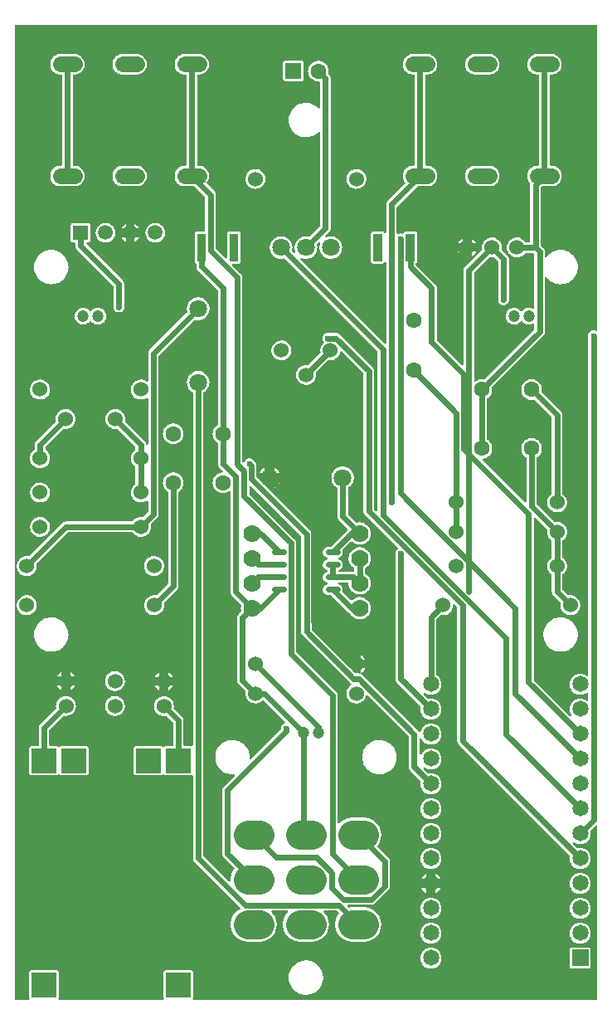
<source format=gbr>
G04 Layer: TopLayer*
G04 EasyEDA v6.4.14, 2021-02-14T20:16:45--6:00*
G04 3ef1d50388904a57a4b5af65bebc29e0,e05df005bebf47b3926371a58d7fbf19,10*
G04 Gerber Generator version 0.2*
G04 Scale: 100 percent, Rotated: No, Reflected: No *
G04 Dimensions in millimeters *
G04 leading zeros omitted , absolute positions ,4 integer and 5 decimal *
%FSLAX45Y45*%
%MOMM*%

%ADD11C,0.5700*%
%ADD12C,0.6000*%
%ADD13C,0.6100*%
%ADD15C,1.4986*%
%ADD17C,1.6510*%
%ADD18R,1.6510X1.6510*%
%ADD19R,2.5000X2.5000*%
%ADD20C,1.7780*%
%ADD21C,1.5240*%
%ADD22C,1.6000*%
%ADD23C,1.8000*%
%ADD25C,1.2000*%
%ADD26C,3.0000*%

%LPD*%
G36*
X35814Y25654D02*
G01*
X31902Y26416D01*
X28651Y28600D01*
X26416Y31902D01*
X25654Y35814D01*
X25654Y9964166D01*
X26416Y9968077D01*
X28651Y9971328D01*
X31902Y9973564D01*
X35814Y9974326D01*
X5964174Y9974326D01*
X5968085Y9973564D01*
X5971387Y9971328D01*
X5973572Y9968077D01*
X5974334Y9964166D01*
X5974334Y6858914D01*
X5973521Y6854952D01*
X5971235Y6851599D01*
X5967831Y6849465D01*
X5963818Y6848754D01*
X5959906Y6849719D01*
X5955436Y6851802D01*
X5945987Y6854342D01*
X5936234Y6855206D01*
X5926480Y6854342D01*
X5917031Y6851802D01*
X5908192Y6847687D01*
X5900166Y6842048D01*
X5893257Y6835140D01*
X5887618Y6827113D01*
X5883503Y6818274D01*
X5880963Y6808825D01*
X5880100Y6799072D01*
X5880963Y6789318D01*
X5882081Y6783831D01*
X5882081Y3338118D01*
X5881166Y3333902D01*
X5878525Y3330397D01*
X5874664Y3328365D01*
X5870346Y3328111D01*
X5866282Y3329686D01*
X5854192Y3337763D01*
X5841492Y3344011D01*
X5828080Y3348583D01*
X5814212Y3351326D01*
X5800090Y3352292D01*
X5785967Y3351326D01*
X5772099Y3348583D01*
X5758688Y3344011D01*
X5745988Y3337763D01*
X5734253Y3329889D01*
X5723585Y3320592D01*
X5714288Y3309924D01*
X5706414Y3298190D01*
X5700166Y3285490D01*
X5695594Y3272078D01*
X5692851Y3258210D01*
X5691886Y3244088D01*
X5692851Y3229965D01*
X5695594Y3216097D01*
X5700166Y3202686D01*
X5706414Y3189986D01*
X5714288Y3178251D01*
X5723585Y3167583D01*
X5734253Y3158236D01*
X5745988Y3150412D01*
X5758688Y3144164D01*
X5772099Y3139592D01*
X5785967Y3136849D01*
X5800090Y3135884D01*
X5814212Y3136849D01*
X5828080Y3139592D01*
X5841492Y3144164D01*
X5854192Y3150412D01*
X5866282Y3158490D01*
X5870346Y3160064D01*
X5874664Y3159810D01*
X5878525Y3157778D01*
X5881166Y3154273D01*
X5882081Y3150057D01*
X5882081Y3084118D01*
X5881166Y3079902D01*
X5878525Y3076397D01*
X5874664Y3074365D01*
X5870346Y3074111D01*
X5866282Y3075686D01*
X5854192Y3083763D01*
X5841492Y3090011D01*
X5828080Y3094583D01*
X5814212Y3097326D01*
X5800090Y3098292D01*
X5785967Y3097326D01*
X5772099Y3094583D01*
X5758688Y3090011D01*
X5745988Y3083763D01*
X5734253Y3075889D01*
X5723585Y3066592D01*
X5714288Y3055924D01*
X5706414Y3044190D01*
X5700166Y3031490D01*
X5695594Y3018078D01*
X5692851Y3004210D01*
X5691886Y2990088D01*
X5692851Y2975965D01*
X5695594Y2962097D01*
X5700166Y2948686D01*
X5706414Y2935986D01*
X5708751Y2932480D01*
X5710326Y2928518D01*
X5710174Y2924251D01*
X5708243Y2920492D01*
X5704992Y2917799D01*
X5700877Y2916682D01*
X5696712Y2917342D01*
X5693156Y2919628D01*
X5331206Y3281578D01*
X5328970Y3284880D01*
X5328208Y3288741D01*
X5328208Y4935728D01*
X5328970Y4939639D01*
X5331206Y4942890D01*
X5334457Y4945126D01*
X5338368Y4945888D01*
X5342229Y4945126D01*
X5345531Y4942941D01*
X5462066Y4826508D01*
X5463997Y4823815D01*
X5464962Y4820615D01*
X5464860Y4817313D01*
X5464098Y4813554D01*
X5463184Y4799990D01*
X5464098Y4786426D01*
X5466791Y4773066D01*
X5471261Y4760214D01*
X5477408Y4748072D01*
X5485079Y4736846D01*
X5494223Y4726787D01*
X5508802Y4714646D01*
X5510428Y4711700D01*
X5510987Y4708347D01*
X5510987Y4541520D01*
X5510479Y4538421D01*
X5509056Y4535576D01*
X5506872Y4533341D01*
X5499252Y4527753D01*
X5489498Y4518304D01*
X5481066Y4507585D01*
X5474106Y4495901D01*
X5468823Y4483404D01*
X5465216Y4470247D01*
X5463387Y4456785D01*
X5463387Y4443171D01*
X5465216Y4429709D01*
X5468823Y4416552D01*
X5474106Y4404055D01*
X5481066Y4392371D01*
X5489498Y4381652D01*
X5499252Y4372203D01*
X5506872Y4366615D01*
X5509056Y4364380D01*
X5510479Y4361535D01*
X5510987Y4358436D01*
X5510987Y4185107D01*
X5511190Y4180179D01*
X5511800Y4175506D01*
X5512816Y4170883D01*
X5514238Y4166362D01*
X5516067Y4162044D01*
X5518251Y4157827D01*
X5520791Y4153865D01*
X5523687Y4150106D01*
X5526989Y4146448D01*
X5596991Y4076446D01*
X5598820Y4073956D01*
X5599836Y4071010D01*
X5599887Y4067911D01*
X5598363Y4056786D01*
X5598363Y4043172D01*
X5600192Y4029710D01*
X5603798Y4016552D01*
X5609082Y4004056D01*
X5616041Y3992372D01*
X5624474Y3981653D01*
X5634228Y3972204D01*
X5645200Y3964127D01*
X5657138Y3957624D01*
X5669838Y3952697D01*
X5683046Y3949547D01*
X5696610Y3948226D01*
X5710174Y3948684D01*
X5723585Y3950919D01*
X5736590Y3954932D01*
X5748934Y3960672D01*
X5760415Y3967987D01*
X5770778Y3976776D01*
X5779922Y3986885D01*
X5787593Y3998061D01*
X5793740Y4010202D01*
X5798210Y4023055D01*
X5800902Y4036415D01*
X5801817Y4049979D01*
X5800902Y4063542D01*
X5798210Y4076903D01*
X5793740Y4089755D01*
X5787593Y4101896D01*
X5779922Y4113072D01*
X5770778Y4123182D01*
X5760415Y4131970D01*
X5748934Y4139285D01*
X5736590Y4145026D01*
X5723585Y4149039D01*
X5710174Y4151274D01*
X5696610Y4151731D01*
X5679643Y4150156D01*
X5676341Y4151122D01*
X5673547Y4153103D01*
X5622290Y4204360D01*
X5620054Y4207662D01*
X5619292Y4211523D01*
X5619292Y4358538D01*
X5619851Y4361840D01*
X5621477Y4364837D01*
X5635802Y4376775D01*
X5644896Y4386884D01*
X5652617Y4398060D01*
X5658764Y4410202D01*
X5663234Y4423054D01*
X5665927Y4436414D01*
X5666841Y4449978D01*
X5665927Y4463542D01*
X5663234Y4476902D01*
X5658764Y4489754D01*
X5652617Y4501896D01*
X5644896Y4513072D01*
X5635802Y4523181D01*
X5621477Y4535119D01*
X5619851Y4538116D01*
X5619292Y4541418D01*
X5619292Y4708652D01*
X5619800Y4711750D01*
X5621223Y4714595D01*
X5623407Y4716830D01*
X5630722Y4722215D01*
X5640527Y4731664D01*
X5648960Y4742332D01*
X5655868Y4754067D01*
X5661202Y4766564D01*
X5664809Y4779721D01*
X5666587Y4793183D01*
X5666587Y4806797D01*
X5664809Y4820259D01*
X5661202Y4833366D01*
X5655868Y4845913D01*
X5648960Y4857597D01*
X5640527Y4868265D01*
X5630722Y4877765D01*
X5619800Y4885791D01*
X5607862Y4892344D01*
X5595162Y4897221D01*
X5581954Y4900371D01*
X5568391Y4901742D01*
X5554827Y4901285D01*
X5547715Y4900117D01*
X5544464Y4900066D01*
X5541416Y4901031D01*
X5538825Y4902911D01*
X5361178Y5080406D01*
X5358942Y5083708D01*
X5358180Y5087620D01*
X5358180Y5553964D01*
X5358739Y5557266D01*
X5360263Y5560161D01*
X5362702Y5562447D01*
X5368290Y5566156D01*
X5378704Y5575300D01*
X5387797Y5585663D01*
X5395468Y5597144D01*
X5401614Y5609539D01*
X5406034Y5622645D01*
X5408726Y5636209D01*
X5409641Y5649976D01*
X5408726Y5663742D01*
X5406034Y5677306D01*
X5401614Y5690412D01*
X5395468Y5702808D01*
X5387797Y5714288D01*
X5378704Y5724652D01*
X5368290Y5733796D01*
X5356809Y5741466D01*
X5344414Y5747562D01*
X5331358Y5752033D01*
X5317794Y5754725D01*
X5303977Y5755589D01*
X5290210Y5754725D01*
X5276646Y5752033D01*
X5263591Y5747562D01*
X5251196Y5741466D01*
X5239715Y5733796D01*
X5229301Y5724652D01*
X5220208Y5714288D01*
X5212537Y5702808D01*
X5206390Y5690412D01*
X5201970Y5677306D01*
X5199278Y5663742D01*
X5198364Y5649976D01*
X5199278Y5636209D01*
X5201970Y5622645D01*
X5206390Y5609539D01*
X5212537Y5597144D01*
X5220208Y5585663D01*
X5229301Y5575300D01*
X5239715Y5566156D01*
X5245354Y5562396D01*
X5247792Y5560110D01*
X5249316Y5557215D01*
X5249875Y5553964D01*
X5249875Y5109260D01*
X5249113Y5105400D01*
X5246878Y5102098D01*
X5243626Y5099913D01*
X5239715Y5099100D01*
X5235803Y5099913D01*
X5232552Y5102098D01*
X4806188Y5528411D01*
X4803851Y5532069D01*
X4803241Y5536387D01*
X4804511Y5540552D01*
X4807407Y5543804D01*
X4811420Y5545582D01*
X4823358Y5547969D01*
X4836414Y5552389D01*
X4848809Y5558485D01*
X4860290Y5566156D01*
X4870704Y5575300D01*
X4879797Y5585663D01*
X4887468Y5597144D01*
X4893614Y5609539D01*
X4898034Y5622645D01*
X4900726Y5636209D01*
X4901641Y5649976D01*
X4900726Y5663742D01*
X4898034Y5677306D01*
X4893614Y5690412D01*
X4887468Y5702808D01*
X4879797Y5714288D01*
X4870704Y5724652D01*
X4860290Y5733796D01*
X4854702Y5737504D01*
X4852263Y5739790D01*
X4850739Y5742686D01*
X4850180Y5745988D01*
X4850180Y6153962D01*
X4850739Y6157264D01*
X4852263Y6160160D01*
X4854702Y6162446D01*
X4860290Y6166154D01*
X4870704Y6175298D01*
X4879797Y6185662D01*
X4887468Y6197142D01*
X4893614Y6209538D01*
X4898034Y6222644D01*
X4900726Y6236208D01*
X4901641Y6249974D01*
X4900726Y6263792D01*
X4899406Y6270345D01*
X4899304Y6273647D01*
X4900269Y6276797D01*
X4902200Y6279489D01*
X5424728Y6802018D01*
X5428030Y6805675D01*
X5430926Y6809435D01*
X5433466Y6813397D01*
X5435650Y6817614D01*
X5437479Y6821931D01*
X5438902Y6826453D01*
X5439918Y6831075D01*
X5440527Y6835749D01*
X5440730Y6840677D01*
X5440730Y7389164D01*
X5441594Y7393228D01*
X5443931Y7396581D01*
X5447487Y7398766D01*
X5451551Y7399324D01*
X5455564Y7398207D01*
X5458764Y7395616D01*
X5469483Y7382459D01*
X5471769Y7380020D01*
X5483758Y7368387D01*
X5486298Y7366152D01*
X5502249Y7354062D01*
X5516575Y7345476D01*
X5519521Y7343902D01*
X5534710Y7336942D01*
X5537860Y7335723D01*
X5553710Y7330592D01*
X5556961Y7329728D01*
X5573369Y7326426D01*
X5576671Y7325918D01*
X5593283Y7324496D01*
X5596686Y7324394D01*
X5616702Y7325156D01*
X5633212Y7327544D01*
X5636514Y7328204D01*
X5652668Y7332472D01*
X5655868Y7333488D01*
X5671413Y7339533D01*
X5674461Y7340955D01*
X5689244Y7348728D01*
X5692140Y7350455D01*
X5705906Y7359903D01*
X5708548Y7361936D01*
X5721197Y7372858D01*
X5734862Y7387539D01*
X5736996Y7390130D01*
X5746800Y7403642D01*
X5748629Y7406436D01*
X5756859Y7421016D01*
X5758332Y7424013D01*
X5764834Y7439406D01*
X5765952Y7442555D01*
X5770676Y7458557D01*
X5771438Y7461859D01*
X5774283Y7478268D01*
X5774639Y7481620D01*
X5775604Y7498283D01*
X5775604Y7501686D01*
X5774639Y7518349D01*
X5774283Y7521651D01*
X5771438Y7538110D01*
X5770676Y7541412D01*
X5765952Y7557414D01*
X5764834Y7560564D01*
X5758332Y7575956D01*
X5756859Y7578953D01*
X5748629Y7593482D01*
X5746800Y7596327D01*
X5736996Y7609840D01*
X5734862Y7612430D01*
X5723585Y7624724D01*
X5721197Y7627061D01*
X5708548Y7638034D01*
X5705906Y7640066D01*
X5692140Y7649464D01*
X5689244Y7651242D01*
X5674461Y7659014D01*
X5671413Y7660386D01*
X5655868Y7666481D01*
X5652668Y7667498D01*
X5636514Y7671765D01*
X5633212Y7672425D01*
X5616702Y7674813D01*
X5596686Y7675575D01*
X5593283Y7675473D01*
X5576671Y7674051D01*
X5573369Y7673543D01*
X5556961Y7670241D01*
X5553710Y7669377D01*
X5537860Y7664246D01*
X5534710Y7663027D01*
X5519521Y7656068D01*
X5516575Y7654493D01*
X5502249Y7645857D01*
X5499506Y7643977D01*
X5486298Y7633766D01*
X5483758Y7631582D01*
X5471769Y7619949D01*
X5469483Y7617459D01*
X5458764Y7604353D01*
X5455564Y7601762D01*
X5451551Y7600645D01*
X5447487Y7601203D01*
X5443931Y7603337D01*
X5441594Y7606741D01*
X5440730Y7610754D01*
X5440730Y7656372D01*
X5440527Y7661300D01*
X5439918Y7665974D01*
X5438902Y7670596D01*
X5437479Y7675118D01*
X5435650Y7679436D01*
X5433466Y7683652D01*
X5430926Y7687614D01*
X5428030Y7691374D01*
X5424728Y7695031D01*
X5400294Y7719466D01*
X5398058Y7722768D01*
X5397296Y7726629D01*
X5397296Y8311235D01*
X5398058Y8315096D01*
X5400243Y8318398D01*
X5403138Y8321294D01*
X5406440Y8323478D01*
X5410352Y8324291D01*
X5504789Y8324291D01*
X5518912Y8325205D01*
X5532424Y8327898D01*
X5545531Y8332317D01*
X5557926Y8338464D01*
X5569407Y8346135D01*
X5579821Y8355228D01*
X5588914Y8365642D01*
X5596585Y8377123D01*
X5602681Y8389518D01*
X5607151Y8402574D01*
X5609844Y8416137D01*
X5610758Y8429904D01*
X5609844Y8443722D01*
X5607151Y8457285D01*
X5602681Y8470341D01*
X5596585Y8482736D01*
X5588914Y8494217D01*
X5579821Y8504631D01*
X5569407Y8513724D01*
X5557926Y8521395D01*
X5545531Y8527491D01*
X5532424Y8531961D01*
X5518912Y8534654D01*
X5504789Y8535568D01*
X5499404Y8535568D01*
X5495493Y8536330D01*
X5492242Y8538565D01*
X5490006Y8541867D01*
X5489244Y8545728D01*
X5489244Y9454134D01*
X5490006Y9457994D01*
X5492242Y9461296D01*
X5495493Y9463481D01*
X5499404Y9464294D01*
X5504789Y9464294D01*
X5518912Y9465208D01*
X5532424Y9467900D01*
X5545531Y9472320D01*
X5557926Y9478467D01*
X5569407Y9486138D01*
X5579821Y9495231D01*
X5588914Y9505645D01*
X5596585Y9517126D01*
X5602681Y9529521D01*
X5607151Y9542576D01*
X5609844Y9556140D01*
X5610758Y9569907D01*
X5609844Y9583724D01*
X5607151Y9597288D01*
X5602681Y9610344D01*
X5596585Y9622739D01*
X5588914Y9634220D01*
X5579821Y9644634D01*
X5569407Y9653727D01*
X5557926Y9661398D01*
X5545531Y9667494D01*
X5532424Y9671964D01*
X5518912Y9674656D01*
X5504789Y9675571D01*
X5365445Y9675571D01*
X5351322Y9674656D01*
X5337759Y9671964D01*
X5324703Y9667494D01*
X5312308Y9661398D01*
X5300776Y9653727D01*
X5290413Y9644634D01*
X5281320Y9634220D01*
X5273649Y9622739D01*
X5267502Y9610344D01*
X5263083Y9597288D01*
X5260390Y9583724D01*
X5259476Y9569907D01*
X5260390Y9556140D01*
X5263083Y9542576D01*
X5267502Y9529521D01*
X5273649Y9517126D01*
X5281320Y9505645D01*
X5290413Y9495231D01*
X5300776Y9486138D01*
X5312308Y9478467D01*
X5324703Y9472320D01*
X5337759Y9467900D01*
X5351322Y9465208D01*
X5365445Y9464294D01*
X5370779Y9464294D01*
X5374690Y9463481D01*
X5377942Y9461296D01*
X5380177Y9457994D01*
X5380939Y9454134D01*
X5380939Y8545728D01*
X5380177Y8541867D01*
X5377942Y8538565D01*
X5374690Y8536330D01*
X5370779Y8535568D01*
X5365445Y8535568D01*
X5351322Y8534654D01*
X5337759Y8531961D01*
X5324703Y8527491D01*
X5312308Y8521395D01*
X5300776Y8513724D01*
X5290413Y8504631D01*
X5281320Y8494217D01*
X5273649Y8482736D01*
X5267502Y8470341D01*
X5263083Y8457285D01*
X5260390Y8443722D01*
X5259476Y8429904D01*
X5260390Y8416137D01*
X5263083Y8402574D01*
X5267502Y8389518D01*
X5273649Y8377123D01*
X5281320Y8365642D01*
X5288026Y8357920D01*
X5289804Y8355126D01*
X5290566Y8351875D01*
X5289194Y8342426D01*
X5288991Y8337600D01*
X5288991Y7764322D01*
X5288229Y7760411D01*
X5285994Y7757159D01*
X5282742Y7754924D01*
X5278831Y7754162D01*
X5245303Y7754162D01*
X5242102Y7754670D01*
X5239207Y7756194D01*
X5236972Y7758582D01*
X5233822Y7763103D01*
X5224729Y7773212D01*
X5214315Y7782001D01*
X5202834Y7789316D01*
X5190490Y7795056D01*
X5177536Y7799070D01*
X5164124Y7801305D01*
X5150510Y7801762D01*
X5136997Y7800441D01*
X5123738Y7797292D01*
X5111038Y7792364D01*
X5099100Y7785862D01*
X5088178Y7777784D01*
X5078374Y7768336D01*
X5069941Y7757617D01*
X5063032Y7745933D01*
X5057698Y7733436D01*
X5054142Y7720279D01*
X5052314Y7706817D01*
X5052314Y7693202D01*
X5054142Y7679740D01*
X5057698Y7666583D01*
X5063032Y7654086D01*
X5069941Y7642402D01*
X5078374Y7631684D01*
X5088178Y7622235D01*
X5099100Y7614158D01*
X5111038Y7607655D01*
X5123738Y7602728D01*
X5136997Y7599578D01*
X5150510Y7598257D01*
X5164124Y7598714D01*
X5177536Y7600950D01*
X5190490Y7604963D01*
X5202834Y7610703D01*
X5214315Y7618018D01*
X5224729Y7626807D01*
X5233822Y7636916D01*
X5236972Y7641437D01*
X5239207Y7643825D01*
X5242102Y7645349D01*
X5245303Y7645857D01*
X5316524Y7645857D01*
X5320385Y7645095D01*
X5323687Y7642859D01*
X5329428Y7637119D01*
X5331663Y7633817D01*
X5332425Y7629956D01*
X5332425Y7083094D01*
X5331561Y7078980D01*
X5329123Y7075627D01*
X5325516Y7073493D01*
X5321401Y7072985D01*
X5317388Y7074153D01*
X5310632Y7077862D01*
X5299202Y7082129D01*
X5287264Y7084720D01*
X5275072Y7085584D01*
X5262880Y7084720D01*
X5250942Y7082129D01*
X5239461Y7077862D01*
X5228742Y7072020D01*
X5218988Y7064705D01*
X5210352Y7056069D01*
X5208117Y7053122D01*
X5205374Y7050582D01*
X5201869Y7049211D01*
X5198110Y7049211D01*
X5194604Y7050582D01*
X5191861Y7053122D01*
X5189677Y7056069D01*
X5181041Y7064705D01*
X5171236Y7072020D01*
X5160518Y7077862D01*
X5149088Y7082129D01*
X5137150Y7084720D01*
X5124958Y7085584D01*
X5112766Y7084720D01*
X5100828Y7082129D01*
X5089347Y7077862D01*
X5078628Y7072020D01*
X5068874Y7064705D01*
X5060238Y7056069D01*
X5052923Y7046264D01*
X5047030Y7035546D01*
X5042763Y7024116D01*
X5040172Y7012178D01*
X5039309Y6999986D01*
X5040172Y6987794D01*
X5042763Y6975856D01*
X5047030Y6964425D01*
X5052923Y6953707D01*
X5060238Y6943902D01*
X5068874Y6935266D01*
X5078628Y6927951D01*
X5089347Y6922109D01*
X5100828Y6917842D01*
X5112766Y6915200D01*
X5124958Y6914337D01*
X5137150Y6915200D01*
X5149088Y6917842D01*
X5160518Y6922109D01*
X5171236Y6927951D01*
X5181041Y6935266D01*
X5189677Y6943902D01*
X5191861Y6946849D01*
X5194604Y6949389D01*
X5198110Y6950760D01*
X5201869Y6950760D01*
X5205374Y6949389D01*
X5208117Y6946849D01*
X5210352Y6943902D01*
X5218988Y6935266D01*
X5228742Y6927951D01*
X5239461Y6922109D01*
X5250942Y6917842D01*
X5262880Y6915200D01*
X5275072Y6914337D01*
X5287264Y6915200D01*
X5299202Y6917842D01*
X5310632Y6922109D01*
X5317388Y6925767D01*
X5321401Y6926986D01*
X5325516Y6926478D01*
X5329123Y6924344D01*
X5331561Y6920941D01*
X5332425Y6916877D01*
X5332425Y6867093D01*
X5331663Y6863232D01*
X5329428Y6859930D01*
X4825695Y6356146D01*
X4823002Y6354216D01*
X4819802Y6353251D01*
X4816500Y6353352D01*
X4809794Y6354724D01*
X4795977Y6355588D01*
X4782210Y6354724D01*
X4768646Y6352032D01*
X4755591Y6347561D01*
X4743196Y6341465D01*
X4732883Y6334556D01*
X4728819Y6332982D01*
X4724501Y6333236D01*
X4720640Y6335318D01*
X4717999Y6338773D01*
X4717084Y6343040D01*
X4717084Y7436408D01*
X4717846Y7440269D01*
X4720082Y7443571D01*
X4873396Y7596886D01*
X4876190Y7598867D01*
X4879492Y7599832D01*
X4896510Y7598257D01*
X4910124Y7598714D01*
X4917389Y7599934D01*
X4920589Y7599934D01*
X4923637Y7598968D01*
X4926279Y7597089D01*
X4960874Y7562443D01*
X4963109Y7559141D01*
X4963871Y7555280D01*
X4963871Y7183628D01*
X4962753Y7178141D01*
X4961890Y7168388D01*
X4962753Y7158634D01*
X4965293Y7149185D01*
X4969408Y7140346D01*
X4975047Y7132320D01*
X4981956Y7125411D01*
X4989982Y7119772D01*
X4998821Y7115657D01*
X5008270Y7113117D01*
X5018024Y7112253D01*
X5027777Y7113117D01*
X5037226Y7115657D01*
X5046065Y7119772D01*
X5054092Y7125411D01*
X5061000Y7132320D01*
X5066639Y7140346D01*
X5070754Y7149185D01*
X5073294Y7158634D01*
X5074158Y7168388D01*
X5073294Y7178141D01*
X5072176Y7183628D01*
X5072176Y7581696D01*
X5071973Y7586624D01*
X5071364Y7591298D01*
X5070348Y7595920D01*
X5068925Y7600442D01*
X5067096Y7604759D01*
X5064912Y7608976D01*
X5062372Y7612938D01*
X5059476Y7616698D01*
X5056174Y7620355D01*
X5002885Y7673644D01*
X5000955Y7676337D01*
X4999990Y7679537D01*
X5000091Y7682839D01*
X5000853Y7686446D01*
X5001768Y7700009D01*
X5000853Y7713573D01*
X4998110Y7726934D01*
X4993640Y7739786D01*
X4987544Y7751927D01*
X4979822Y7763103D01*
X4970729Y7773212D01*
X4960315Y7782001D01*
X4948834Y7789316D01*
X4936490Y7795056D01*
X4923536Y7799070D01*
X4910124Y7801305D01*
X4896510Y7801762D01*
X4882997Y7800441D01*
X4869738Y7797292D01*
X4857038Y7792364D01*
X4845100Y7785862D01*
X4834178Y7777784D01*
X4824374Y7768336D01*
X4815941Y7757617D01*
X4809032Y7745933D01*
X4803698Y7733436D01*
X4800142Y7720279D01*
X4798314Y7706817D01*
X4798314Y7693202D01*
X4799787Y7682128D01*
X4799736Y7679029D01*
X4798771Y7676083D01*
X4796891Y7673594D01*
X4624781Y7501483D01*
X4621479Y7497825D01*
X4618583Y7494066D01*
X4616043Y7490104D01*
X4613859Y7485888D01*
X4612030Y7481570D01*
X4610608Y7477048D01*
X4609592Y7472425D01*
X4608982Y7467752D01*
X4608779Y7462824D01*
X4608779Y6509816D01*
X4608017Y6505956D01*
X4605782Y6502654D01*
X4602530Y6500469D01*
X4598619Y6499656D01*
X4594707Y6500469D01*
X4591456Y6502654D01*
X4339844Y6754266D01*
X4337608Y6757568D01*
X4336846Y6761429D01*
X4336846Y7285532D01*
X4336643Y7290511D01*
X4336034Y7295134D01*
X4334967Y7299807D01*
X4333595Y7304227D01*
X4331766Y7308646D01*
X4329582Y7312812D01*
X4327042Y7316825D01*
X4324197Y7320534D01*
X4320794Y7324191D01*
X4122165Y7522616D01*
X4119930Y7525918D01*
X4119168Y7530693D01*
X4119727Y7534046D01*
X4121404Y7536992D01*
X4125518Y7540294D01*
X4129532Y7544308D01*
X4132630Y7549184D01*
X4134510Y7554569D01*
X4135221Y7560868D01*
X4135221Y7839100D01*
X4134510Y7845348D01*
X4132630Y7850784D01*
X4129532Y7855610D01*
X4125518Y7859674D01*
X4120642Y7862722D01*
X4115257Y7864652D01*
X4108958Y7865313D01*
X4021226Y7865313D01*
X4014978Y7864652D01*
X4009542Y7862722D01*
X4004716Y7859674D01*
X4000652Y7855610D01*
X3997604Y7850784D01*
X3996436Y7847431D01*
X3994556Y7844180D01*
X3991559Y7841792D01*
X3987952Y7840675D01*
X3984193Y7840980D01*
X3974185Y7843672D01*
X3964432Y7844536D01*
X3954678Y7843672D01*
X3945229Y7841132D01*
X3942638Y7839913D01*
X3938676Y7838948D01*
X3934663Y7839608D01*
X3931259Y7841792D01*
X3928973Y7845145D01*
X3928160Y7849108D01*
X3928160Y8112302D01*
X3928922Y8116163D01*
X3931158Y8119465D01*
X4132986Y8321294D01*
X4136237Y8323478D01*
X4140149Y8324291D01*
X4234789Y8324291D01*
X4248912Y8325205D01*
X4262424Y8327898D01*
X4275531Y8332317D01*
X4287926Y8338464D01*
X4299407Y8346135D01*
X4309821Y8355228D01*
X4318914Y8365642D01*
X4326585Y8377123D01*
X4332681Y8389518D01*
X4337151Y8402574D01*
X4339844Y8416137D01*
X4340758Y8429904D01*
X4339844Y8443722D01*
X4337151Y8457285D01*
X4332681Y8470341D01*
X4326585Y8482736D01*
X4318914Y8494217D01*
X4309821Y8504631D01*
X4299407Y8513724D01*
X4287926Y8521395D01*
X4275531Y8527491D01*
X4262424Y8531961D01*
X4248912Y8534654D01*
X4234789Y8535568D01*
X4229404Y8535568D01*
X4225493Y8536330D01*
X4222242Y8538565D01*
X4220006Y8541867D01*
X4219244Y8545728D01*
X4219244Y9454134D01*
X4220006Y9457994D01*
X4222242Y9461296D01*
X4225493Y9463481D01*
X4229404Y9464294D01*
X4234789Y9464294D01*
X4248912Y9465208D01*
X4262424Y9467900D01*
X4275531Y9472320D01*
X4287926Y9478467D01*
X4299407Y9486138D01*
X4309821Y9495231D01*
X4318914Y9505645D01*
X4326585Y9517126D01*
X4332681Y9529521D01*
X4337151Y9542576D01*
X4339844Y9556140D01*
X4340758Y9569907D01*
X4339844Y9583724D01*
X4337151Y9597288D01*
X4332681Y9610344D01*
X4326585Y9622739D01*
X4318914Y9634220D01*
X4309821Y9644634D01*
X4299407Y9653727D01*
X4287926Y9661398D01*
X4275531Y9667494D01*
X4262424Y9671964D01*
X4248912Y9674656D01*
X4234789Y9675571D01*
X4095445Y9675571D01*
X4081322Y9674656D01*
X4067759Y9671964D01*
X4054703Y9667494D01*
X4042308Y9661398D01*
X4030776Y9653727D01*
X4020413Y9644634D01*
X4011320Y9634220D01*
X4003649Y9622739D01*
X3997502Y9610344D01*
X3993083Y9597288D01*
X3990390Y9583724D01*
X3989476Y9569907D01*
X3990390Y9556140D01*
X3993083Y9542576D01*
X3997502Y9529521D01*
X4003649Y9517126D01*
X4011320Y9505645D01*
X4020413Y9495231D01*
X4030776Y9486138D01*
X4042308Y9478467D01*
X4054703Y9472320D01*
X4067759Y9467900D01*
X4081322Y9465208D01*
X4095445Y9464294D01*
X4100779Y9464294D01*
X4104690Y9463481D01*
X4107942Y9461296D01*
X4110177Y9457994D01*
X4110939Y9454134D01*
X4110939Y8545728D01*
X4110177Y8541867D01*
X4107942Y8538565D01*
X4104690Y8536330D01*
X4100779Y8535568D01*
X4095445Y8535568D01*
X4081322Y8534654D01*
X4067759Y8531961D01*
X4054703Y8527491D01*
X4042308Y8521395D01*
X4030776Y8513724D01*
X4020413Y8504631D01*
X4011320Y8494217D01*
X4003649Y8482736D01*
X3997502Y8470341D01*
X3993083Y8457285D01*
X3990390Y8443722D01*
X3989476Y8429904D01*
X3990390Y8416137D01*
X3993083Y8402574D01*
X3997502Y8389518D01*
X4003598Y8377123D01*
X4011828Y8364880D01*
X4013250Y8361730D01*
X4013504Y8358276D01*
X4012539Y8354923D01*
X4010558Y8352078D01*
X3835857Y8177377D01*
X3832555Y8173720D01*
X3829659Y8169960D01*
X3827119Y8165998D01*
X3824935Y8161781D01*
X3823106Y8157464D01*
X3821684Y8152942D01*
X3820668Y8148320D01*
X3820058Y8143646D01*
X3819855Y8138718D01*
X3819855Y7858302D01*
X3818940Y7854035D01*
X3816299Y7850581D01*
X3812489Y7848498D01*
X3808171Y7848244D01*
X3804107Y7849768D01*
X3801110Y7852867D01*
X3799332Y7855610D01*
X3795318Y7859674D01*
X3790442Y7862722D01*
X3785057Y7864652D01*
X3778758Y7865313D01*
X3691026Y7865313D01*
X3684778Y7864652D01*
X3679342Y7862722D01*
X3674516Y7859674D01*
X3670452Y7855610D01*
X3667404Y7850784D01*
X3665524Y7845348D01*
X3664813Y7839100D01*
X3664813Y7560868D01*
X3665524Y7554569D01*
X3667404Y7549184D01*
X3670452Y7544308D01*
X3674516Y7540294D01*
X3679342Y7537246D01*
X3684778Y7535316D01*
X3691026Y7534605D01*
X3778758Y7534605D01*
X3785057Y7535316D01*
X3790442Y7537246D01*
X3795318Y7540294D01*
X3799332Y7544308D01*
X3801110Y7547102D01*
X3804107Y7550200D01*
X3808171Y7551724D01*
X3812489Y7551420D01*
X3816299Y7549388D01*
X3818940Y7545933D01*
X3819855Y7541666D01*
X3819855Y6727240D01*
X3819093Y6723380D01*
X3816858Y6720078D01*
X3813606Y6717893D01*
X3809695Y6717080D01*
X3805783Y6717893D01*
X3802532Y6720078D01*
X2946501Y7576058D01*
X2944317Y7579359D01*
X2943555Y7583220D01*
X2944266Y7587081D01*
X2946450Y7590383D01*
X2949702Y7592618D01*
X2953562Y7593431D01*
X2957423Y7592720D01*
X2964281Y7590028D01*
X2978353Y7586370D01*
X2992729Y7584592D01*
X3007258Y7584592D01*
X3021685Y7586370D01*
X3035757Y7590028D01*
X3049219Y7595362D01*
X3061970Y7602321D01*
X3073704Y7610906D01*
X3084271Y7620812D01*
X3093567Y7631988D01*
X3101340Y7644282D01*
X3107537Y7657388D01*
X3112008Y7671206D01*
X3114700Y7685481D01*
X3115614Y7699959D01*
X3114700Y7714488D01*
X3111957Y7729067D01*
X3111855Y7732369D01*
X3112820Y7735519D01*
X3114751Y7738160D01*
X3129737Y7753146D01*
X3133547Y7755534D01*
X3137966Y7756093D01*
X3142234Y7754620D01*
X3145434Y7751521D01*
X3147009Y7747304D01*
X3146602Y7742834D01*
X3141980Y7728712D01*
X3139287Y7714488D01*
X3138373Y7699959D01*
X3139287Y7685481D01*
X3141980Y7671206D01*
X3146501Y7657388D01*
X3152648Y7644282D01*
X3160471Y7631988D01*
X3169716Y7620812D01*
X3180283Y7610906D01*
X3192018Y7602321D01*
X3204768Y7595362D01*
X3218281Y7590028D01*
X3232353Y7586370D01*
X3246729Y7584592D01*
X3261258Y7584592D01*
X3275685Y7586370D01*
X3289757Y7590028D01*
X3303219Y7595362D01*
X3315970Y7602321D01*
X3327704Y7610906D01*
X3338271Y7620812D01*
X3347567Y7631988D01*
X3355340Y7644282D01*
X3361537Y7657388D01*
X3366008Y7671206D01*
X3368700Y7685481D01*
X3369614Y7699959D01*
X3368700Y7714488D01*
X3366008Y7728712D01*
X3361537Y7742529D01*
X3355340Y7755686D01*
X3347567Y7767929D01*
X3338271Y7779156D01*
X3327704Y7789062D01*
X3315970Y7797596D01*
X3303219Y7804607D01*
X3289757Y7809941D01*
X3275685Y7813548D01*
X3261258Y7815376D01*
X3246729Y7815376D01*
X3232353Y7813548D01*
X3218281Y7809941D01*
X3211322Y7807198D01*
X3207461Y7806486D01*
X3203600Y7807299D01*
X3200349Y7809534D01*
X3198164Y7812836D01*
X3197453Y7816697D01*
X3198215Y7820558D01*
X3200400Y7823860D01*
X3235756Y7859166D01*
X3239058Y7862824D01*
X3241954Y7866583D01*
X3244494Y7870545D01*
X3246678Y7874762D01*
X3248507Y7879080D01*
X3249930Y7883601D01*
X3250946Y7888224D01*
X3251555Y7892897D01*
X3251758Y7897825D01*
X3251758Y9429038D01*
X3251555Y9433966D01*
X3250946Y9438640D01*
X3249930Y9443262D01*
X3248507Y9447784D01*
X3246678Y9452102D01*
X3244494Y9456318D01*
X3241954Y9460280D01*
X3239160Y9463989D01*
X3232962Y9470440D01*
X3231184Y9473133D01*
X3230270Y9476232D01*
X3230372Y9479432D01*
X3231743Y9486188D01*
X3232607Y9499955D01*
X3231743Y9513773D01*
X3229051Y9527336D01*
X3224580Y9540392D01*
X3218484Y9552787D01*
X3210814Y9564268D01*
X3201670Y9574682D01*
X3191306Y9583775D01*
X3179826Y9591446D01*
X3167430Y9597593D01*
X3154324Y9602012D01*
X3140811Y9604705D01*
X3126994Y9605619D01*
X3113227Y9604705D01*
X3099663Y9602012D01*
X3086557Y9597593D01*
X3074162Y9591446D01*
X3062681Y9583775D01*
X3052318Y9574682D01*
X3043174Y9564268D01*
X3035503Y9552787D01*
X3029407Y9540392D01*
X3024987Y9527336D01*
X3022295Y9513773D01*
X3021380Y9499955D01*
X3022295Y9486188D01*
X3024987Y9472625D01*
X3029407Y9459569D01*
X3035503Y9447174D01*
X3043174Y9435693D01*
X3052318Y9425279D01*
X3062681Y9416186D01*
X3074162Y9408515D01*
X3086557Y9402368D01*
X3099663Y9397949D01*
X3113227Y9395256D01*
X3126994Y9394342D01*
X3132632Y9394698D01*
X3136696Y9394139D01*
X3140252Y9392005D01*
X3142589Y9388602D01*
X3143453Y9384588D01*
X3143453Y9129166D01*
X3142691Y9125254D01*
X3140456Y9121952D01*
X3137103Y9119768D01*
X3133191Y9119006D01*
X3129280Y9119819D01*
X3126028Y9122105D01*
X3121050Y9127185D01*
X3108553Y9138005D01*
X3105912Y9140088D01*
X3092094Y9149486D01*
X3089249Y9151213D01*
X3074466Y9159036D01*
X3071418Y9160408D01*
X3055874Y9166453D01*
X3052673Y9167520D01*
X3036519Y9171736D01*
X3033217Y9172397D01*
X3016707Y9174784D01*
X3013354Y9175089D01*
X2996641Y9175546D01*
X2993288Y9175445D01*
X2976676Y9174022D01*
X2973324Y9173565D01*
X2953715Y9169400D01*
X2937865Y9164218D01*
X2934716Y9162999D01*
X2919526Y9156090D01*
X2916580Y9154515D01*
X2902254Y9145879D01*
X2899511Y9144000D01*
X2886252Y9133789D01*
X2883712Y9131604D01*
X2871774Y9119971D01*
X2869488Y9117482D01*
X2858922Y9104579D01*
X2856941Y9101836D01*
X2847898Y9087815D01*
X2846273Y9084868D01*
X2838907Y9069882D01*
X2837586Y9066784D01*
X2831998Y9051086D01*
X2831033Y9047835D01*
X2826664Y9028277D01*
X2824784Y9011666D01*
X2824581Y9008313D01*
X2824581Y8991650D01*
X2824784Y8988298D01*
X2826664Y8971686D01*
X2831033Y8952128D01*
X2831998Y8948877D01*
X2837586Y8933180D01*
X2838907Y8930081D01*
X2846273Y8915095D01*
X2847898Y8912148D01*
X2856941Y8898128D01*
X2858922Y8895384D01*
X2869488Y8882481D01*
X2871774Y8879992D01*
X2883712Y8868359D01*
X2886252Y8866174D01*
X2899511Y8855964D01*
X2902254Y8854084D01*
X2916580Y8845448D01*
X2919526Y8843873D01*
X2934716Y8836964D01*
X2937865Y8835745D01*
X2953715Y8830564D01*
X2956966Y8829700D01*
X2973324Y8826398D01*
X2976676Y8825941D01*
X2993288Y8824518D01*
X2996641Y8824417D01*
X3013354Y8824874D01*
X3016707Y8825179D01*
X3033217Y8827566D01*
X3036519Y8828227D01*
X3052673Y8832443D01*
X3055874Y8833510D01*
X3071418Y8839555D01*
X3074466Y8840927D01*
X3089249Y8848750D01*
X3092094Y8850477D01*
X3105912Y8859875D01*
X3108553Y8861958D01*
X3121050Y8872778D01*
X3126028Y8877858D01*
X3129280Y8880094D01*
X3133191Y8880906D01*
X3137103Y8880195D01*
X3140456Y8878011D01*
X3142691Y8874658D01*
X3143453Y8870746D01*
X3143453Y7924241D01*
X3142691Y7920380D01*
X3140456Y7917078D01*
X3037941Y7814513D01*
X3035096Y7812531D01*
X3031693Y7811617D01*
X3028238Y7811871D01*
X3021685Y7813548D01*
X3007258Y7815376D01*
X2992729Y7815376D01*
X2978353Y7813548D01*
X2964281Y7809941D01*
X2950768Y7804607D01*
X2938018Y7797596D01*
X2926283Y7789062D01*
X2915716Y7779156D01*
X2906471Y7767929D01*
X2898648Y7755686D01*
X2892501Y7742529D01*
X2887980Y7728712D01*
X2885287Y7714488D01*
X2884373Y7699959D01*
X2885287Y7685481D01*
X2887980Y7671206D01*
X2892552Y7657185D01*
X2892958Y7652766D01*
X2891434Y7648549D01*
X2888183Y7645400D01*
X2883966Y7643977D01*
X2879496Y7644485D01*
X2875686Y7646873D01*
X2860751Y7661859D01*
X2858820Y7664500D01*
X2857855Y7667650D01*
X2857957Y7670952D01*
X2860700Y7685481D01*
X2861614Y7699959D01*
X2860700Y7714488D01*
X2858008Y7728712D01*
X2853537Y7742529D01*
X2847340Y7755686D01*
X2839567Y7767929D01*
X2830271Y7779156D01*
X2819704Y7789062D01*
X2807970Y7797596D01*
X2795219Y7804607D01*
X2781757Y7809941D01*
X2767685Y7813548D01*
X2753258Y7815376D01*
X2738729Y7815376D01*
X2724353Y7813548D01*
X2710281Y7809941D01*
X2696768Y7804607D01*
X2684018Y7797596D01*
X2672283Y7789062D01*
X2661716Y7779156D01*
X2652471Y7767929D01*
X2644648Y7755686D01*
X2638501Y7742529D01*
X2633980Y7728712D01*
X2631287Y7714488D01*
X2630373Y7699959D01*
X2631287Y7685481D01*
X2633980Y7671206D01*
X2638501Y7657388D01*
X2644648Y7644282D01*
X2652471Y7631988D01*
X2661716Y7620812D01*
X2672283Y7610906D01*
X2684018Y7602321D01*
X2696768Y7595362D01*
X2710281Y7590028D01*
X2724353Y7586370D01*
X2738729Y7584592D01*
X2753258Y7584592D01*
X2767685Y7586370D01*
X2774289Y7588097D01*
X2777744Y7588351D01*
X2781147Y7587437D01*
X2783992Y7585456D01*
X3730244Y6639153D01*
X3732479Y6635851D01*
X3733241Y6631990D01*
X3733241Y5019090D01*
X3732479Y5015230D01*
X3730244Y5011928D01*
X3726992Y5009743D01*
X3723081Y5008930D01*
X3719169Y5009743D01*
X3715918Y5011928D01*
X3697732Y5030114D01*
X3695496Y5033416D01*
X3694734Y5037277D01*
X3694734Y6441236D01*
X3694531Y6446164D01*
X3693922Y6450838D01*
X3692906Y6455460D01*
X3691483Y6459982D01*
X3689654Y6464300D01*
X3687470Y6468516D01*
X3684930Y6472478D01*
X3682034Y6476238D01*
X3678732Y6479895D01*
X3346297Y6812330D01*
X3342640Y6815632D01*
X3338880Y6818528D01*
X3334918Y6821068D01*
X3330701Y6823252D01*
X3326384Y6825081D01*
X3321862Y6826503D01*
X3317240Y6827520D01*
X3312566Y6828129D01*
X3307638Y6828332D01*
X3240024Y6828332D01*
X3234537Y6829450D01*
X3224784Y6830314D01*
X3215030Y6829450D01*
X3205581Y6826910D01*
X3196742Y6822795D01*
X3188716Y6817156D01*
X3181807Y6810248D01*
X3176168Y6802221D01*
X3172053Y6793382D01*
X3169513Y6783933D01*
X3168650Y6774180D01*
X3169513Y6764426D01*
X3172053Y6754977D01*
X3176168Y6746138D01*
X3182162Y6737603D01*
X3183686Y6734200D01*
X3183890Y6730492D01*
X3182721Y6726936D01*
X3170123Y6712966D01*
X3162452Y6701790D01*
X3156305Y6689648D01*
X3151835Y6676796D01*
X3149142Y6663436D01*
X3148228Y6649872D01*
X3149142Y6636308D01*
X3149854Y6632702D01*
X3150006Y6629349D01*
X3149041Y6626148D01*
X3147110Y6623456D01*
X3026613Y6502958D01*
X3023768Y6500977D01*
X3020466Y6500063D01*
X3003448Y6501638D01*
X2989834Y6501180D01*
X2976422Y6498945D01*
X2963418Y6494881D01*
X2951124Y6489192D01*
X2939643Y6481876D01*
X2929229Y6473088D01*
X2920136Y6462979D01*
X2912414Y6451752D01*
X2906268Y6439611D01*
X2901848Y6426758D01*
X2899105Y6413449D01*
X2898190Y6399885D01*
X2899105Y6386322D01*
X2901848Y6372961D01*
X2906268Y6360109D01*
X2912414Y6347968D01*
X2920136Y6336792D01*
X2929229Y6326682D01*
X2939643Y6317894D01*
X2951124Y6310579D01*
X2963418Y6304838D01*
X2976422Y6300825D01*
X2989834Y6298539D01*
X3003448Y6298082D01*
X3016961Y6299454D01*
X3030220Y6302603D01*
X3042920Y6307531D01*
X3054858Y6314033D01*
X3065780Y6322110D01*
X3075584Y6331559D01*
X3084017Y6342227D01*
X3090926Y6353962D01*
X3096260Y6366459D01*
X3099816Y6379616D01*
X3101644Y6393078D01*
X3101644Y6406692D01*
X3100171Y6417716D01*
X3100222Y6420815D01*
X3101238Y6423761D01*
X3103067Y6426250D01*
X3223768Y6546951D01*
X3226358Y6548831D01*
X3229406Y6549796D01*
X3232607Y6549796D01*
X3239871Y6548577D01*
X3253435Y6548120D01*
X3266998Y6549491D01*
X3280206Y6552641D01*
X3292906Y6557518D01*
X3304844Y6564071D01*
X3315817Y6572097D01*
X3325571Y6581597D01*
X3334004Y6592265D01*
X3340963Y6603949D01*
X3346246Y6616496D01*
X3349853Y6629603D01*
X3350209Y6632143D01*
X3351733Y6636359D01*
X3354984Y6639458D01*
X3359200Y6640931D01*
X3363671Y6640372D01*
X3367430Y6637985D01*
X3583432Y6421983D01*
X3585667Y6418681D01*
X3586429Y6414820D01*
X3586429Y5010861D01*
X3586632Y5005933D01*
X3587242Y5001260D01*
X3588258Y4996637D01*
X3589680Y4992116D01*
X3591509Y4987798D01*
X3593693Y4983581D01*
X3596233Y4979619D01*
X3599129Y4975860D01*
X3602431Y4972202D01*
X3936847Y4637836D01*
X3939184Y4634128D01*
X3939794Y4629759D01*
X3938473Y4625543D01*
X3935476Y4622292D01*
X3931920Y4619802D01*
X3925011Y4612894D01*
X3919372Y4604867D01*
X3915257Y4596028D01*
X3912717Y4586579D01*
X3911854Y4576826D01*
X3912717Y4567072D01*
X3913835Y4561586D01*
X3913835Y3298393D01*
X3914038Y3293465D01*
X3914648Y3288792D01*
X3915664Y3284169D01*
X3917086Y3279648D01*
X3918915Y3275329D01*
X3921099Y3271113D01*
X3923639Y3267151D01*
X3926535Y3263392D01*
X3929837Y3259734D01*
X4167733Y3021838D01*
X4169664Y3019145D01*
X4170629Y3015996D01*
X4170527Y3012694D01*
X4168851Y3004210D01*
X4167886Y2990088D01*
X4168851Y2975965D01*
X4171594Y2962097D01*
X4176166Y2948686D01*
X4182414Y2935986D01*
X4190237Y2924251D01*
X4199585Y2913583D01*
X4210253Y2904236D01*
X4221988Y2896412D01*
X4234688Y2890164D01*
X4248099Y2885592D01*
X4261967Y2882849D01*
X4276090Y2881884D01*
X4290212Y2882849D01*
X4304080Y2885592D01*
X4317492Y2890164D01*
X4330192Y2896412D01*
X4341926Y2904236D01*
X4352594Y2913583D01*
X4361942Y2924251D01*
X4369765Y2935986D01*
X4376013Y2948686D01*
X4380585Y2962097D01*
X4383328Y2975965D01*
X4384294Y2990088D01*
X4383328Y3004210D01*
X4380585Y3018078D01*
X4376013Y3031490D01*
X4369765Y3044190D01*
X4361942Y3055924D01*
X4352594Y3066592D01*
X4341926Y3075889D01*
X4330192Y3083763D01*
X4317492Y3090011D01*
X4304080Y3094583D01*
X4290212Y3097326D01*
X4276090Y3098292D01*
X4261967Y3097326D01*
X4253484Y3095650D01*
X4250182Y3095548D01*
X4247032Y3096514D01*
X4244340Y3098444D01*
X4205630Y3137154D01*
X4203344Y3140710D01*
X4202684Y3144875D01*
X4203801Y3148990D01*
X4206494Y3152241D01*
X4210253Y3154172D01*
X4214520Y3154324D01*
X4218482Y3152749D01*
X4221988Y3150412D01*
X4234688Y3144164D01*
X4248099Y3139592D01*
X4261967Y3136849D01*
X4276090Y3135884D01*
X4290212Y3136849D01*
X4304080Y3139592D01*
X4317492Y3144164D01*
X4330192Y3150412D01*
X4341926Y3158236D01*
X4352594Y3167583D01*
X4361942Y3178251D01*
X4369765Y3189986D01*
X4376013Y3202686D01*
X4380585Y3216097D01*
X4383328Y3229965D01*
X4384294Y3244088D01*
X4383328Y3258210D01*
X4380585Y3272078D01*
X4376013Y3285490D01*
X4369765Y3298190D01*
X4361942Y3309924D01*
X4352594Y3320592D01*
X4341926Y3329889D01*
X4334764Y3334715D01*
X4332325Y3337001D01*
X4330801Y3339896D01*
X4330242Y3343148D01*
X4330242Y3899458D01*
X4331004Y3903319D01*
X4333240Y3906621D01*
X4373473Y3946855D01*
X4376267Y3948887D01*
X4379569Y3949801D01*
X4396587Y3948226D01*
X4410202Y3948684D01*
X4423613Y3950919D01*
X4436618Y3954932D01*
X4448962Y3960672D01*
X4460392Y3967987D01*
X4470806Y3976776D01*
X4479899Y3986885D01*
X4487621Y3998061D01*
X4493768Y4010202D01*
X4498187Y4023055D01*
X4500930Y4036415D01*
X4501743Y4049064D01*
X4502759Y4052773D01*
X4505045Y4055872D01*
X4508347Y4057904D01*
X4512157Y4058513D01*
X4515916Y4057700D01*
X4519066Y4055567D01*
X4542536Y4032097D01*
X4544771Y4028795D01*
X4545533Y4024934D01*
X4545533Y2666695D01*
X4545736Y2661767D01*
X4546346Y2657094D01*
X4547362Y2652471D01*
X4548784Y2647950D01*
X4550613Y2643632D01*
X4552797Y2639415D01*
X4555337Y2635453D01*
X4558233Y2631694D01*
X4561535Y2628036D01*
X5691733Y1497838D01*
X5693664Y1495145D01*
X5694629Y1491996D01*
X5694527Y1488694D01*
X5692851Y1480210D01*
X5691886Y1466088D01*
X5692851Y1451965D01*
X5695594Y1438097D01*
X5700166Y1424686D01*
X5706414Y1411986D01*
X5714288Y1400251D01*
X5723585Y1389583D01*
X5734253Y1380236D01*
X5745988Y1372412D01*
X5758688Y1366164D01*
X5772099Y1361592D01*
X5785967Y1358849D01*
X5800090Y1357884D01*
X5814212Y1358849D01*
X5828080Y1361592D01*
X5841492Y1366164D01*
X5854192Y1372412D01*
X5865926Y1380236D01*
X5876594Y1389583D01*
X5885942Y1400251D01*
X5893765Y1411986D01*
X5900013Y1424686D01*
X5904585Y1438097D01*
X5907328Y1451965D01*
X5908294Y1466088D01*
X5907328Y1480210D01*
X5904585Y1494078D01*
X5900013Y1507490D01*
X5893765Y1520190D01*
X5885942Y1531924D01*
X5876594Y1542592D01*
X5865926Y1551889D01*
X5854192Y1559763D01*
X5841492Y1566011D01*
X5828080Y1570583D01*
X5814212Y1573326D01*
X5800090Y1574292D01*
X5785967Y1573326D01*
X5777484Y1571650D01*
X5774182Y1571548D01*
X5771032Y1572514D01*
X5768340Y1574444D01*
X5729630Y1613154D01*
X5727344Y1616710D01*
X5726684Y1620875D01*
X5727801Y1624990D01*
X5730494Y1628241D01*
X5734253Y1630172D01*
X5738520Y1630324D01*
X5742482Y1628749D01*
X5745988Y1626412D01*
X5758688Y1620164D01*
X5772099Y1615592D01*
X5785967Y1612849D01*
X5800090Y1611884D01*
X5814212Y1612849D01*
X5828080Y1615592D01*
X5841492Y1620164D01*
X5854192Y1626412D01*
X5865926Y1634236D01*
X5876594Y1643583D01*
X5885942Y1654251D01*
X5893765Y1665986D01*
X5900013Y1678686D01*
X5904585Y1692097D01*
X5907328Y1705965D01*
X5908294Y1720088D01*
X5907328Y1734210D01*
X5905652Y1742693D01*
X5905550Y1745996D01*
X5906516Y1749145D01*
X5908446Y1751838D01*
X5957011Y1800402D01*
X5960313Y1802638D01*
X5964174Y1803400D01*
X5968085Y1802638D01*
X5971387Y1800402D01*
X5973572Y1797100D01*
X5974334Y1793239D01*
X5974334Y35814D01*
X5973572Y31902D01*
X5971387Y28600D01*
X5968085Y26416D01*
X5964174Y25654D01*
X1853844Y25654D01*
X1849628Y26568D01*
X1846173Y29108D01*
X1844090Y32867D01*
X1843735Y37134D01*
X1847443Y47091D01*
X1848154Y53390D01*
X1848154Y302209D01*
X1847443Y308508D01*
X1845513Y313893D01*
X1842465Y318770D01*
X1838452Y322783D01*
X1833575Y325831D01*
X1828190Y327761D01*
X1821891Y328472D01*
X1573072Y328472D01*
X1566773Y327761D01*
X1561388Y325831D01*
X1556512Y322783D01*
X1552498Y318770D01*
X1549450Y313893D01*
X1547520Y308508D01*
X1546809Y302209D01*
X1546809Y53390D01*
X1547520Y47091D01*
X1551228Y37134D01*
X1550873Y32867D01*
X1548790Y29108D01*
X1545336Y26568D01*
X1541119Y25654D01*
X482244Y25654D01*
X478028Y26568D01*
X474573Y29108D01*
X472490Y32867D01*
X472135Y37134D01*
X475843Y47091D01*
X476554Y53390D01*
X476554Y302209D01*
X475843Y308508D01*
X473913Y313893D01*
X470865Y318770D01*
X466851Y322783D01*
X461975Y325831D01*
X456590Y327761D01*
X450291Y328472D01*
X201472Y328472D01*
X195173Y327761D01*
X189788Y325831D01*
X184912Y322783D01*
X180898Y318770D01*
X177850Y313893D01*
X175920Y308508D01*
X175209Y302209D01*
X175209Y53390D01*
X175920Y47091D01*
X179628Y37134D01*
X179273Y32867D01*
X177190Y29108D01*
X173736Y26568D01*
X169519Y25654D01*
G37*

%LPC*%
G36*
X2996641Y74422D02*
G01*
X3013354Y74879D01*
X3016707Y75184D01*
X3033217Y77520D01*
X3052673Y82448D01*
X3055874Y83515D01*
X3071418Y89560D01*
X3074466Y90932D01*
X3089249Y98755D01*
X3092094Y100482D01*
X3105912Y109880D01*
X3108553Y111963D01*
X3121152Y122885D01*
X3123590Y125222D01*
X3134868Y137515D01*
X3137001Y140106D01*
X3146806Y153619D01*
X3148634Y156464D01*
X3158337Y173990D01*
X3164840Y189382D01*
X3165957Y192532D01*
X3170631Y208584D01*
X3171393Y211836D01*
X3174238Y228295D01*
X3174644Y231648D01*
X3175609Y248310D01*
X3175609Y251663D01*
X3174644Y268325D01*
X3174238Y271678D01*
X3171393Y288137D01*
X3170631Y291388D01*
X3165957Y307390D01*
X3164840Y310591D01*
X3158337Y325932D01*
X3156813Y328980D01*
X3148634Y343509D01*
X3146806Y346303D01*
X3137001Y359816D01*
X3134868Y362458D01*
X3123590Y374751D01*
X3121152Y377088D01*
X3108553Y388010D01*
X3105912Y390042D01*
X3092094Y399491D01*
X3089249Y401218D01*
X3074466Y408990D01*
X3071418Y410413D01*
X3055874Y416458D01*
X3052673Y417525D01*
X3036519Y421741D01*
X3033217Y422401D01*
X3016707Y424789D01*
X3013354Y425094D01*
X2996641Y425551D01*
X2993288Y425450D01*
X2976676Y424027D01*
X2973324Y423570D01*
X2953715Y419404D01*
X2937865Y414223D01*
X2934716Y413004D01*
X2919526Y406044D01*
X2916580Y404520D01*
X2902254Y395884D01*
X2899511Y394004D01*
X2883712Y381609D01*
X2871774Y369976D01*
X2869488Y367487D01*
X2858922Y354533D01*
X2856941Y351840D01*
X2846273Y334873D01*
X2838907Y319887D01*
X2837586Y316788D01*
X2831998Y301040D01*
X2831033Y297840D01*
X2826664Y278282D01*
X2824784Y261670D01*
X2824581Y258317D01*
X2824581Y241655D01*
X2824784Y238252D01*
X2826664Y221691D01*
X2831033Y202133D01*
X2831998Y198882D01*
X2837586Y183184D01*
X2838907Y180086D01*
X2846273Y165100D01*
X2847949Y162153D01*
X2856941Y148132D01*
X2858922Y145389D01*
X2869488Y132486D01*
X2871774Y129997D01*
X2883712Y118364D01*
X2899511Y105968D01*
X2902254Y104089D01*
X2916580Y95453D01*
X2919526Y93878D01*
X2934716Y86969D01*
X2937865Y85750D01*
X2953715Y80568D01*
X2956966Y79705D01*
X2973324Y76403D01*
X2976676Y75946D01*
X2993288Y74523D01*
G37*
G36*
X4276090Y341884D02*
G01*
X4290212Y342849D01*
X4304080Y345592D01*
X4317492Y350164D01*
X4330192Y356412D01*
X4341926Y364236D01*
X4352594Y373583D01*
X4361942Y384251D01*
X4369765Y395986D01*
X4376013Y408686D01*
X4380585Y422097D01*
X4383328Y435965D01*
X4384294Y450088D01*
X4383328Y464210D01*
X4380585Y478078D01*
X4376013Y491490D01*
X4369765Y504190D01*
X4361942Y515924D01*
X4352594Y526592D01*
X4341926Y535889D01*
X4330192Y543763D01*
X4317492Y550011D01*
X4304080Y554583D01*
X4290212Y557326D01*
X4276090Y558292D01*
X4261967Y557326D01*
X4248099Y554583D01*
X4234688Y550011D01*
X4221988Y543763D01*
X4210253Y535889D01*
X4199585Y526592D01*
X4190237Y515924D01*
X4182414Y504190D01*
X4176166Y491490D01*
X4171594Y478078D01*
X4168851Y464210D01*
X4167886Y450088D01*
X4168851Y435965D01*
X4171594Y422097D01*
X4176166Y408686D01*
X4182414Y395986D01*
X4190237Y384251D01*
X4199585Y373583D01*
X4210253Y364236D01*
X4221988Y356412D01*
X4234688Y350164D01*
X4248099Y345592D01*
X4261967Y342849D01*
G37*
G36*
X5718098Y341884D02*
G01*
X5882081Y341884D01*
X5888329Y342595D01*
X5893765Y344474D01*
X5898591Y347522D01*
X5902655Y351586D01*
X5905703Y356412D01*
X5907582Y361848D01*
X5908294Y368096D01*
X5908294Y532079D01*
X5907582Y538327D01*
X5905703Y543763D01*
X5902655Y548589D01*
X5898591Y552653D01*
X5893765Y555701D01*
X5888329Y557580D01*
X5882081Y558292D01*
X5718098Y558292D01*
X5711850Y557580D01*
X5706414Y555701D01*
X5701588Y552653D01*
X5697524Y548589D01*
X5694476Y543763D01*
X5692597Y538327D01*
X5691886Y532079D01*
X5691886Y368096D01*
X5692597Y361848D01*
X5694476Y356412D01*
X5697524Y351586D01*
X5701588Y347522D01*
X5706414Y344474D01*
X5711850Y342595D01*
G37*
G36*
X4276090Y595884D02*
G01*
X4290212Y596849D01*
X4304080Y599592D01*
X4317492Y604164D01*
X4330192Y610412D01*
X4341926Y618236D01*
X4352594Y627583D01*
X4361942Y638251D01*
X4369765Y649986D01*
X4376013Y662686D01*
X4380585Y676097D01*
X4383328Y689965D01*
X4384294Y704088D01*
X4383328Y718210D01*
X4380585Y732078D01*
X4376013Y745490D01*
X4369765Y758190D01*
X4361942Y769924D01*
X4352594Y780592D01*
X4341926Y789889D01*
X4330192Y797763D01*
X4317492Y804011D01*
X4304080Y808583D01*
X4290212Y811326D01*
X4276090Y812292D01*
X4261967Y811326D01*
X4248099Y808583D01*
X4234688Y804011D01*
X4221988Y797763D01*
X4210253Y789889D01*
X4199585Y780592D01*
X4190237Y769924D01*
X4182414Y758190D01*
X4176166Y745490D01*
X4171594Y732078D01*
X4168851Y718210D01*
X4167886Y704088D01*
X4168851Y689965D01*
X4171594Y676097D01*
X4176166Y662686D01*
X4182414Y649986D01*
X4190237Y638251D01*
X4199585Y627583D01*
X4210253Y618236D01*
X4221988Y610412D01*
X4234688Y604164D01*
X4248099Y599592D01*
X4261967Y596849D01*
G37*
G36*
X5800090Y595884D02*
G01*
X5814212Y596849D01*
X5828080Y599592D01*
X5841492Y604164D01*
X5854192Y610412D01*
X5865926Y618236D01*
X5876594Y627583D01*
X5885942Y638251D01*
X5893765Y649986D01*
X5900013Y662686D01*
X5904585Y676097D01*
X5907328Y689965D01*
X5908294Y704088D01*
X5907328Y718210D01*
X5904585Y732078D01*
X5900013Y745490D01*
X5893765Y758190D01*
X5885942Y769924D01*
X5876594Y780592D01*
X5865926Y789889D01*
X5854192Y797763D01*
X5841492Y804011D01*
X5828080Y808583D01*
X5814212Y811326D01*
X5800090Y812292D01*
X5785967Y811326D01*
X5772099Y808583D01*
X5758688Y804011D01*
X5745988Y797763D01*
X5734253Y789889D01*
X5723585Y780592D01*
X5714288Y769924D01*
X5706414Y758190D01*
X5700166Y745490D01*
X5695594Y732078D01*
X5692851Y718210D01*
X5691886Y704088D01*
X5692851Y689965D01*
X5695594Y676097D01*
X5700166Y662686D01*
X5706414Y649986D01*
X5714288Y638251D01*
X5723585Y627583D01*
X5734253Y618236D01*
X5745988Y610412D01*
X5758688Y604164D01*
X5772099Y599592D01*
X5785967Y596849D01*
G37*
G36*
X2406853Y617067D02*
G01*
X2526334Y617067D01*
X2544368Y617982D01*
X2561945Y620674D01*
X2579166Y625144D01*
X2595880Y631342D01*
X2611831Y639165D01*
X2626918Y648563D01*
X2640990Y659485D01*
X2653893Y671728D01*
X2665476Y685241D01*
X2675636Y699820D01*
X2684272Y715365D01*
X2691282Y731723D01*
X2696616Y748690D01*
X2700223Y766114D01*
X2702001Y783844D01*
X2702001Y801624D01*
X2700223Y819353D01*
X2696616Y836777D01*
X2691282Y853744D01*
X2684272Y870102D01*
X2675636Y885647D01*
X2665476Y900226D01*
X2653893Y913739D01*
X2651658Y915873D01*
X2649372Y919175D01*
X2648508Y923086D01*
X2649220Y926998D01*
X2651404Y930351D01*
X2654706Y932586D01*
X2658668Y933399D01*
X2807919Y933399D01*
X2811881Y932586D01*
X2815183Y930351D01*
X2817368Y926998D01*
X2818079Y923086D01*
X2817215Y919175D01*
X2814929Y915873D01*
X2812694Y913739D01*
X2801112Y900226D01*
X2790952Y885647D01*
X2782316Y870102D01*
X2775305Y853744D01*
X2769971Y836777D01*
X2766364Y819353D01*
X2764586Y801624D01*
X2764586Y783844D01*
X2766364Y766114D01*
X2769971Y748690D01*
X2775305Y731723D01*
X2782316Y715365D01*
X2790952Y699820D01*
X2801112Y685241D01*
X2812694Y671728D01*
X2825597Y659485D01*
X2839669Y648563D01*
X2854756Y639165D01*
X2870708Y631342D01*
X2887421Y625144D01*
X2904642Y620674D01*
X2922219Y617982D01*
X2940253Y617067D01*
X3059734Y617067D01*
X3077768Y617982D01*
X3095345Y620674D01*
X3112566Y625144D01*
X3129280Y631342D01*
X3145231Y639165D01*
X3160318Y648563D01*
X3174390Y659485D01*
X3187293Y671728D01*
X3198876Y685241D01*
X3209036Y699820D01*
X3217672Y715365D01*
X3224682Y731723D01*
X3230016Y748690D01*
X3233623Y766114D01*
X3235401Y783844D01*
X3235401Y801624D01*
X3233623Y819353D01*
X3230016Y836777D01*
X3224682Y853744D01*
X3217672Y870102D01*
X3209036Y885647D01*
X3198876Y900226D01*
X3187293Y913739D01*
X3185058Y915873D01*
X3182772Y919175D01*
X3181908Y923086D01*
X3182620Y926998D01*
X3184804Y930351D01*
X3188106Y932586D01*
X3192068Y933399D01*
X3311956Y933399D01*
X3315817Y932637D01*
X3319119Y930402D01*
X3334664Y914857D01*
X3336798Y911758D01*
X3337661Y908050D01*
X3337102Y904341D01*
X3334512Y900226D01*
X3324351Y885647D01*
X3315715Y870102D01*
X3308705Y853744D01*
X3303371Y836777D01*
X3299764Y819353D01*
X3297986Y801624D01*
X3297986Y783844D01*
X3299764Y766114D01*
X3303371Y748690D01*
X3308705Y731723D01*
X3315715Y715365D01*
X3324351Y699820D01*
X3334512Y685241D01*
X3346094Y671728D01*
X3358997Y659485D01*
X3373069Y648563D01*
X3388156Y639165D01*
X3404108Y631342D01*
X3420821Y625144D01*
X3438042Y620674D01*
X3455619Y617982D01*
X3473653Y617067D01*
X3593134Y617067D01*
X3611168Y617982D01*
X3628745Y620674D01*
X3645966Y625144D01*
X3662679Y631342D01*
X3678631Y639165D01*
X3693718Y648563D01*
X3707790Y659485D01*
X3720693Y671728D01*
X3732276Y685241D01*
X3742436Y699820D01*
X3751072Y715365D01*
X3758082Y731723D01*
X3763416Y748690D01*
X3767023Y766114D01*
X3768801Y783844D01*
X3768801Y801624D01*
X3767023Y819353D01*
X3763416Y836777D01*
X3758082Y853744D01*
X3751072Y870102D01*
X3742436Y885647D01*
X3732276Y900226D01*
X3720693Y913739D01*
X3707790Y925982D01*
X3693718Y936904D01*
X3678631Y946302D01*
X3662679Y954125D01*
X3645966Y960323D01*
X3628745Y964793D01*
X3611168Y967486D01*
X3593134Y968400D01*
X3473653Y968400D01*
X3455619Y967486D01*
X3443020Y965555D01*
X3439871Y965555D01*
X3436874Y966520D01*
X3434334Y968400D01*
X3424174Y978560D01*
X3421989Y981811D01*
X3421176Y985723D01*
X3421989Y989634D01*
X3424174Y992886D01*
X3427476Y995121D01*
X3431336Y995883D01*
X3668826Y995883D01*
X3673754Y996086D01*
X3678428Y996696D01*
X3683050Y997712D01*
X3687572Y999134D01*
X3691890Y1000963D01*
X3696106Y1003147D01*
X3700068Y1005687D01*
X3703828Y1008583D01*
X3707485Y1011885D01*
X3841292Y1145692D01*
X3844594Y1149350D01*
X3847490Y1153109D01*
X3850030Y1157071D01*
X3852214Y1161288D01*
X3854043Y1165606D01*
X3855465Y1170127D01*
X3856482Y1174750D01*
X3857091Y1179423D01*
X3857294Y1184351D01*
X3857294Y1437182D01*
X3857091Y1442110D01*
X3856482Y1446784D01*
X3855465Y1451406D01*
X3854043Y1455928D01*
X3852214Y1460246D01*
X3850030Y1464462D01*
X3847490Y1468424D01*
X3844594Y1472184D01*
X3841292Y1475841D01*
X3732123Y1585010D01*
X3729990Y1588109D01*
X3729126Y1591818D01*
X3729685Y1595526D01*
X3732276Y1599641D01*
X3742436Y1614220D01*
X3751072Y1629765D01*
X3758082Y1646123D01*
X3763416Y1663090D01*
X3767023Y1680514D01*
X3768801Y1698243D01*
X3768801Y1716024D01*
X3767023Y1733753D01*
X3763416Y1751177D01*
X3758082Y1768144D01*
X3751072Y1784502D01*
X3742436Y1800047D01*
X3732276Y1814626D01*
X3720693Y1828139D01*
X3707790Y1840382D01*
X3693718Y1851304D01*
X3678631Y1860702D01*
X3662679Y1868525D01*
X3645966Y1874723D01*
X3628745Y1879193D01*
X3611168Y1881886D01*
X3593134Y1882800D01*
X3473653Y1882800D01*
X3455619Y1881886D01*
X3438042Y1879193D01*
X3420821Y1874723D01*
X3404108Y1868525D01*
X3388156Y1860702D01*
X3373069Y1851304D01*
X3358997Y1840382D01*
X3346094Y1828139D01*
X3343046Y1824583D01*
X3339795Y1822094D01*
X3335832Y1821078D01*
X3331819Y1821688D01*
X3328314Y1823821D01*
X3325977Y1827174D01*
X3325164Y1831187D01*
X3325164Y3130092D01*
X3324961Y3135020D01*
X3324351Y3139694D01*
X3323336Y3144316D01*
X3321913Y3148838D01*
X3320084Y3153156D01*
X3317900Y3157372D01*
X3315360Y3161334D01*
X3312464Y3165094D01*
X3309162Y3168751D01*
X2903982Y3573932D01*
X2901746Y3577234D01*
X2900984Y3581095D01*
X2900984Y4684064D01*
X2900781Y4688992D01*
X2900172Y4693666D01*
X2899156Y4698288D01*
X2897733Y4702810D01*
X2895904Y4707128D01*
X2893720Y4711344D01*
X2891180Y4715306D01*
X2888284Y4719066D01*
X2884982Y4722723D01*
X2426716Y5180990D01*
X2424480Y5184292D01*
X2423718Y5188153D01*
X2423718Y5253939D01*
X2424480Y5257800D01*
X2426716Y5261102D01*
X2429967Y5263286D01*
X2433878Y5264099D01*
X2437790Y5263286D01*
X2441041Y5261102D01*
X2949194Y4752949D01*
X2951429Y4749647D01*
X2952191Y4745786D01*
X2952191Y3778707D01*
X2952394Y3773779D01*
X2953004Y3769106D01*
X2954020Y3764483D01*
X2955442Y3759962D01*
X2957271Y3755644D01*
X2959455Y3751427D01*
X2961995Y3747465D01*
X2964891Y3743706D01*
X2968193Y3740048D01*
X3446424Y3261817D01*
X3450082Y3258515D01*
X3453739Y3255670D01*
X3459124Y3252368D01*
X3462020Y3249676D01*
X3463696Y3246120D01*
X3463848Y3242157D01*
X3462477Y3238449D01*
X3459835Y3235553D01*
X3449269Y3227730D01*
X3439464Y3218281D01*
X3431032Y3207613D01*
X3424123Y3195929D01*
X3418789Y3183382D01*
X3415182Y3170275D01*
X3413404Y3156762D01*
X3413404Y3143199D01*
X3415182Y3129686D01*
X3418789Y3116580D01*
X3424123Y3104032D01*
X3431032Y3092348D01*
X3439464Y3081680D01*
X3449269Y3072231D01*
X3460191Y3064154D01*
X3472129Y3057601D01*
X3484829Y3052724D01*
X3498037Y3049574D01*
X3511600Y3048203D01*
X3525164Y3048660D01*
X3538626Y3050946D01*
X3551580Y3054959D01*
X3563924Y3060700D01*
X3575405Y3068015D01*
X3585768Y3076803D01*
X3594912Y3086862D01*
X3602634Y3098088D01*
X3608730Y3110230D01*
X3613200Y3123082D01*
X3613912Y3126486D01*
X3615639Y3130448D01*
X3618890Y3133344D01*
X3623056Y3134563D01*
X3627374Y3134004D01*
X3631031Y3131616D01*
X4048760Y2714091D01*
X4050995Y2710789D01*
X4051757Y2706878D01*
X4051757Y2398471D01*
X4051960Y2393543D01*
X4052570Y2388870D01*
X4053586Y2384247D01*
X4055008Y2379726D01*
X4056837Y2375408D01*
X4059021Y2371191D01*
X4061561Y2367229D01*
X4064457Y2363470D01*
X4067759Y2359812D01*
X4167733Y2259838D01*
X4169664Y2257145D01*
X4170629Y2253996D01*
X4170527Y2250694D01*
X4168851Y2242210D01*
X4167886Y2228088D01*
X4168851Y2213965D01*
X4171594Y2200097D01*
X4176166Y2186686D01*
X4182414Y2173986D01*
X4190237Y2162251D01*
X4199585Y2151583D01*
X4210253Y2142236D01*
X4221988Y2134412D01*
X4234688Y2128164D01*
X4248099Y2123592D01*
X4261967Y2120849D01*
X4276090Y2119884D01*
X4290212Y2120849D01*
X4304080Y2123592D01*
X4317492Y2128164D01*
X4330192Y2134412D01*
X4341926Y2142236D01*
X4352594Y2151583D01*
X4361942Y2162251D01*
X4369765Y2173986D01*
X4376013Y2186686D01*
X4380585Y2200097D01*
X4383328Y2213965D01*
X4384294Y2228088D01*
X4383328Y2242210D01*
X4380585Y2256078D01*
X4376013Y2269490D01*
X4369765Y2282190D01*
X4361942Y2293924D01*
X4352594Y2304592D01*
X4341926Y2313889D01*
X4330192Y2321763D01*
X4317492Y2328011D01*
X4304080Y2332583D01*
X4290212Y2335326D01*
X4276090Y2336292D01*
X4261967Y2335326D01*
X4253484Y2333650D01*
X4250182Y2333548D01*
X4247032Y2334514D01*
X4244340Y2336444D01*
X4205630Y2375154D01*
X4203344Y2378710D01*
X4202684Y2382875D01*
X4203801Y2386990D01*
X4206494Y2390241D01*
X4210253Y2392172D01*
X4214520Y2392324D01*
X4218482Y2390749D01*
X4221988Y2388412D01*
X4234688Y2382164D01*
X4248099Y2377592D01*
X4261967Y2374849D01*
X4276090Y2373884D01*
X4290212Y2374849D01*
X4304080Y2377592D01*
X4317492Y2382164D01*
X4330192Y2388412D01*
X4341926Y2396236D01*
X4352594Y2405583D01*
X4361942Y2416251D01*
X4369765Y2427986D01*
X4376013Y2440686D01*
X4380585Y2454097D01*
X4383328Y2467965D01*
X4384294Y2482088D01*
X4383328Y2496210D01*
X4380585Y2510078D01*
X4376013Y2523490D01*
X4369765Y2536190D01*
X4361942Y2547924D01*
X4352594Y2558592D01*
X4341926Y2567889D01*
X4330192Y2575763D01*
X4317492Y2582011D01*
X4304080Y2586583D01*
X4290212Y2589326D01*
X4276090Y2590292D01*
X4261967Y2589326D01*
X4248099Y2586583D01*
X4234688Y2582011D01*
X4221988Y2575763D01*
X4210253Y2567889D01*
X4199585Y2558592D01*
X4190237Y2547924D01*
X4182414Y2536190D01*
X4179315Y2529941D01*
X4176522Y2526487D01*
X4172407Y2524556D01*
X4167936Y2524556D01*
X4163872Y2526538D01*
X4161078Y2530043D01*
X4160062Y2534462D01*
X4160062Y2683713D01*
X4161078Y2688132D01*
X4163872Y2691638D01*
X4167936Y2693619D01*
X4172407Y2693619D01*
X4176522Y2691688D01*
X4179315Y2688234D01*
X4182414Y2681986D01*
X4190237Y2670251D01*
X4199585Y2659583D01*
X4210253Y2650236D01*
X4221988Y2642412D01*
X4234688Y2636164D01*
X4248099Y2631592D01*
X4261967Y2628849D01*
X4276090Y2627884D01*
X4290212Y2628849D01*
X4304080Y2631592D01*
X4317492Y2636164D01*
X4330192Y2642412D01*
X4341926Y2650236D01*
X4352594Y2659583D01*
X4361942Y2670251D01*
X4369765Y2681986D01*
X4376013Y2694686D01*
X4380585Y2708097D01*
X4383328Y2721965D01*
X4384294Y2736088D01*
X4383328Y2750210D01*
X4380585Y2764078D01*
X4376013Y2777490D01*
X4369765Y2790190D01*
X4361942Y2801924D01*
X4352594Y2812592D01*
X4341926Y2821889D01*
X4330192Y2829763D01*
X4317492Y2836011D01*
X4304080Y2840583D01*
X4290212Y2843326D01*
X4276090Y2844292D01*
X4261967Y2843326D01*
X4248099Y2840583D01*
X4234688Y2836011D01*
X4221988Y2829763D01*
X4210253Y2821889D01*
X4199585Y2812592D01*
X4190237Y2801924D01*
X4182414Y2790190D01*
X4176166Y2777490D01*
X4171543Y2763774D01*
X4170019Y2760065D01*
X4167174Y2757271D01*
X4163466Y2755798D01*
X4159453Y2755849D01*
X4155795Y2757424D01*
X4153001Y2760319D01*
X4150258Y2764637D01*
X4147362Y2768346D01*
X4144060Y2772003D01*
X3577691Y3338118D01*
X3574034Y3341420D01*
X3567734Y3345942D01*
X3564788Y3348786D01*
X3563213Y3352495D01*
X3563213Y3356559D01*
X3564788Y3360267D01*
X3567734Y3363112D01*
X3575405Y3367989D01*
X3585768Y3376777D01*
X3594912Y3386886D01*
X3602634Y3398062D01*
X3606393Y3405530D01*
X3559454Y3405530D01*
X3559454Y3363468D01*
X3558540Y3359251D01*
X3556000Y3355797D01*
X3552240Y3353714D01*
X3547973Y3353358D01*
X3543960Y3353917D01*
X3539032Y3354120D01*
X3511499Y3354120D01*
X3507638Y3354882D01*
X3504336Y3357118D01*
X3473500Y3387902D01*
X3471316Y3391204D01*
X3470554Y3395116D01*
X3470554Y3405530D01*
X3460089Y3405530D01*
X3456228Y3406292D01*
X3452926Y3408527D01*
X3063494Y3797960D01*
X3061258Y3801262D01*
X3060496Y3805123D01*
X3060496Y4772202D01*
X3060293Y4777130D01*
X3059684Y4781804D01*
X3058668Y4786426D01*
X3057245Y4790948D01*
X3055416Y4795266D01*
X3053232Y4799482D01*
X3050692Y4803444D01*
X3047796Y4807204D01*
X3044494Y4810861D01*
X2576626Y5278729D01*
X2574391Y5282031D01*
X2573629Y5285892D01*
X2573629Y5298643D01*
X2560929Y5298643D01*
X2557018Y5299405D01*
X2553716Y5301589D01*
X2500122Y5355234D01*
X2497886Y5358536D01*
X2497124Y5362397D01*
X2497124Y5470956D01*
X2496921Y5475884D01*
X2496312Y5480558D01*
X2495296Y5485180D01*
X2493873Y5489702D01*
X2492044Y5494020D01*
X2489860Y5498236D01*
X2487320Y5502198D01*
X2484424Y5505958D01*
X2481122Y5509615D01*
X2471521Y5519166D01*
X2465120Y5528056D01*
X2458212Y5534964D01*
X2450185Y5540603D01*
X2441346Y5544718D01*
X2431897Y5547258D01*
X2422144Y5548122D01*
X2412390Y5547258D01*
X2402941Y5544718D01*
X2394102Y5540603D01*
X2386076Y5534964D01*
X2379167Y5528056D01*
X2373528Y5520029D01*
X2370429Y5513374D01*
X2368143Y5510276D01*
X2364892Y5508193D01*
X2361082Y5507532D01*
X2357272Y5508345D01*
X2353310Y5511241D01*
X2351074Y5514543D01*
X2350312Y5518454D01*
X2350312Y7394752D01*
X2350109Y7399629D01*
X2349500Y7404353D01*
X2348484Y7408925D01*
X2347061Y7413498D01*
X2345232Y7417816D01*
X2343048Y7422032D01*
X2340508Y7425994D01*
X2337612Y7429753D01*
X2334310Y7433411D01*
X2250490Y7517282D01*
X2248306Y7520584D01*
X2247544Y7524445D01*
X2248306Y7528356D01*
X2250490Y7531658D01*
X2253792Y7533843D01*
X2257704Y7534605D01*
X2308961Y7534605D01*
X2315260Y7535316D01*
X2320645Y7537246D01*
X2325522Y7540294D01*
X2329535Y7544308D01*
X2332583Y7549184D01*
X2334514Y7554569D01*
X2335225Y7560868D01*
X2335225Y7839100D01*
X2334514Y7845348D01*
X2332583Y7850784D01*
X2329535Y7855610D01*
X2325522Y7859674D01*
X2320645Y7862722D01*
X2315260Y7864652D01*
X2308961Y7865313D01*
X2221230Y7865313D01*
X2214981Y7864652D01*
X2209546Y7862722D01*
X2204720Y7859674D01*
X2200656Y7855610D01*
X2197608Y7850784D01*
X2195677Y7845348D01*
X2195017Y7839100D01*
X2195017Y7597394D01*
X2194204Y7593482D01*
X2192020Y7590180D01*
X2188718Y7587996D01*
X2184857Y7587234D01*
X2180945Y7587996D01*
X2177643Y7590180D01*
X2083562Y7684414D01*
X2081326Y7687716D01*
X2080564Y7691577D01*
X2080564Y8238286D01*
X2080361Y8243214D01*
X2079752Y8247888D01*
X2078736Y8252510D01*
X2077313Y8257031D01*
X2075484Y8261350D01*
X2073300Y8265566D01*
X2070760Y8269528D01*
X2067864Y8273288D01*
X2064562Y8276945D01*
X1989429Y8352028D01*
X1987448Y8354872D01*
X1986534Y8358225D01*
X1986788Y8361730D01*
X1988210Y8364880D01*
X1996389Y8377123D01*
X2002485Y8389518D01*
X2006955Y8402574D01*
X2009648Y8416137D01*
X2010562Y8429904D01*
X2009648Y8443722D01*
X2006955Y8457285D01*
X2002485Y8470341D01*
X1996389Y8482736D01*
X1988718Y8494217D01*
X1979625Y8504631D01*
X1969211Y8513724D01*
X1957730Y8521395D01*
X1945335Y8527491D01*
X1932228Y8531961D01*
X1918716Y8534654D01*
X1904593Y8535568D01*
X1899208Y8535568D01*
X1895297Y8536330D01*
X1892046Y8538565D01*
X1889810Y8541867D01*
X1889048Y8545728D01*
X1889048Y9454134D01*
X1889810Y9457994D01*
X1892046Y9461296D01*
X1895297Y9463481D01*
X1899208Y9464294D01*
X1904593Y9464294D01*
X1918716Y9465208D01*
X1932228Y9467900D01*
X1945335Y9472320D01*
X1957730Y9478467D01*
X1969211Y9486138D01*
X1979625Y9495231D01*
X1988718Y9505645D01*
X1996389Y9517126D01*
X2002485Y9529521D01*
X2006955Y9542576D01*
X2009648Y9556140D01*
X2010562Y9569907D01*
X2009648Y9583724D01*
X2006955Y9597288D01*
X2002485Y9610344D01*
X1996389Y9622739D01*
X1988718Y9634220D01*
X1979625Y9644634D01*
X1969211Y9653727D01*
X1957730Y9661398D01*
X1945335Y9667494D01*
X1932228Y9671964D01*
X1918716Y9674656D01*
X1904593Y9675571D01*
X1765249Y9675571D01*
X1751126Y9674656D01*
X1737563Y9671964D01*
X1724507Y9667494D01*
X1712112Y9661398D01*
X1700580Y9653727D01*
X1690217Y9644634D01*
X1681124Y9634220D01*
X1673453Y9622739D01*
X1667306Y9610344D01*
X1662887Y9597288D01*
X1660194Y9583724D01*
X1659280Y9569907D01*
X1660194Y9556140D01*
X1662887Y9542576D01*
X1667306Y9529521D01*
X1673453Y9517126D01*
X1681124Y9505645D01*
X1690217Y9495231D01*
X1700580Y9486138D01*
X1712112Y9478467D01*
X1724507Y9472320D01*
X1737563Y9467900D01*
X1751126Y9465208D01*
X1765249Y9464294D01*
X1770583Y9464294D01*
X1774494Y9463481D01*
X1777746Y9461296D01*
X1779981Y9457994D01*
X1780743Y9454134D01*
X1780743Y8545728D01*
X1779981Y8541867D01*
X1777746Y8538565D01*
X1774494Y8536330D01*
X1770583Y8535568D01*
X1765249Y8535568D01*
X1751126Y8534654D01*
X1737563Y8531961D01*
X1724507Y8527491D01*
X1712112Y8521395D01*
X1700580Y8513724D01*
X1690217Y8504631D01*
X1681124Y8494217D01*
X1673453Y8482736D01*
X1667306Y8470341D01*
X1662887Y8457285D01*
X1660194Y8443722D01*
X1659280Y8429904D01*
X1660194Y8416137D01*
X1662887Y8402574D01*
X1667306Y8389518D01*
X1673453Y8377123D01*
X1681124Y8365642D01*
X1690217Y8355228D01*
X1700580Y8346135D01*
X1712112Y8338464D01*
X1724507Y8332317D01*
X1737563Y8327898D01*
X1751126Y8325205D01*
X1765249Y8324291D01*
X1859838Y8324291D01*
X1863750Y8323478D01*
X1867001Y8321294D01*
X1969262Y8219033D01*
X1971497Y8215731D01*
X1972259Y8211870D01*
X1972259Y7875473D01*
X1971497Y7871612D01*
X1969262Y7868310D01*
X1966010Y7866125D01*
X1962099Y7865313D01*
X1891030Y7865313D01*
X1884781Y7864652D01*
X1879346Y7862722D01*
X1874520Y7859674D01*
X1870456Y7855610D01*
X1867407Y7850784D01*
X1865477Y7845348D01*
X1864817Y7839100D01*
X1864817Y7560868D01*
X1865477Y7554569D01*
X1867407Y7549184D01*
X1870456Y7544308D01*
X1874520Y7540294D01*
X1878584Y7537043D01*
X1880260Y7534046D01*
X1880819Y7530693D01*
X1880819Y7503363D01*
X1881022Y7498486D01*
X1881632Y7493762D01*
X1882648Y7489190D01*
X1884070Y7484618D01*
X1885899Y7480300D01*
X1888083Y7476083D01*
X1890623Y7472121D01*
X1893519Y7468362D01*
X1896821Y7464755D01*
X2096770Y7264501D01*
X2099005Y7261250D01*
X2099767Y7257338D01*
X2099767Y5895949D01*
X2099208Y5892698D01*
X2097684Y5889752D01*
X2095246Y5887516D01*
X2089708Y5883808D01*
X2079294Y5874664D01*
X2070201Y5864301D01*
X2062530Y5852820D01*
X2056434Y5840425D01*
X2051964Y5827318D01*
X2049272Y5813755D01*
X2048357Y5799988D01*
X2049272Y5786170D01*
X2051964Y5772658D01*
X2056434Y5759551D01*
X2062530Y5747156D01*
X2070201Y5735675D01*
X2079294Y5725312D01*
X2089708Y5716168D01*
X2095246Y5712460D01*
X2097684Y5710224D01*
X2099208Y5707278D01*
X2099767Y5704027D01*
X2099767Y5493969D01*
X2099970Y5489041D01*
X2100580Y5484368D01*
X2101596Y5479745D01*
X2103018Y5475224D01*
X2104847Y5470906D01*
X2107031Y5466689D01*
X2109571Y5462727D01*
X2112467Y5458968D01*
X2115769Y5455310D01*
X2148941Y5422188D01*
X2151075Y5418988D01*
X2151888Y5415229D01*
X2151227Y5411419D01*
X2149246Y5408117D01*
X2146147Y5405831D01*
X2142388Y5404866D01*
X2140204Y5404713D01*
X2126640Y5402021D01*
X2113584Y5397550D01*
X2101189Y5391454D01*
X2089708Y5383784D01*
X2079294Y5374690D01*
X2070201Y5364276D01*
X2062530Y5352796D01*
X2056434Y5340400D01*
X2051964Y5327294D01*
X2049272Y5313781D01*
X2048357Y5299964D01*
X2049272Y5286197D01*
X2051964Y5272633D01*
X2056434Y5259578D01*
X2062530Y5247182D01*
X2070201Y5235651D01*
X2079294Y5225288D01*
X2089708Y5216194D01*
X2101189Y5208524D01*
X2113584Y5202377D01*
X2126640Y5197957D01*
X2140204Y5195265D01*
X2154021Y5194350D01*
X2167788Y5195265D01*
X2181352Y5197957D01*
X2194407Y5202377D01*
X2206802Y5208524D01*
X2213254Y5212791D01*
X2217318Y5214366D01*
X2221636Y5214112D01*
X2225497Y5212080D01*
X2228138Y5208625D01*
X2229053Y5204358D01*
X2229053Y4186123D01*
X2229256Y4181195D01*
X2229866Y4176522D01*
X2230882Y4171899D01*
X2232304Y4167378D01*
X2234133Y4163060D01*
X2236317Y4158843D01*
X2238857Y4154881D01*
X2241753Y4151122D01*
X2245055Y4147464D01*
X2336292Y4056278D01*
X2338222Y4053586D01*
X2339187Y4050436D01*
X2339086Y4047185D01*
X2336444Y4033418D01*
X2335530Y4019042D01*
X2336444Y4004665D01*
X2339086Y3990898D01*
X2339187Y3987647D01*
X2338222Y3984498D01*
X2336292Y3981805D01*
X2314905Y3960469D01*
X2311603Y3956812D01*
X2308707Y3953052D01*
X2306167Y3949090D01*
X2303983Y3944874D01*
X2302154Y3940556D01*
X2300732Y3936034D01*
X2299716Y3931412D01*
X2299106Y3926738D01*
X2298903Y3921810D01*
X2298903Y3282137D01*
X2299106Y3277260D01*
X2299716Y3272536D01*
X2300732Y3267964D01*
X2302154Y3263392D01*
X2303983Y3259124D01*
X2306167Y3254857D01*
X2308656Y3250946D01*
X2311603Y3247136D01*
X2314905Y3243529D01*
X2382012Y3176270D01*
X2383840Y3173780D01*
X2384806Y3170834D01*
X2384856Y3167735D01*
X2383383Y3156762D01*
X2383383Y3143199D01*
X2385212Y3129686D01*
X2388819Y3116580D01*
X2394102Y3104032D01*
X2401062Y3092348D01*
X2409494Y3081680D01*
X2419248Y3072231D01*
X2430221Y3064154D01*
X2442108Y3057601D01*
X2454808Y3052724D01*
X2468067Y3049574D01*
X2481580Y3048203D01*
X2495194Y3048660D01*
X2508605Y3050946D01*
X2521610Y3054959D01*
X2533954Y3060700D01*
X2545384Y3068015D01*
X2556103Y3077108D01*
X2559405Y3079546D01*
X2563368Y3080461D01*
X2567432Y3079750D01*
X2570835Y3077514D01*
X2785008Y2863342D01*
X2787142Y2860090D01*
X2787954Y2856331D01*
X2787294Y2852521D01*
X2785262Y2849219D01*
X2782112Y2846933D01*
X2772816Y2842615D01*
X2764790Y2836976D01*
X2757881Y2830068D01*
X2752242Y2822041D01*
X2748127Y2813202D01*
X2745587Y2803753D01*
X2744724Y2794000D01*
X2745282Y2787904D01*
X2744724Y2783535D01*
X2742336Y2779826D01*
X2442311Y2479802D01*
X2438908Y2477516D01*
X2434945Y2476804D01*
X2430983Y2477668D01*
X2427681Y2480056D01*
X2425547Y2483510D01*
X2424988Y2487523D01*
X2425598Y2498293D01*
X2425598Y2501646D01*
X2424633Y2518308D01*
X2424277Y2521661D01*
X2421432Y2538120D01*
X2420670Y2541371D01*
X2415946Y2557424D01*
X2414828Y2560574D01*
X2408326Y2575966D01*
X2406853Y2578963D01*
X2398623Y2593492D01*
X2396794Y2596337D01*
X2386990Y2609850D01*
X2384856Y2612440D01*
X2373579Y2624734D01*
X2371191Y2627071D01*
X2355900Y2640076D01*
X2342134Y2649474D01*
X2339238Y2651201D01*
X2324455Y2659024D01*
X2321407Y2660396D01*
X2305862Y2666441D01*
X2302662Y2667508D01*
X2283206Y2672435D01*
X2266696Y2674772D01*
X2263343Y2675077D01*
X2246680Y2675534D01*
X2243328Y2675432D01*
X2226665Y2674010D01*
X2223363Y2673553D01*
X2207006Y2670251D01*
X2203754Y2669387D01*
X2187854Y2664206D01*
X2184704Y2662986D01*
X2169566Y2656078D01*
X2166569Y2654503D01*
X2152294Y2645867D01*
X2149500Y2643987D01*
X2136292Y2633776D01*
X2133752Y2631592D01*
X2121763Y2619959D01*
X2119477Y2617470D01*
X2108911Y2604566D01*
X2106930Y2601823D01*
X2097938Y2587802D01*
X2096262Y2584856D01*
X2088896Y2569870D01*
X2087575Y2566771D01*
X2081987Y2551074D01*
X2081022Y2547823D01*
X2077262Y2531567D01*
X2076704Y2528265D01*
X2074773Y2511704D01*
X2074570Y2508300D01*
X2074570Y2491638D01*
X2074773Y2488285D01*
X2076704Y2471674D01*
X2077262Y2468372D01*
X2081022Y2452116D01*
X2081987Y2448915D01*
X2087575Y2433167D01*
X2088896Y2430068D01*
X2096262Y2415082D01*
X2106930Y2398115D01*
X2108911Y2395423D01*
X2119477Y2382469D01*
X2121763Y2380030D01*
X2133752Y2368397D01*
X2136292Y2366162D01*
X2149500Y2356002D01*
X2152294Y2354072D01*
X2166569Y2345436D01*
X2184704Y2336952D01*
X2187854Y2335733D01*
X2203754Y2330602D01*
X2207006Y2329738D01*
X2223363Y2326386D01*
X2226665Y2325928D01*
X2243328Y2324506D01*
X2246680Y2324404D01*
X2262581Y2324862D01*
X2266543Y2324201D01*
X2269896Y2322017D01*
X2272182Y2318715D01*
X2273046Y2314803D01*
X2272284Y2310841D01*
X2270048Y2307539D01*
X2162759Y2200249D01*
X2159457Y2196592D01*
X2156561Y2192832D01*
X2154021Y2188870D01*
X2151837Y2184654D01*
X2150008Y2180336D01*
X2148586Y2175814D01*
X2147570Y2171192D01*
X2146960Y2166518D01*
X2146757Y2161590D01*
X2146757Y1515821D01*
X2146960Y1510893D01*
X2147570Y1506220D01*
X2148586Y1501597D01*
X2150008Y1497076D01*
X2151837Y1492758D01*
X2154021Y1488541D01*
X2156561Y1484579D01*
X2159457Y1480820D01*
X2162759Y1477162D01*
X2267864Y1372057D01*
X2269998Y1368958D01*
X2270861Y1365250D01*
X2270302Y1361541D01*
X2267712Y1357426D01*
X2257552Y1342847D01*
X2248916Y1327302D01*
X2241905Y1310944D01*
X2236571Y1293977D01*
X2232964Y1276553D01*
X2231186Y1258824D01*
X2231186Y1241145D01*
X2230424Y1237284D01*
X2228189Y1233982D01*
X2224887Y1231798D01*
X2221026Y1230985D01*
X2217115Y1231798D01*
X2213813Y1233982D01*
X1957070Y1490624D01*
X1954834Y1493926D01*
X1954072Y1497838D01*
X1954072Y6217005D01*
X1954631Y6220358D01*
X1956257Y6223355D01*
X1958797Y6225590D01*
X1967992Y6231432D01*
X1979168Y6240678D01*
X1989074Y6251244D01*
X1997659Y6263030D01*
X2004618Y6275730D01*
X2009952Y6289243D01*
X2013610Y6303314D01*
X2015388Y6317691D01*
X2015388Y6332220D01*
X2013610Y6346647D01*
X2009952Y6360718D01*
X2004618Y6374231D01*
X1997659Y6386931D01*
X1989074Y6398666D01*
X1979168Y6409283D01*
X1967992Y6418529D01*
X1955698Y6426301D01*
X1942592Y6432499D01*
X1928774Y6436969D01*
X1914499Y6439712D01*
X1900021Y6440627D01*
X1885492Y6439712D01*
X1871268Y6436969D01*
X1857451Y6432499D01*
X1844293Y6426301D01*
X1832051Y6418529D01*
X1820824Y6409283D01*
X1810918Y6398666D01*
X1802384Y6386931D01*
X1795373Y6374231D01*
X1790039Y6360718D01*
X1786432Y6346647D01*
X1784604Y6332220D01*
X1784604Y6317691D01*
X1786432Y6303314D01*
X1790039Y6289243D01*
X1795373Y6275730D01*
X1802384Y6263030D01*
X1810918Y6251244D01*
X1820824Y6240678D01*
X1832051Y6231432D01*
X1841042Y6225692D01*
X1843582Y6223457D01*
X1845208Y6220460D01*
X1845767Y6217107D01*
X1845767Y2621889D01*
X1845056Y2618130D01*
X1842973Y2614879D01*
X1839823Y2612644D01*
X1836064Y2611780D01*
X1832254Y2612339D01*
X1828190Y2613761D01*
X1821891Y2614472D01*
X1761794Y2614472D01*
X1757883Y2615234D01*
X1754632Y2617419D01*
X1752396Y2620721D01*
X1751634Y2624632D01*
X1751634Y2872790D01*
X1751431Y2877718D01*
X1750822Y2882392D01*
X1749806Y2887014D01*
X1748383Y2891536D01*
X1746554Y2895854D01*
X1744370Y2900070D01*
X1741830Y2904032D01*
X1738934Y2907792D01*
X1735632Y2911449D01*
X1652930Y2994152D01*
X1651050Y2996742D01*
X1650034Y2999790D01*
X1650085Y3003042D01*
X1651304Y3010408D01*
X1651762Y3023971D01*
X1650390Y3037535D01*
X1647240Y3050743D01*
X1642364Y3063443D01*
X1635810Y3075381D01*
X1627784Y3086303D01*
X1618284Y3096107D01*
X1607616Y3104540D01*
X1595932Y3111449D01*
X1583385Y3116783D01*
X1570278Y3120390D01*
X1556816Y3122168D01*
X1543202Y3122168D01*
X1529740Y3120390D01*
X1516583Y3116783D01*
X1504086Y3111449D01*
X1492351Y3104540D01*
X1481683Y3096107D01*
X1472234Y3086303D01*
X1464157Y3075381D01*
X1457604Y3063443D01*
X1452727Y3050743D01*
X1449578Y3037535D01*
X1448206Y3023971D01*
X1448663Y3010408D01*
X1450949Y2996946D01*
X1454962Y2983992D01*
X1460703Y2971647D01*
X1468018Y2960166D01*
X1476806Y2949803D01*
X1486865Y2940659D01*
X1498092Y2932938D01*
X1510233Y2926842D01*
X1523085Y2922371D01*
X1536446Y2919628D01*
X1550009Y2918764D01*
X1563573Y2919628D01*
X1567078Y2920390D01*
X1570431Y2920492D01*
X1573580Y2919526D01*
X1576273Y2917596D01*
X1640332Y2853537D01*
X1642567Y2850235D01*
X1643329Y2846374D01*
X1643329Y2624632D01*
X1642567Y2620721D01*
X1640332Y2617419D01*
X1637080Y2615234D01*
X1633169Y2614472D01*
X1573072Y2614472D01*
X1566773Y2613761D01*
X1561388Y2611831D01*
X1556512Y2608783D01*
X1552244Y2604566D01*
X1548993Y2602331D01*
X1545082Y2601569D01*
X1541170Y2602331D01*
X1537919Y2604566D01*
X1533652Y2608783D01*
X1528775Y2611831D01*
X1523390Y2613761D01*
X1517091Y2614472D01*
X1268272Y2614472D01*
X1261973Y2613761D01*
X1256588Y2611831D01*
X1251712Y2608783D01*
X1247698Y2604770D01*
X1244650Y2599893D01*
X1242720Y2594508D01*
X1242009Y2588209D01*
X1242009Y2339390D01*
X1242720Y2333091D01*
X1244650Y2327706D01*
X1247698Y2322830D01*
X1251712Y2318816D01*
X1256588Y2315768D01*
X1261973Y2313838D01*
X1268272Y2313127D01*
X1517091Y2313127D01*
X1523390Y2313838D01*
X1528775Y2315768D01*
X1533652Y2318816D01*
X1537919Y2323033D01*
X1541170Y2325268D01*
X1545082Y2326030D01*
X1548993Y2325268D01*
X1552244Y2323033D01*
X1556512Y2318816D01*
X1561388Y2315768D01*
X1566773Y2313838D01*
X1573072Y2313127D01*
X1821891Y2313127D01*
X1828190Y2313838D01*
X1832254Y2315260D01*
X1836064Y2315819D01*
X1839823Y2314956D01*
X1842973Y2312720D01*
X1845056Y2309469D01*
X1845767Y2305710D01*
X1845767Y1471371D01*
X1845970Y1466443D01*
X1846580Y1461770D01*
X1847646Y1457147D01*
X1849018Y1452626D01*
X1850847Y1448257D01*
X1853031Y1444091D01*
X1855571Y1440078D01*
X1858467Y1436370D01*
X1861820Y1432712D01*
X2329484Y965250D01*
X2331618Y962101D01*
X2332431Y958342D01*
X2331821Y954532D01*
X2329840Y951280D01*
X2326792Y948944D01*
X2321356Y946302D01*
X2306269Y936904D01*
X2292197Y925982D01*
X2279294Y913739D01*
X2267712Y900226D01*
X2257552Y885647D01*
X2248916Y870102D01*
X2241905Y853744D01*
X2236571Y836777D01*
X2232964Y819353D01*
X2231186Y801624D01*
X2231186Y783844D01*
X2232964Y766114D01*
X2236571Y748690D01*
X2241905Y731723D01*
X2248916Y715365D01*
X2257552Y699820D01*
X2267712Y685241D01*
X2279294Y671728D01*
X2292197Y659485D01*
X2306269Y648563D01*
X2321356Y639165D01*
X2337308Y631342D01*
X2354021Y625144D01*
X2371242Y620674D01*
X2388819Y617982D01*
G37*
G36*
X5800090Y849884D02*
G01*
X5814212Y850849D01*
X5828080Y853592D01*
X5841492Y858164D01*
X5854192Y864412D01*
X5865926Y872236D01*
X5876594Y881583D01*
X5885942Y892251D01*
X5893765Y903986D01*
X5900013Y916686D01*
X5904585Y930097D01*
X5907328Y943965D01*
X5908294Y958087D01*
X5907328Y972210D01*
X5904585Y986078D01*
X5900013Y999490D01*
X5893765Y1012190D01*
X5885942Y1023924D01*
X5876594Y1034592D01*
X5865926Y1043889D01*
X5854192Y1051763D01*
X5841492Y1058011D01*
X5828080Y1062583D01*
X5814212Y1065326D01*
X5800090Y1066292D01*
X5785967Y1065326D01*
X5772099Y1062583D01*
X5758688Y1058011D01*
X5745988Y1051763D01*
X5734253Y1043889D01*
X5723585Y1034592D01*
X5714288Y1023924D01*
X5706414Y1012190D01*
X5700166Y999490D01*
X5695594Y986078D01*
X5692851Y972210D01*
X5691886Y958087D01*
X5692851Y943965D01*
X5695594Y930097D01*
X5700166Y916686D01*
X5706414Y903986D01*
X5714288Y892251D01*
X5723585Y881583D01*
X5734253Y872236D01*
X5745988Y864412D01*
X5758688Y858164D01*
X5772099Y853592D01*
X5785967Y850849D01*
G37*
G36*
X4276090Y849884D02*
G01*
X4290212Y850849D01*
X4304080Y853592D01*
X4317492Y858164D01*
X4330192Y864412D01*
X4341926Y872236D01*
X4352594Y881583D01*
X4361942Y892251D01*
X4369765Y903986D01*
X4376013Y916686D01*
X4380585Y930097D01*
X4383328Y943965D01*
X4384294Y958087D01*
X4383328Y972210D01*
X4380585Y986078D01*
X4376013Y999490D01*
X4369765Y1012190D01*
X4361942Y1023924D01*
X4352594Y1034592D01*
X4341926Y1043889D01*
X4330192Y1051763D01*
X4317492Y1058011D01*
X4304080Y1062583D01*
X4290212Y1065326D01*
X4276090Y1066292D01*
X4261967Y1065326D01*
X4248099Y1062583D01*
X4234688Y1058011D01*
X4221988Y1051763D01*
X4210253Y1043889D01*
X4199585Y1034592D01*
X4190237Y1023924D01*
X4182414Y1012190D01*
X4176166Y999490D01*
X4171594Y986078D01*
X4168851Y972210D01*
X4167886Y958087D01*
X4168851Y943965D01*
X4171594Y930097D01*
X4176166Y916686D01*
X4182414Y903986D01*
X4190237Y892251D01*
X4199585Y881583D01*
X4210253Y872236D01*
X4221988Y864412D01*
X4234688Y858164D01*
X4248099Y853592D01*
X4261967Y850849D01*
G37*
G36*
X5800090Y1103884D02*
G01*
X5814212Y1104849D01*
X5828080Y1107592D01*
X5841492Y1112164D01*
X5854192Y1118412D01*
X5865926Y1126236D01*
X5876594Y1135583D01*
X5885942Y1146251D01*
X5893765Y1157986D01*
X5900013Y1170686D01*
X5904585Y1184097D01*
X5907328Y1197965D01*
X5908294Y1212088D01*
X5907328Y1226210D01*
X5904585Y1240078D01*
X5900013Y1253490D01*
X5893765Y1266190D01*
X5885942Y1277924D01*
X5876594Y1288592D01*
X5865926Y1297889D01*
X5854192Y1305763D01*
X5841492Y1312011D01*
X5828080Y1316583D01*
X5814212Y1319326D01*
X5800090Y1320292D01*
X5785967Y1319326D01*
X5772099Y1316583D01*
X5758688Y1312011D01*
X5745988Y1305763D01*
X5734253Y1297889D01*
X5723585Y1288592D01*
X5714288Y1277924D01*
X5706414Y1266190D01*
X5700166Y1253490D01*
X5695594Y1240078D01*
X5692851Y1226210D01*
X5691886Y1212088D01*
X5692851Y1197965D01*
X5695594Y1184097D01*
X5700166Y1170686D01*
X5706414Y1157986D01*
X5714288Y1146251D01*
X5723585Y1135583D01*
X5734253Y1126236D01*
X5745988Y1118412D01*
X5758688Y1112164D01*
X5772099Y1107592D01*
X5785967Y1104849D01*
G37*
G36*
X4228490Y1115212D02*
G01*
X4228490Y1164437D01*
X4179214Y1164437D01*
X4182414Y1157986D01*
X4190237Y1146251D01*
X4199585Y1135583D01*
X4210253Y1126236D01*
X4221988Y1118412D01*
G37*
G36*
X4323740Y1115212D02*
G01*
X4330192Y1118412D01*
X4341926Y1126236D01*
X4352594Y1135583D01*
X4361942Y1146251D01*
X4369765Y1157986D01*
X4372965Y1164437D01*
X4323740Y1164437D01*
G37*
G36*
X4323740Y1259687D02*
G01*
X4372965Y1259687D01*
X4369765Y1266190D01*
X4361942Y1277924D01*
X4352594Y1288592D01*
X4341926Y1297889D01*
X4330192Y1305763D01*
X4323740Y1308963D01*
G37*
G36*
X4179214Y1259687D02*
G01*
X4228490Y1259687D01*
X4228490Y1308963D01*
X4221988Y1305763D01*
X4210253Y1297889D01*
X4199585Y1288592D01*
X4190237Y1277924D01*
X4182414Y1266190D01*
G37*
G36*
X4276090Y1357884D02*
G01*
X4290212Y1358849D01*
X4304080Y1361592D01*
X4317492Y1366164D01*
X4330192Y1372412D01*
X4341926Y1380236D01*
X4352594Y1389583D01*
X4361942Y1400251D01*
X4369765Y1411986D01*
X4376013Y1424686D01*
X4380585Y1438097D01*
X4383328Y1451965D01*
X4384294Y1466088D01*
X4383328Y1480210D01*
X4380585Y1494078D01*
X4376013Y1507490D01*
X4369765Y1520190D01*
X4361942Y1531924D01*
X4352594Y1542592D01*
X4341926Y1551889D01*
X4330192Y1559763D01*
X4317492Y1566011D01*
X4304080Y1570583D01*
X4290212Y1573326D01*
X4276090Y1574292D01*
X4261967Y1573326D01*
X4248099Y1570583D01*
X4234688Y1566011D01*
X4221988Y1559763D01*
X4210253Y1551889D01*
X4199585Y1542592D01*
X4190237Y1531924D01*
X4182414Y1520190D01*
X4176166Y1507490D01*
X4171594Y1494078D01*
X4168851Y1480210D01*
X4167886Y1466088D01*
X4168851Y1451965D01*
X4171594Y1438097D01*
X4176166Y1424686D01*
X4182414Y1411986D01*
X4190237Y1400251D01*
X4199585Y1389583D01*
X4210253Y1380236D01*
X4221988Y1372412D01*
X4234688Y1366164D01*
X4248099Y1361592D01*
X4261967Y1358849D01*
G37*
G36*
X4276090Y1611884D02*
G01*
X4290212Y1612849D01*
X4304080Y1615592D01*
X4317492Y1620164D01*
X4330192Y1626412D01*
X4341926Y1634236D01*
X4352594Y1643583D01*
X4361942Y1654251D01*
X4369765Y1665986D01*
X4376013Y1678686D01*
X4380585Y1692097D01*
X4383328Y1705965D01*
X4384294Y1720088D01*
X4383328Y1734210D01*
X4380585Y1748078D01*
X4376013Y1761489D01*
X4369765Y1774189D01*
X4361942Y1785924D01*
X4352594Y1796592D01*
X4341926Y1805889D01*
X4330192Y1813763D01*
X4317492Y1820011D01*
X4304080Y1824583D01*
X4290212Y1827326D01*
X4276090Y1828292D01*
X4261967Y1827326D01*
X4248099Y1824583D01*
X4234688Y1820011D01*
X4221988Y1813763D01*
X4210253Y1805889D01*
X4199585Y1796592D01*
X4190237Y1785924D01*
X4182414Y1774189D01*
X4176166Y1761489D01*
X4171594Y1748078D01*
X4168851Y1734210D01*
X4167886Y1720088D01*
X4168851Y1705965D01*
X4171594Y1692097D01*
X4176166Y1678686D01*
X4182414Y1665986D01*
X4190237Y1654251D01*
X4199585Y1643583D01*
X4210253Y1634236D01*
X4221988Y1626412D01*
X4234688Y1620164D01*
X4248099Y1615592D01*
X4261967Y1612849D01*
G37*
G36*
X4276090Y1865884D02*
G01*
X4290212Y1866849D01*
X4304080Y1869592D01*
X4317492Y1874164D01*
X4330192Y1880412D01*
X4341926Y1888236D01*
X4352594Y1897583D01*
X4361942Y1908251D01*
X4369765Y1919986D01*
X4376013Y1932686D01*
X4380585Y1946097D01*
X4383328Y1959965D01*
X4384294Y1974088D01*
X4383328Y1988210D01*
X4380585Y2002078D01*
X4376013Y2015489D01*
X4369765Y2028189D01*
X4361942Y2039924D01*
X4352594Y2050592D01*
X4341926Y2059889D01*
X4330192Y2067763D01*
X4317492Y2074011D01*
X4304080Y2078583D01*
X4290212Y2081326D01*
X4276090Y2082292D01*
X4261967Y2081326D01*
X4248099Y2078583D01*
X4234688Y2074011D01*
X4221988Y2067763D01*
X4210253Y2059889D01*
X4199585Y2050592D01*
X4190237Y2039924D01*
X4182414Y2028189D01*
X4176166Y2015489D01*
X4171594Y2002078D01*
X4168851Y1988210D01*
X4167886Y1974088D01*
X4168851Y1959965D01*
X4171594Y1946097D01*
X4176166Y1932686D01*
X4182414Y1919986D01*
X4190237Y1908251D01*
X4199585Y1897583D01*
X4210253Y1888236D01*
X4221988Y1880412D01*
X4234688Y1874164D01*
X4248099Y1869592D01*
X4261967Y1866849D01*
G37*
G36*
X201472Y2313127D02*
G01*
X450291Y2313127D01*
X456590Y2313838D01*
X461975Y2315768D01*
X466851Y2318816D01*
X471119Y2323033D01*
X474370Y2325268D01*
X478282Y2326030D01*
X482193Y2325268D01*
X485444Y2323033D01*
X489712Y2318816D01*
X494588Y2315768D01*
X499973Y2313838D01*
X506272Y2313127D01*
X755091Y2313127D01*
X761390Y2313838D01*
X766775Y2315768D01*
X771652Y2318816D01*
X775665Y2322830D01*
X778713Y2327706D01*
X780643Y2333091D01*
X781354Y2339390D01*
X781354Y2588209D01*
X780643Y2594508D01*
X778713Y2599893D01*
X775665Y2604770D01*
X771652Y2608783D01*
X766775Y2611831D01*
X761390Y2613761D01*
X755091Y2614472D01*
X506272Y2614472D01*
X499973Y2613761D01*
X494588Y2611831D01*
X489712Y2608783D01*
X485444Y2604566D01*
X482193Y2602331D01*
X478282Y2601569D01*
X474370Y2602331D01*
X471119Y2604566D01*
X466851Y2608783D01*
X461975Y2611831D01*
X456590Y2613761D01*
X450291Y2614472D01*
X390194Y2614472D01*
X386283Y2615234D01*
X383032Y2617419D01*
X380796Y2620721D01*
X380034Y2624632D01*
X380034Y2772206D01*
X380796Y2776067D01*
X383032Y2779369D01*
X523595Y2919984D01*
X526135Y2921812D01*
X529082Y2922778D01*
X532180Y2922879D01*
X543204Y2921355D01*
X556818Y2921355D01*
X570280Y2923184D01*
X583387Y2926791D01*
X595934Y2932074D01*
X607618Y2939034D01*
X618286Y2947466D01*
X627786Y2957220D01*
X635812Y2968193D01*
X642366Y2980131D01*
X647242Y2992831D01*
X650392Y3006039D01*
X651764Y3019602D01*
X651306Y3033166D01*
X649071Y3046577D01*
X645007Y3059582D01*
X639318Y3071926D01*
X632002Y3083407D01*
X623214Y3093770D01*
X613105Y3102914D01*
X601878Y3110585D01*
X589737Y3116732D01*
X576884Y3121202D01*
X563575Y3123895D01*
X550011Y3124809D01*
X536448Y3123895D01*
X523087Y3121202D01*
X510235Y3116732D01*
X498093Y3110585D01*
X486867Y3102914D01*
X476808Y3093770D01*
X468020Y3083407D01*
X460705Y3071926D01*
X454964Y3059582D01*
X450951Y3046577D01*
X448665Y3033166D01*
X448208Y3019602D01*
X449834Y3002534D01*
X448868Y2999232D01*
X446887Y2996438D01*
X287731Y2837281D01*
X284429Y2833624D01*
X281533Y2829864D01*
X278993Y2825902D01*
X276809Y2821686D01*
X274980Y2817368D01*
X273558Y2812846D01*
X272542Y2808224D01*
X271932Y2803550D01*
X271729Y2798622D01*
X271729Y2624632D01*
X270967Y2620721D01*
X268732Y2617419D01*
X265480Y2615234D01*
X261569Y2614472D01*
X201472Y2614472D01*
X195173Y2613761D01*
X189788Y2611831D01*
X184912Y2608783D01*
X180898Y2604770D01*
X177850Y2599893D01*
X175920Y2594508D01*
X175209Y2588209D01*
X175209Y2339390D01*
X175920Y2333091D01*
X177850Y2327706D01*
X180898Y2322830D01*
X184912Y2318816D01*
X189788Y2315768D01*
X195173Y2313838D01*
G37*
G36*
X3746652Y2324404D02*
G01*
X3763365Y2324862D01*
X3766718Y2325166D01*
X3783228Y2327554D01*
X3786530Y2328214D01*
X3802684Y2332482D01*
X3805885Y2333498D01*
X3821429Y2339543D01*
X3824478Y2340965D01*
X3839260Y2348738D01*
X3842105Y2350465D01*
X3858564Y2361946D01*
X3871163Y2372868D01*
X3873601Y2375204D01*
X3884879Y2387498D01*
X3887012Y2390140D01*
X3896817Y2403652D01*
X3898646Y2406446D01*
X3906824Y2420975D01*
X3908298Y2424023D01*
X3914800Y2439365D01*
X3915968Y2442565D01*
X3920642Y2458567D01*
X3921404Y2461869D01*
X3924249Y2478278D01*
X3924655Y2481630D01*
X3925620Y2498293D01*
X3925620Y2501646D01*
X3924655Y2518308D01*
X3924249Y2521661D01*
X3921404Y2538120D01*
X3920642Y2541371D01*
X3915968Y2557424D01*
X3908298Y2575966D01*
X3906824Y2578963D01*
X3898646Y2593492D01*
X3896817Y2596337D01*
X3887012Y2609850D01*
X3884879Y2612440D01*
X3873601Y2624734D01*
X3871163Y2627071D01*
X3858564Y2637993D01*
X3855872Y2640076D01*
X3842105Y2649474D01*
X3839260Y2651201D01*
X3824478Y2659024D01*
X3821429Y2660396D01*
X3805885Y2666441D01*
X3802684Y2667508D01*
X3783228Y2672435D01*
X3766718Y2674772D01*
X3763365Y2675077D01*
X3746652Y2675534D01*
X3743299Y2675432D01*
X3726687Y2674010D01*
X3723335Y2673553D01*
X3706977Y2670251D01*
X3703726Y2669387D01*
X3687876Y2664206D01*
X3684727Y2662986D01*
X3669537Y2656078D01*
X3666591Y2654503D01*
X3652265Y2645867D01*
X3649472Y2643987D01*
X3636264Y2633776D01*
X3633724Y2631592D01*
X3621786Y2619959D01*
X3619500Y2617470D01*
X3608933Y2604566D01*
X3606952Y2601823D01*
X3597910Y2587802D01*
X3596284Y2584856D01*
X3588918Y2569870D01*
X3587597Y2566771D01*
X3582009Y2551074D01*
X3581044Y2547823D01*
X3576675Y2528265D01*
X3574796Y2511704D01*
X3574592Y2508300D01*
X3574592Y2491638D01*
X3574796Y2488285D01*
X3576675Y2471674D01*
X3581044Y2452116D01*
X3582009Y2448915D01*
X3587597Y2433167D01*
X3588918Y2430068D01*
X3596284Y2415082D01*
X3597910Y2412187D01*
X3606952Y2398115D01*
X3608933Y2395423D01*
X3619500Y2382469D01*
X3633724Y2368397D01*
X3636264Y2366162D01*
X3649472Y2356002D01*
X3652265Y2354072D01*
X3666591Y2345436D01*
X3669537Y2343912D01*
X3684727Y2336952D01*
X3687876Y2335733D01*
X3703726Y2330602D01*
X3706977Y2329738D01*
X3723335Y2326386D01*
X3726687Y2325928D01*
X3743299Y2324506D01*
G37*
G36*
X1049985Y2921152D02*
G01*
X1063548Y2922066D01*
X1076909Y2924759D01*
X1089761Y2929229D01*
X1101902Y2935376D01*
X1113129Y2943047D01*
X1123188Y2952191D01*
X1131976Y2962554D01*
X1139291Y2974035D01*
X1145032Y2986379D01*
X1149045Y2999384D01*
X1151331Y3012795D01*
X1151788Y3026359D01*
X1150416Y3039922D01*
X1147267Y3053130D01*
X1142390Y3065830D01*
X1135837Y3077768D01*
X1127760Y3088741D01*
X1118311Y3098495D01*
X1107643Y3106928D01*
X1095908Y3113887D01*
X1083411Y3119170D01*
X1070305Y3122777D01*
X1056792Y3124606D01*
X1043178Y3124606D01*
X1029716Y3122777D01*
X1016609Y3119170D01*
X1004062Y3113887D01*
X992378Y3106928D01*
X981710Y3098495D01*
X972261Y3088741D01*
X964184Y3077768D01*
X957630Y3065830D01*
X952753Y3053130D01*
X949604Y3039922D01*
X948232Y3026359D01*
X948690Y3012795D01*
X950925Y2999384D01*
X954989Y2986379D01*
X960678Y2974035D01*
X967994Y2962554D01*
X976782Y2952191D01*
X986891Y2943047D01*
X998118Y2935376D01*
X1010259Y2929229D01*
X1023112Y2924759D01*
X1036421Y2922066D01*
G37*
G36*
X1049985Y3175152D02*
G01*
X1063548Y3176066D01*
X1076909Y3178759D01*
X1089761Y3183229D01*
X1101902Y3189376D01*
X1113129Y3197047D01*
X1123188Y3206191D01*
X1131976Y3216554D01*
X1139291Y3228035D01*
X1145032Y3240379D01*
X1149045Y3253384D01*
X1151331Y3266795D01*
X1151788Y3280359D01*
X1150416Y3293922D01*
X1147267Y3307130D01*
X1142390Y3319830D01*
X1135837Y3331768D01*
X1127760Y3342741D01*
X1118311Y3352495D01*
X1107643Y3360928D01*
X1095908Y3367887D01*
X1083411Y3373170D01*
X1070305Y3376777D01*
X1056792Y3378606D01*
X1043178Y3378606D01*
X1029716Y3376777D01*
X1016609Y3373170D01*
X1004062Y3367887D01*
X992378Y3360928D01*
X981710Y3352495D01*
X972261Y3342741D01*
X964184Y3331768D01*
X957630Y3319830D01*
X952753Y3307130D01*
X949604Y3293922D01*
X948232Y3280359D01*
X948690Y3266795D01*
X950925Y3253384D01*
X954989Y3240379D01*
X960678Y3228035D01*
X967994Y3216554D01*
X976782Y3206191D01*
X986891Y3197047D01*
X998118Y3189376D01*
X1010259Y3183229D01*
X1023112Y3178759D01*
X1036421Y3176066D01*
G37*
G36*
X1594459Y3183178D02*
G01*
X1601876Y3186938D01*
X1613103Y3194659D01*
X1623212Y3203803D01*
X1632000Y3214166D01*
X1639316Y3225647D01*
X1641398Y3230118D01*
X1594459Y3230118D01*
G37*
G36*
X1505559Y3183178D02*
G01*
X1505559Y3230118D01*
X1458620Y3230118D01*
X1460703Y3225647D01*
X1468018Y3214166D01*
X1476806Y3203803D01*
X1486865Y3194659D01*
X1498092Y3186938D01*
G37*
G36*
X594461Y3185464D02*
G01*
X595934Y3186074D01*
X607618Y3193034D01*
X618286Y3201466D01*
X627786Y3211220D01*
X635812Y3222193D01*
X641502Y3232505D01*
X594461Y3232505D01*
G37*
G36*
X505561Y3185464D02*
G01*
X505561Y3232505D01*
X458520Y3232505D01*
X464159Y3222193D01*
X472236Y3211220D01*
X481685Y3201466D01*
X492353Y3193034D01*
X504088Y3186074D01*
G37*
G36*
X1458518Y3319018D02*
G01*
X1505559Y3319018D01*
X1505559Y3366109D01*
X1504086Y3365449D01*
X1492351Y3358540D01*
X1481683Y3350107D01*
X1472234Y3340303D01*
X1464157Y3329381D01*
G37*
G36*
X1594459Y3319018D02*
G01*
X1641500Y3319018D01*
X1635810Y3329381D01*
X1627784Y3340303D01*
X1618284Y3350107D01*
X1607616Y3358540D01*
X1595932Y3365449D01*
X1594459Y3366109D01*
G37*
G36*
X458622Y3321405D02*
G01*
X505561Y3321405D01*
X505561Y3368344D01*
X498093Y3364585D01*
X486867Y3356914D01*
X476808Y3347770D01*
X468020Y3337407D01*
X460705Y3325926D01*
G37*
G36*
X594461Y3321405D02*
G01*
X641400Y3321405D01*
X639318Y3325926D01*
X632002Y3337407D01*
X623214Y3347770D01*
X613105Y3356914D01*
X601878Y3364585D01*
X594461Y3368344D01*
G37*
G36*
X3559454Y3494430D02*
G01*
X3606393Y3494430D01*
X3602634Y3501898D01*
X3594912Y3513074D01*
X3585768Y3523183D01*
X3575405Y3531971D01*
X3563924Y3539286D01*
X3559454Y3541369D01*
G37*
G36*
X3423462Y3494430D02*
G01*
X3470554Y3494430D01*
X3470554Y3541471D01*
X3460191Y3535832D01*
X3449269Y3527755D01*
X3439464Y3518306D01*
X3431032Y3507587D01*
X3424123Y3495903D01*
G37*
G36*
X396646Y3574389D02*
G01*
X416712Y3575151D01*
X433222Y3577539D01*
X436524Y3578199D01*
X452678Y3582466D01*
X455879Y3583482D01*
X471424Y3589528D01*
X474472Y3590950D01*
X489254Y3598722D01*
X505917Y3609898D01*
X508558Y3611930D01*
X521157Y3622903D01*
X523595Y3625240D01*
X534873Y3637534D01*
X537006Y3640124D01*
X546811Y3653637D01*
X548640Y3656482D01*
X558342Y3674008D01*
X565962Y3692550D01*
X570636Y3708552D01*
X571398Y3711854D01*
X574243Y3728313D01*
X574649Y3731615D01*
X575614Y3748278D01*
X575614Y3751681D01*
X574649Y3768344D01*
X574243Y3771646D01*
X571398Y3788105D01*
X570636Y3791407D01*
X565962Y3807409D01*
X558342Y3825951D01*
X548640Y3843477D01*
X546811Y3846322D01*
X537006Y3859834D01*
X534873Y3862425D01*
X523595Y3874719D01*
X521157Y3877056D01*
X508558Y3888028D01*
X505917Y3890060D01*
X489254Y3901236D01*
X474472Y3909009D01*
X471424Y3910431D01*
X455879Y3916476D01*
X452678Y3917492D01*
X436524Y3921760D01*
X433222Y3922420D01*
X416712Y3924808D01*
X396646Y3925570D01*
X393293Y3925468D01*
X376682Y3924046D01*
X373329Y3923537D01*
X356971Y3920236D01*
X353720Y3919372D01*
X337870Y3914241D01*
X334721Y3913022D01*
X319532Y3906062D01*
X316585Y3904487D01*
X302260Y3895902D01*
X286258Y3883812D01*
X283718Y3881577D01*
X271780Y3869944D01*
X269494Y3867454D01*
X258927Y3854551D01*
X256946Y3851808D01*
X247904Y3837787D01*
X246278Y3834841D01*
X238912Y3819906D01*
X237591Y3816807D01*
X232003Y3801059D01*
X231038Y3797858D01*
X227279Y3781602D01*
X226669Y3778250D01*
X224790Y3761689D01*
X224586Y3758336D01*
X224586Y3741623D01*
X224790Y3738270D01*
X226669Y3721709D01*
X227279Y3718356D01*
X231038Y3702100D01*
X232003Y3698900D01*
X237591Y3683152D01*
X238912Y3680053D01*
X246278Y3665118D01*
X247904Y3662172D01*
X256946Y3648151D01*
X258927Y3645408D01*
X269494Y3632504D01*
X271780Y3630015D01*
X283718Y3618382D01*
X286258Y3616147D01*
X302260Y3604056D01*
X316585Y3595471D01*
X319532Y3593896D01*
X334721Y3586937D01*
X337870Y3585718D01*
X353720Y3580587D01*
X356971Y3579723D01*
X373329Y3576421D01*
X376682Y3575913D01*
X393293Y3574491D01*
G37*
G36*
X5596991Y3574389D02*
G01*
X5616702Y3575151D01*
X5633212Y3577539D01*
X5636514Y3578199D01*
X5652668Y3582466D01*
X5655868Y3583482D01*
X5671413Y3589528D01*
X5674461Y3590950D01*
X5689244Y3598722D01*
X5692140Y3600450D01*
X5705906Y3609898D01*
X5708548Y3611930D01*
X5721197Y3622903D01*
X5723585Y3625240D01*
X5734862Y3637534D01*
X5736996Y3640124D01*
X5746800Y3653637D01*
X5748629Y3656482D01*
X5756859Y3671011D01*
X5758332Y3674008D01*
X5764834Y3689400D01*
X5765952Y3692550D01*
X5770676Y3708552D01*
X5771438Y3711854D01*
X5774283Y3728313D01*
X5774639Y3731615D01*
X5775604Y3748278D01*
X5775604Y3751681D01*
X5774639Y3768344D01*
X5774283Y3771646D01*
X5771438Y3788105D01*
X5770676Y3791407D01*
X5765952Y3807409D01*
X5764834Y3810558D01*
X5758332Y3825951D01*
X5756859Y3828948D01*
X5748629Y3843477D01*
X5746800Y3846322D01*
X5736996Y3859834D01*
X5734862Y3862425D01*
X5723585Y3874719D01*
X5721197Y3877056D01*
X5708548Y3888028D01*
X5705906Y3890060D01*
X5692140Y3899509D01*
X5689244Y3901236D01*
X5674461Y3909009D01*
X5671413Y3910431D01*
X5655868Y3916476D01*
X5652668Y3917492D01*
X5636514Y3921760D01*
X5633212Y3922420D01*
X5616702Y3924808D01*
X5596686Y3925570D01*
X5593283Y3925468D01*
X5576671Y3924046D01*
X5573318Y3923537D01*
X5556961Y3920236D01*
X5553710Y3919372D01*
X5537860Y3914241D01*
X5534710Y3913022D01*
X5519521Y3906062D01*
X5516575Y3904487D01*
X5502249Y3895902D01*
X5486298Y3883812D01*
X5483758Y3881577D01*
X5471769Y3869944D01*
X5469483Y3867454D01*
X5458917Y3854551D01*
X5456936Y3851859D01*
X5447944Y3837787D01*
X5446268Y3834841D01*
X5438902Y3819906D01*
X5437581Y3816807D01*
X5431993Y3801059D01*
X5431028Y3797858D01*
X5427268Y3781602D01*
X5426659Y3778250D01*
X5424779Y3761689D01*
X5424576Y3758336D01*
X5424576Y3741623D01*
X5424779Y3738270D01*
X5426659Y3721709D01*
X5427268Y3718356D01*
X5431028Y3702100D01*
X5431993Y3698900D01*
X5437581Y3683152D01*
X5438902Y3680053D01*
X5446268Y3665118D01*
X5447944Y3662172D01*
X5456936Y3648100D01*
X5458917Y3645408D01*
X5469483Y3632504D01*
X5471769Y3630015D01*
X5483758Y3618382D01*
X5486298Y3616147D01*
X5502249Y3604056D01*
X5516575Y3595471D01*
X5519521Y3593896D01*
X5534710Y3586937D01*
X5537860Y3585718D01*
X5553710Y3580587D01*
X5556961Y3579723D01*
X5573318Y3576421D01*
X5576671Y3575913D01*
X5592978Y3574542D01*
G37*
G36*
X3542690Y3904742D02*
G01*
X3557117Y3904742D01*
X3571341Y3906520D01*
X3585311Y3910126D01*
X3598672Y3915410D01*
X3611270Y3922318D01*
X3622903Y3930802D01*
X3633419Y3940657D01*
X3642563Y3951732D01*
X3650284Y3963873D01*
X3656380Y3976878D01*
X3660851Y3990543D01*
X3663543Y4004665D01*
X3664458Y4019042D01*
X3663543Y4033418D01*
X3660851Y4047540D01*
X3656380Y4061206D01*
X3650284Y4074210D01*
X3642563Y4086351D01*
X3633419Y4097426D01*
X3622903Y4107281D01*
X3611270Y4115765D01*
X3598672Y4122674D01*
X3585311Y4127957D01*
X3571341Y4131564D01*
X3557117Y4133342D01*
X3542690Y4133342D01*
X3528466Y4131564D01*
X3514496Y4127957D01*
X3501136Y4122674D01*
X3488537Y4115765D01*
X3476904Y4107281D01*
X3471672Y4102404D01*
X3468420Y4100322D01*
X3464560Y4099661D01*
X3460800Y4100474D01*
X3457549Y4102608D01*
X3375863Y4184345D01*
X3373831Y4187240D01*
X3372916Y4190644D01*
X3373221Y4194149D01*
X3374745Y4199890D01*
X3375609Y4209542D01*
X3374745Y4219194D01*
X3372256Y4228541D01*
X3368141Y4237329D01*
X3362604Y4245305D01*
X3355746Y4252163D01*
X3347821Y4257700D01*
X3339033Y4261815D01*
X3336747Y4262424D01*
X3333038Y4264304D01*
X3330397Y4267504D01*
X3329228Y4271467D01*
X3329787Y4275582D01*
X3331921Y4279138D01*
X3335324Y4281525D01*
X3339388Y4282389D01*
X3425240Y4282389D01*
X3429000Y4281678D01*
X3432200Y4279646D01*
X3434435Y4276547D01*
X3435400Y4272889D01*
X3436264Y4258665D01*
X3438956Y4244543D01*
X3443427Y4230878D01*
X3449523Y4217873D01*
X3457244Y4205732D01*
X3466388Y4194657D01*
X3476904Y4184802D01*
X3488537Y4176318D01*
X3501136Y4169410D01*
X3514496Y4164126D01*
X3528466Y4160520D01*
X3542690Y4158742D01*
X3557117Y4158742D01*
X3571341Y4160520D01*
X3585311Y4164126D01*
X3598672Y4169410D01*
X3611270Y4176318D01*
X3622903Y4184802D01*
X3633419Y4194657D01*
X3642563Y4205732D01*
X3650284Y4217873D01*
X3656380Y4230878D01*
X3660851Y4244543D01*
X3663543Y4258665D01*
X3664458Y4273042D01*
X3663543Y4287418D01*
X3660851Y4301540D01*
X3656380Y4315206D01*
X3650284Y4328210D01*
X3642563Y4340352D01*
X3633419Y4351426D01*
X3622903Y4361281D01*
X3611270Y4369765D01*
X3609340Y4370832D01*
X3606546Y4373067D01*
X3604717Y4376166D01*
X3604056Y4379722D01*
X3604056Y4420362D01*
X3604717Y4423918D01*
X3606546Y4427016D01*
X3609340Y4429252D01*
X3611270Y4430318D01*
X3622903Y4438802D01*
X3633419Y4448657D01*
X3642563Y4459732D01*
X3650284Y4471873D01*
X3656380Y4484878D01*
X3660851Y4498543D01*
X3663543Y4512665D01*
X3664458Y4527042D01*
X3663543Y4541418D01*
X3660851Y4555540D01*
X3656380Y4569206D01*
X3650284Y4582210D01*
X3642563Y4594352D01*
X3633419Y4605426D01*
X3622903Y4615281D01*
X3611270Y4623765D01*
X3598672Y4630674D01*
X3585311Y4635957D01*
X3571341Y4639564D01*
X3557117Y4641342D01*
X3542690Y4641342D01*
X3528466Y4639564D01*
X3514496Y4635957D01*
X3501136Y4630674D01*
X3488537Y4623765D01*
X3476904Y4615281D01*
X3466388Y4605426D01*
X3457244Y4594352D01*
X3449523Y4582210D01*
X3443427Y4569206D01*
X3438956Y4555540D01*
X3436264Y4541418D01*
X3435350Y4527042D01*
X3436264Y4512665D01*
X3438956Y4498543D01*
X3443427Y4484878D01*
X3449523Y4471873D01*
X3457244Y4459732D01*
X3466388Y4448657D01*
X3476904Y4438802D01*
X3488537Y4430318D01*
X3490468Y4429252D01*
X3493262Y4427016D01*
X3495090Y4423918D01*
X3495751Y4420362D01*
X3495751Y4400854D01*
X3494989Y4396943D01*
X3492754Y4393692D01*
X3489502Y4391456D01*
X3485591Y4390694D01*
X3339388Y4390694D01*
X3335324Y4391558D01*
X3331921Y4393946D01*
X3329787Y4397502D01*
X3329228Y4401616D01*
X3330397Y4405579D01*
X3333038Y4408779D01*
X3336747Y4410659D01*
X3339033Y4411268D01*
X3347821Y4415383D01*
X3355746Y4420920D01*
X3362604Y4427778D01*
X3368141Y4435754D01*
X3372256Y4444542D01*
X3374745Y4453890D01*
X3375609Y4463542D01*
X3374745Y4473194D01*
X3372256Y4482541D01*
X3368141Y4491329D01*
X3362604Y4499305D01*
X3355746Y4506163D01*
X3347821Y4511700D01*
X3339033Y4515815D01*
X3333699Y4517237D01*
X3329787Y4519269D01*
X3327095Y4522724D01*
X3326180Y4527042D01*
X3327095Y4531360D01*
X3329787Y4534814D01*
X3333699Y4536846D01*
X3339033Y4538268D01*
X3347821Y4542383D01*
X3355746Y4547920D01*
X3362604Y4554778D01*
X3368141Y4562754D01*
X3372256Y4571542D01*
X3374745Y4580890D01*
X3375609Y4590542D01*
X3374745Y4600194D01*
X3373221Y4605934D01*
X3372916Y4609439D01*
X3373831Y4612843D01*
X3375863Y4615738D01*
X3457549Y4697476D01*
X3460800Y4699609D01*
X3464560Y4700422D01*
X3468420Y4699762D01*
X3471672Y4697679D01*
X3476904Y4692802D01*
X3488537Y4684318D01*
X3501136Y4677410D01*
X3514496Y4672126D01*
X3528466Y4668520D01*
X3542690Y4666742D01*
X3557117Y4666742D01*
X3571341Y4668520D01*
X3585311Y4672126D01*
X3598672Y4677410D01*
X3611270Y4684318D01*
X3622903Y4692802D01*
X3633419Y4702657D01*
X3642563Y4713732D01*
X3650284Y4725873D01*
X3656380Y4738878D01*
X3660851Y4752543D01*
X3663543Y4766665D01*
X3664458Y4781042D01*
X3663543Y4795418D01*
X3660851Y4809540D01*
X3656380Y4823206D01*
X3650284Y4836210D01*
X3642563Y4848352D01*
X3633419Y4859426D01*
X3622903Y4869281D01*
X3611270Y4877765D01*
X3598672Y4884674D01*
X3585311Y4889957D01*
X3571341Y4893564D01*
X3557117Y4895342D01*
X3542690Y4895342D01*
X3528466Y4893564D01*
X3522573Y4892040D01*
X3519068Y4891735D01*
X3515715Y4892700D01*
X3512820Y4894681D01*
X3432048Y4975504D01*
X3429812Y4978806D01*
X3429050Y4982667D01*
X3429050Y5242001D01*
X3429711Y5245506D01*
X3431540Y5248605D01*
X3434334Y5250891D01*
X3436975Y5252364D01*
X3448710Y5260898D01*
X3459276Y5270804D01*
X3468573Y5282031D01*
X3476345Y5294274D01*
X3482543Y5307431D01*
X3487013Y5321198D01*
X3489706Y5335473D01*
X3490620Y5350002D01*
X3489706Y5364480D01*
X3487013Y5378754D01*
X3482543Y5392521D01*
X3476345Y5405678D01*
X3468573Y5417921D01*
X3459276Y5429148D01*
X3448710Y5439054D01*
X3436975Y5447588D01*
X3424224Y5454599D01*
X3410762Y5459933D01*
X3396691Y5463540D01*
X3382264Y5465368D01*
X3367735Y5465368D01*
X3353358Y5463540D01*
X3339287Y5459933D01*
X3325774Y5454599D01*
X3313023Y5447588D01*
X3301288Y5439054D01*
X3290722Y5429148D01*
X3281476Y5417921D01*
X3273653Y5405678D01*
X3267506Y5392521D01*
X3262985Y5378754D01*
X3260293Y5364480D01*
X3259378Y5350002D01*
X3260293Y5335473D01*
X3262985Y5321198D01*
X3267506Y5307431D01*
X3273653Y5294274D01*
X3281476Y5282031D01*
X3290722Y5270804D01*
X3301288Y5260898D01*
X3313023Y5252364D01*
X3315462Y5250992D01*
X3318256Y5248757D01*
X3320084Y5245658D01*
X3320745Y5242102D01*
X3320745Y4956251D01*
X3320948Y4951323D01*
X3321558Y4946650D01*
X3322574Y4942027D01*
X3323996Y4937506D01*
X3325825Y4933188D01*
X3328009Y4928971D01*
X3330549Y4925009D01*
X3333445Y4921250D01*
X3336747Y4917592D01*
X3423462Y4830876D01*
X3425647Y4827625D01*
X3426460Y4823714D01*
X3425647Y4819802D01*
X3423462Y4816551D01*
X3256127Y4649165D01*
X3252825Y4646980D01*
X3248914Y4646218D01*
X3228441Y4646218D01*
X3218332Y4645304D01*
X3208985Y4642815D01*
X3200196Y4638700D01*
X3192221Y4633163D01*
X3185414Y4626305D01*
X3179826Y4618329D01*
X3175711Y4609541D01*
X3173222Y4600194D01*
X3172358Y4590542D01*
X3173222Y4580890D01*
X3175711Y4571542D01*
X3179826Y4562754D01*
X3185414Y4554778D01*
X3192221Y4547920D01*
X3200196Y4542383D01*
X3208985Y4538268D01*
X3214268Y4536846D01*
X3218180Y4534814D01*
X3220872Y4531360D01*
X3221837Y4527042D01*
X3220872Y4522724D01*
X3218180Y4519269D01*
X3214268Y4517237D01*
X3208985Y4515815D01*
X3200196Y4511700D01*
X3192221Y4506163D01*
X3185414Y4499305D01*
X3179826Y4491329D01*
X3175711Y4482541D01*
X3173222Y4473194D01*
X3172358Y4463542D01*
X3173222Y4453890D01*
X3175711Y4444542D01*
X3179826Y4435754D01*
X3185414Y4427778D01*
X3192221Y4420920D01*
X3200196Y4415383D01*
X3208985Y4411268D01*
X3212388Y4410354D01*
X3216300Y4408322D01*
X3218942Y4404868D01*
X3219907Y4399534D01*
X3218942Y4395216D01*
X3216300Y4391761D01*
X3212388Y4389729D01*
X3208985Y4388815D01*
X3200196Y4384700D01*
X3192221Y4379163D01*
X3185414Y4372305D01*
X3179826Y4364329D01*
X3175711Y4355541D01*
X3173222Y4346194D01*
X3172358Y4336542D01*
X3173222Y4326890D01*
X3175711Y4317542D01*
X3179826Y4308754D01*
X3185414Y4300778D01*
X3192221Y4293920D01*
X3200196Y4288383D01*
X3208985Y4284268D01*
X3214268Y4282846D01*
X3218180Y4280814D01*
X3220872Y4277360D01*
X3221837Y4273042D01*
X3220872Y4268724D01*
X3218180Y4265269D01*
X3214268Y4263237D01*
X3208985Y4261815D01*
X3200196Y4257700D01*
X3192221Y4252163D01*
X3185414Y4245305D01*
X3179826Y4237329D01*
X3175711Y4228541D01*
X3173222Y4219194D01*
X3172358Y4209542D01*
X3173222Y4199890D01*
X3175711Y4190542D01*
X3179826Y4181754D01*
X3185414Y4173778D01*
X3192221Y4166920D01*
X3200196Y4161383D01*
X3208985Y4157268D01*
X3218332Y4154779D01*
X3228441Y4153865D01*
X3248914Y4153865D01*
X3252825Y4153103D01*
X3256127Y4150918D01*
X3426104Y3980891D01*
X3429762Y3977589D01*
X3433521Y3974693D01*
X3437483Y3972153D01*
X3443478Y3969359D01*
X3446373Y3967734D01*
X3448558Y3965244D01*
X3457244Y3951732D01*
X3466388Y3940657D01*
X3476904Y3930802D01*
X3488537Y3922318D01*
X3501136Y3915410D01*
X3514496Y3910126D01*
X3528466Y3906520D01*
G37*
G36*
X153416Y3948226D02*
G01*
X166928Y3949547D01*
X180187Y3952697D01*
X192887Y3957624D01*
X204825Y3964127D01*
X215747Y3972204D01*
X225552Y3981653D01*
X233984Y3992372D01*
X240893Y4004056D01*
X246227Y4016603D01*
X249783Y4029710D01*
X251612Y4043172D01*
X251612Y4056786D01*
X249783Y4070248D01*
X246227Y4083405D01*
X240893Y4095902D01*
X233984Y4107637D01*
X225552Y4118305D01*
X215747Y4127754D01*
X204825Y4135831D01*
X192887Y4142333D01*
X180187Y4147261D01*
X166928Y4150410D01*
X153416Y4151731D01*
X139801Y4151325D01*
X126390Y4149039D01*
X113436Y4145026D01*
X101092Y4139285D01*
X89611Y4131970D01*
X79197Y4123182D01*
X70104Y4113072D01*
X62382Y4101896D01*
X56235Y4089755D01*
X51816Y4076903D01*
X49072Y4063542D01*
X48158Y4049979D01*
X49072Y4036415D01*
X51816Y4023055D01*
X56235Y4010202D01*
X62382Y3998061D01*
X70104Y3986885D01*
X79197Y3976776D01*
X89611Y3967987D01*
X101092Y3960672D01*
X113436Y3954932D01*
X126390Y3950919D01*
X139801Y3948684D01*
G37*
G36*
X1453388Y3948226D02*
G01*
X1466951Y3949547D01*
X1480159Y3952697D01*
X1492859Y3957624D01*
X1504797Y3964127D01*
X1515770Y3972204D01*
X1525524Y3981653D01*
X1533956Y3992372D01*
X1540865Y4004056D01*
X1546199Y4016603D01*
X1549806Y4029710D01*
X1551584Y4043172D01*
X1551584Y4056786D01*
X1550111Y4067810D01*
X1550162Y4070908D01*
X1551178Y4073855D01*
X1553006Y4076344D01*
X1684070Y4207408D01*
X1687372Y4211066D01*
X1690268Y4214825D01*
X1692808Y4218787D01*
X1694992Y4223004D01*
X1696821Y4227322D01*
X1698243Y4231843D01*
X1699260Y4236466D01*
X1699869Y4241139D01*
X1700072Y4246067D01*
X1700072Y5203901D01*
X1700631Y5207152D01*
X1702155Y5210098D01*
X1704593Y5212334D01*
X1710283Y5216194D01*
X1720697Y5225288D01*
X1729790Y5235651D01*
X1737461Y5247182D01*
X1743608Y5259578D01*
X1748028Y5272633D01*
X1750720Y5286197D01*
X1751634Y5299964D01*
X1750720Y5313781D01*
X1748028Y5327294D01*
X1743608Y5340400D01*
X1737461Y5352796D01*
X1729790Y5364276D01*
X1720697Y5374690D01*
X1710283Y5383784D01*
X1698802Y5391454D01*
X1686407Y5397550D01*
X1673352Y5402021D01*
X1659788Y5404713D01*
X1646021Y5405628D01*
X1632204Y5404713D01*
X1618640Y5402021D01*
X1605584Y5397550D01*
X1593189Y5391454D01*
X1581708Y5383784D01*
X1571294Y5374690D01*
X1562201Y5364276D01*
X1554530Y5352796D01*
X1548434Y5340400D01*
X1543964Y5327294D01*
X1541272Y5313781D01*
X1540357Y5299964D01*
X1541272Y5286197D01*
X1543964Y5272633D01*
X1548434Y5259578D01*
X1554530Y5247182D01*
X1562201Y5235651D01*
X1571294Y5225288D01*
X1581708Y5216194D01*
X1587246Y5212486D01*
X1589684Y5210200D01*
X1591208Y5207304D01*
X1591767Y5204002D01*
X1591767Y4272483D01*
X1591005Y4268622D01*
X1588770Y4265320D01*
X1476552Y4153052D01*
X1473758Y4151071D01*
X1470456Y4150156D01*
X1453388Y4151731D01*
X1439824Y4151325D01*
X1426413Y4149039D01*
X1413408Y4145026D01*
X1401064Y4139285D01*
X1389583Y4131970D01*
X1379220Y4123182D01*
X1370076Y4113072D01*
X1362405Y4101896D01*
X1356258Y4089755D01*
X1351788Y4076903D01*
X1349095Y4063542D01*
X1348181Y4049979D01*
X1349095Y4036415D01*
X1351788Y4023055D01*
X1356258Y4010202D01*
X1362405Y3998061D01*
X1370076Y3986885D01*
X1379220Y3976776D01*
X1389583Y3967987D01*
X1401064Y3960672D01*
X1413408Y3954932D01*
X1426413Y3950919D01*
X1439824Y3948684D01*
G37*
G36*
X1453388Y4348226D02*
G01*
X1466951Y4349546D01*
X1480159Y4352747D01*
X1492859Y4357624D01*
X1504797Y4364126D01*
X1515770Y4372203D01*
X1525524Y4381652D01*
X1533956Y4392371D01*
X1540865Y4404055D01*
X1546199Y4416602D01*
X1549806Y4429709D01*
X1551584Y4443171D01*
X1551584Y4456785D01*
X1549806Y4470247D01*
X1546199Y4483404D01*
X1540865Y4495901D01*
X1533956Y4507636D01*
X1525524Y4518304D01*
X1515770Y4527753D01*
X1504797Y4535830D01*
X1492859Y4542332D01*
X1480159Y4547260D01*
X1466951Y4550410D01*
X1453388Y4551781D01*
X1439824Y4551324D01*
X1426413Y4549038D01*
X1413408Y4545025D01*
X1401064Y4539284D01*
X1389583Y4531969D01*
X1379220Y4523181D01*
X1370076Y4513072D01*
X1362405Y4501896D01*
X1356258Y4489754D01*
X1351788Y4476902D01*
X1349095Y4463542D01*
X1348181Y4449978D01*
X1349095Y4436414D01*
X1351788Y4423105D01*
X1356258Y4410252D01*
X1362405Y4398111D01*
X1370076Y4386884D01*
X1379220Y4376775D01*
X1389583Y4367987D01*
X1401064Y4360672D01*
X1413408Y4354931D01*
X1426413Y4350918D01*
X1439824Y4348683D01*
G37*
G36*
X153416Y4348226D02*
G01*
X166928Y4349546D01*
X180187Y4352747D01*
X192887Y4357624D01*
X204825Y4364126D01*
X215747Y4372203D01*
X225552Y4381652D01*
X233984Y4392371D01*
X240893Y4404055D01*
X246227Y4416602D01*
X249783Y4429709D01*
X251612Y4443171D01*
X251612Y4456785D01*
X250139Y4467860D01*
X250190Y4470958D01*
X251155Y4473905D01*
X253034Y4476394D01*
X569366Y4792726D01*
X572668Y4794961D01*
X576529Y4795723D01*
X1223670Y4795723D01*
X1226870Y4795215D01*
X1229766Y4793691D01*
X1232052Y4791303D01*
X1235100Y4786884D01*
X1244193Y4776774D01*
X1254607Y4767986D01*
X1266088Y4760671D01*
X1278382Y4754930D01*
X1291386Y4750917D01*
X1304798Y4748682D01*
X1318412Y4748225D01*
X1331925Y4749546D01*
X1345184Y4752695D01*
X1357884Y4757623D01*
X1369771Y4764125D01*
X1380744Y4772202D01*
X1390548Y4781651D01*
X1398930Y4792370D01*
X1405890Y4804054D01*
X1411173Y4816602D01*
X1414780Y4829708D01*
X1416608Y4843170D01*
X1416608Y4856784D01*
X1415135Y4867808D01*
X1415186Y4870907D01*
X1416151Y4873853D01*
X1418031Y4876342D01*
X1480870Y4939182D01*
X1484172Y4942840D01*
X1487068Y4946599D01*
X1489608Y4950561D01*
X1491792Y4954778D01*
X1493621Y4959096D01*
X1495044Y4963617D01*
X1496060Y4968240D01*
X1496669Y4972913D01*
X1496872Y4977841D01*
X1496872Y6591096D01*
X1497634Y6594957D01*
X1499870Y6598259D01*
X1861820Y6960260D01*
X1864512Y6962140D01*
X1867662Y6963105D01*
X1870913Y6963054D01*
X1885492Y6960260D01*
X1900021Y6959346D01*
X1914499Y6960260D01*
X1928774Y6963003D01*
X1942592Y6967474D01*
X1955698Y6973671D01*
X1967992Y6981444D01*
X1979168Y6990689D01*
X1989074Y7001256D01*
X1997659Y7013041D01*
X2004618Y7025741D01*
X2009952Y7039254D01*
X2013610Y7053325D01*
X2015388Y7067702D01*
X2015388Y7082231D01*
X2013610Y7096658D01*
X2009952Y7110730D01*
X2004618Y7124242D01*
X1997659Y7136942D01*
X1989074Y7148677D01*
X1979168Y7159294D01*
X1967992Y7168540D01*
X1955698Y7176312D01*
X1942592Y7182510D01*
X1928774Y7186980D01*
X1914499Y7189724D01*
X1900021Y7190638D01*
X1885492Y7189724D01*
X1871268Y7186980D01*
X1857451Y7182510D01*
X1844293Y7176312D01*
X1832051Y7168540D01*
X1820824Y7159294D01*
X1810918Y7148677D01*
X1802384Y7136942D01*
X1795373Y7124242D01*
X1790039Y7110730D01*
X1786432Y7096658D01*
X1784604Y7082231D01*
X1784604Y7067702D01*
X1786432Y7053325D01*
X1788109Y7046722D01*
X1788363Y7043267D01*
X1787448Y7039864D01*
X1785467Y7037019D01*
X1404569Y6656171D01*
X1401267Y6652514D01*
X1398371Y6648754D01*
X1395831Y6644792D01*
X1393647Y6640575D01*
X1391818Y6636258D01*
X1390396Y6631736D01*
X1389380Y6627114D01*
X1388770Y6622440D01*
X1388567Y6617512D01*
X1388567Y6342075D01*
X1387652Y6337909D01*
X1385062Y6334404D01*
X1381302Y6332372D01*
X1376984Y6332016D01*
X1372920Y6333540D01*
X1363929Y6339281D01*
X1351584Y6345021D01*
X1338630Y6349034D01*
X1325168Y6351320D01*
X1311605Y6351778D01*
X1298041Y6350406D01*
X1284833Y6347256D01*
X1272133Y6342329D01*
X1260195Y6335826D01*
X1249273Y6327749D01*
X1239469Y6318300D01*
X1231036Y6307632D01*
X1224127Y6295898D01*
X1218793Y6283401D01*
X1215186Y6270244D01*
X1213408Y6256782D01*
X1213408Y6243167D01*
X1215186Y6229705D01*
X1218793Y6216599D01*
X1224127Y6204051D01*
X1231036Y6192367D01*
X1239469Y6181648D01*
X1249273Y6172200D01*
X1260195Y6164122D01*
X1272133Y6157620D01*
X1284833Y6152743D01*
X1298041Y6149543D01*
X1311605Y6148222D01*
X1325168Y6148679D01*
X1338630Y6150914D01*
X1351584Y6154928D01*
X1363929Y6160668D01*
X1372920Y6166408D01*
X1376984Y6167932D01*
X1381302Y6167628D01*
X1385062Y6165545D01*
X1387652Y6162090D01*
X1388567Y6157874D01*
X1388567Y5699150D01*
X1387703Y5695035D01*
X1385214Y5691581D01*
X1381556Y5689498D01*
X1377340Y5689041D01*
X1373327Y5690362D01*
X1370177Y5693206D01*
X1368450Y5697067D01*
X1367231Y5702858D01*
X1365859Y5707380D01*
X1364030Y5711698D01*
X1361846Y5715914D01*
X1359306Y5719876D01*
X1356410Y5723636D01*
X1353108Y5727242D01*
X1157020Y5923584D01*
X1155192Y5926074D01*
X1154176Y5929020D01*
X1154125Y5932119D01*
X1155598Y5943193D01*
X1155598Y5956757D01*
X1153769Y5970270D01*
X1150213Y5983376D01*
X1144879Y5995924D01*
X1137970Y6007608D01*
X1129538Y6018276D01*
X1119733Y6027724D01*
X1108811Y6035802D01*
X1096873Y6042355D01*
X1084173Y6047232D01*
X1070914Y6050381D01*
X1057402Y6051753D01*
X1043787Y6051296D01*
X1030376Y6049060D01*
X1017422Y6044996D01*
X1005078Y6039256D01*
X993597Y6031941D01*
X983234Y6023203D01*
X974090Y6013094D01*
X966368Y6001867D01*
X960272Y5989726D01*
X955802Y5976874D01*
X953058Y5963564D01*
X952195Y5950000D01*
X953058Y5936386D01*
X955802Y5923076D01*
X960272Y5910224D01*
X966368Y5898083D01*
X974090Y5886856D01*
X983234Y5876798D01*
X993597Y5868009D01*
X1005078Y5860694D01*
X1017422Y5854954D01*
X1030376Y5850940D01*
X1043787Y5848654D01*
X1057402Y5848197D01*
X1074420Y5849823D01*
X1077722Y5848858D01*
X1080516Y5846876D01*
X1257808Y5669381D01*
X1260043Y5666079D01*
X1260805Y5662218D01*
X1260805Y5641390D01*
X1260297Y5638292D01*
X1258874Y5635447D01*
X1256690Y5633212D01*
X1249273Y5627725D01*
X1239469Y5618276D01*
X1231036Y5607608D01*
X1224127Y5595924D01*
X1218793Y5583377D01*
X1215186Y5570270D01*
X1213408Y5556758D01*
X1213408Y5543194D01*
X1215186Y5529681D01*
X1218793Y5516575D01*
X1224127Y5504027D01*
X1231036Y5492343D01*
X1239469Y5481675D01*
X1249273Y5472226D01*
X1256690Y5466740D01*
X1258874Y5464505D01*
X1260297Y5461711D01*
X1260805Y5458561D01*
X1260805Y5291480D01*
X1260246Y5288178D01*
X1258620Y5285181D01*
X1244193Y5273192D01*
X1235100Y5263083D01*
X1227378Y5251856D01*
X1221232Y5239715D01*
X1216761Y5226862D01*
X1214069Y5213553D01*
X1213154Y5199989D01*
X1214069Y5186426D01*
X1216761Y5173065D01*
X1221232Y5160213D01*
X1227378Y5148072D01*
X1235100Y5136845D01*
X1244193Y5126786D01*
X1254607Y5117998D01*
X1266037Y5110683D01*
X1278382Y5104942D01*
X1291386Y5100929D01*
X1304798Y5098643D01*
X1318412Y5098186D01*
X1331925Y5099558D01*
X1345184Y5102707D01*
X1357884Y5107584D01*
X1369771Y5114137D01*
X1372362Y5116068D01*
X1376426Y5117846D01*
X1380896Y5117744D01*
X1384858Y5115712D01*
X1387602Y5112207D01*
X1388567Y5107889D01*
X1388567Y5004257D01*
X1387805Y5000396D01*
X1385570Y4997094D01*
X1341577Y4953050D01*
X1338783Y4951069D01*
X1335481Y4950155D01*
X1318412Y4951730D01*
X1304798Y4951323D01*
X1291386Y4949037D01*
X1278382Y4945024D01*
X1266088Y4939284D01*
X1254607Y4931968D01*
X1244193Y4923180D01*
X1235100Y4913071D01*
X1231900Y4908448D01*
X1229614Y4906060D01*
X1226718Y4904536D01*
X1223518Y4904028D01*
X550113Y4904028D01*
X545185Y4903825D01*
X540512Y4903216D01*
X535889Y4902200D01*
X531368Y4900777D01*
X527050Y4898948D01*
X522833Y4896764D01*
X518871Y4894224D01*
X515112Y4891328D01*
X511454Y4888026D01*
X176530Y4553102D01*
X173736Y4551121D01*
X170434Y4550156D01*
X153416Y4551781D01*
X139801Y4551324D01*
X126390Y4549038D01*
X113436Y4545025D01*
X101092Y4539284D01*
X89611Y4531969D01*
X79197Y4523181D01*
X70104Y4513072D01*
X62382Y4501896D01*
X56235Y4489754D01*
X51816Y4476902D01*
X49072Y4463542D01*
X48158Y4449978D01*
X49072Y4436414D01*
X51816Y4423105D01*
X56235Y4410252D01*
X62382Y4398111D01*
X70104Y4386884D01*
X79197Y4376775D01*
X89611Y4367987D01*
X101092Y4360672D01*
X113436Y4354931D01*
X126390Y4350918D01*
X139801Y4348683D01*
G37*
G36*
X288391Y4748225D02*
G01*
X301955Y4749546D01*
X315163Y4752695D01*
X327863Y4757623D01*
X339801Y4764125D01*
X350723Y4772202D01*
X360527Y4781651D01*
X368960Y4792370D01*
X375869Y4804054D01*
X381203Y4816602D01*
X384810Y4829708D01*
X386588Y4843170D01*
X386588Y4856784D01*
X384810Y4870246D01*
X381203Y4883404D01*
X375869Y4895900D01*
X368960Y4907635D01*
X360527Y4918303D01*
X350723Y4927752D01*
X339801Y4935829D01*
X327863Y4942332D01*
X315163Y4947259D01*
X301955Y4950409D01*
X288391Y4951730D01*
X274828Y4951323D01*
X261416Y4949037D01*
X248412Y4945024D01*
X236067Y4939284D01*
X224586Y4931968D01*
X214223Y4923180D01*
X205079Y4913071D01*
X197408Y4901895D01*
X191262Y4889754D01*
X186791Y4876901D01*
X184099Y4863541D01*
X183184Y4849977D01*
X184099Y4836414D01*
X186791Y4823053D01*
X191262Y4810201D01*
X197408Y4798060D01*
X205079Y4786884D01*
X214223Y4776774D01*
X224586Y4767986D01*
X236067Y4760671D01*
X248412Y4754930D01*
X261416Y4750917D01*
X274828Y4748682D01*
G37*
G36*
X5561584Y4998212D02*
G01*
X5575198Y4998669D01*
X5588609Y5000904D01*
X5601614Y5004968D01*
X5613958Y5010658D01*
X5625388Y5017973D01*
X5635802Y5026761D01*
X5644896Y5036870D01*
X5652617Y5048097D01*
X5658764Y5060238D01*
X5663234Y5073091D01*
X5665927Y5086400D01*
X5666841Y5099964D01*
X5665927Y5113528D01*
X5663234Y5126888D01*
X5658764Y5139740D01*
X5652617Y5151882D01*
X5644896Y5163108D01*
X5635802Y5173167D01*
X5621477Y5185156D01*
X5619851Y5188102D01*
X5619292Y5191404D01*
X5619292Y5988862D01*
X5619089Y5993790D01*
X5618480Y5998464D01*
X5617413Y6003086D01*
X5616041Y6007557D01*
X5614212Y6011976D01*
X5612028Y6016142D01*
X5609488Y6020155D01*
X5606643Y6023864D01*
X5603240Y6027521D01*
X5410200Y6220409D01*
X5408269Y6223101D01*
X5407304Y6226251D01*
X5407406Y6229553D01*
X5408726Y6236208D01*
X5409641Y6249974D01*
X5408726Y6263792D01*
X5406034Y6277305D01*
X5401614Y6290411D01*
X5395468Y6302806D01*
X5387797Y6314287D01*
X5378704Y6324650D01*
X5368290Y6333794D01*
X5356809Y6341465D01*
X5344414Y6347561D01*
X5331358Y6352032D01*
X5317794Y6354724D01*
X5303977Y6355588D01*
X5290210Y6354724D01*
X5276646Y6352032D01*
X5263591Y6347561D01*
X5251196Y6341465D01*
X5239715Y6333794D01*
X5229301Y6324650D01*
X5220208Y6314287D01*
X5212537Y6302806D01*
X5206390Y6290411D01*
X5201970Y6277305D01*
X5199278Y6263792D01*
X5198364Y6249974D01*
X5199278Y6236208D01*
X5201970Y6222644D01*
X5206390Y6209538D01*
X5212537Y6197142D01*
X5220208Y6185662D01*
X5229301Y6175298D01*
X5239715Y6166154D01*
X5251196Y6158484D01*
X5263591Y6152388D01*
X5276646Y6147968D01*
X5290210Y6145276D01*
X5303977Y6144361D01*
X5317794Y6145276D01*
X5324449Y6146596D01*
X5327751Y6146698D01*
X5330952Y6145733D01*
X5333644Y6143802D01*
X5507990Y5969609D01*
X5510225Y5966307D01*
X5510987Y5962396D01*
X5510987Y5191506D01*
X5510479Y5188407D01*
X5509056Y5185562D01*
X5506872Y5183327D01*
X5499252Y5177739D01*
X5489498Y5168290D01*
X5481066Y5157622D01*
X5474106Y5145887D01*
X5468823Y5133390D01*
X5465216Y5120284D01*
X5463387Y5106771D01*
X5463387Y5093157D01*
X5465216Y5079695D01*
X5468823Y5066588D01*
X5474106Y5054041D01*
X5481066Y5042357D01*
X5489498Y5031689D01*
X5499252Y5022240D01*
X5510225Y5014163D01*
X5522112Y5007610D01*
X5534812Y5002733D01*
X5548071Y4999583D01*
G37*
G36*
X288391Y5098186D02*
G01*
X301955Y5099558D01*
X315163Y5102707D01*
X327863Y5107584D01*
X339801Y5114137D01*
X350723Y5122214D01*
X360527Y5131663D01*
X368960Y5142331D01*
X375869Y5154066D01*
X381203Y5166563D01*
X384810Y5179720D01*
X386588Y5193182D01*
X386588Y5206796D01*
X384810Y5220258D01*
X381203Y5233365D01*
X375869Y5245912D01*
X368960Y5257596D01*
X360527Y5268264D01*
X350723Y5277764D01*
X339801Y5285790D01*
X327863Y5292344D01*
X315163Y5297220D01*
X301955Y5300370D01*
X288391Y5301742D01*
X274828Y5301284D01*
X261416Y5299049D01*
X248412Y5294985D01*
X236067Y5289296D01*
X224586Y5281980D01*
X214223Y5273192D01*
X205079Y5263083D01*
X197358Y5251856D01*
X191262Y5239715D01*
X186791Y5226862D01*
X184099Y5213553D01*
X183184Y5199989D01*
X184099Y5186426D01*
X186791Y5173065D01*
X191262Y5160213D01*
X197358Y5148072D01*
X205079Y5136845D01*
X214223Y5126786D01*
X224586Y5117998D01*
X236067Y5110683D01*
X248412Y5104942D01*
X261416Y5100929D01*
X274828Y5098643D01*
G37*
G36*
X2676347Y5246522D02*
G01*
X2686964Y5252364D01*
X2698699Y5260898D01*
X2709265Y5270804D01*
X2718562Y5282031D01*
X2726334Y5294274D01*
X2728366Y5298643D01*
X2676347Y5298643D01*
G37*
G36*
X2676347Y5401310D02*
G01*
X2728366Y5401310D01*
X2726334Y5405678D01*
X2718562Y5417921D01*
X2709265Y5429148D01*
X2698699Y5439054D01*
X2686964Y5447588D01*
X2676347Y5453430D01*
G37*
G36*
X2521610Y5401310D02*
G01*
X2573629Y5401310D01*
X2573629Y5453430D01*
X2563012Y5447588D01*
X2551277Y5439054D01*
X2540711Y5429148D01*
X2531465Y5417921D01*
X2523642Y5405678D01*
G37*
G36*
X281584Y5448198D02*
G01*
X295198Y5448655D01*
X308610Y5450941D01*
X321614Y5454954D01*
X333959Y5460695D01*
X345389Y5468010D01*
X355803Y5476798D01*
X364896Y5486857D01*
X372618Y5498084D01*
X378764Y5510225D01*
X383235Y5523077D01*
X385927Y5536387D01*
X386842Y5550001D01*
X385927Y5563565D01*
X383235Y5576874D01*
X378764Y5589727D01*
X372618Y5601868D01*
X364896Y5613095D01*
X355803Y5623153D01*
X341325Y5635244D01*
X339699Y5638190D01*
X339140Y5641543D01*
X339140Y5662218D01*
X339902Y5666079D01*
X342138Y5669381D01*
X519785Y5847029D01*
X522376Y5848908D01*
X525424Y5849874D01*
X528624Y5849874D01*
X535787Y5848654D01*
X549402Y5848197D01*
X562914Y5849569D01*
X576173Y5852718D01*
X588873Y5857595D01*
X600811Y5864148D01*
X611733Y5872226D01*
X621538Y5881674D01*
X629970Y5892342D01*
X636879Y5904077D01*
X642213Y5916574D01*
X645769Y5929680D01*
X647598Y5943193D01*
X647598Y5956757D01*
X645769Y5970270D01*
X642213Y5983376D01*
X636879Y5995924D01*
X629970Y6007608D01*
X621538Y6018276D01*
X611733Y6027724D01*
X600811Y6035802D01*
X588873Y6042355D01*
X576173Y6047232D01*
X562914Y6050381D01*
X549402Y6051753D01*
X535787Y6051296D01*
X522376Y6049060D01*
X509422Y6044996D01*
X497078Y6039256D01*
X485597Y6031941D01*
X475234Y6023203D01*
X466090Y6013094D01*
X458368Y6001867D01*
X452272Y5989726D01*
X447801Y5976874D01*
X445058Y5963564D01*
X444195Y5950000D01*
X445058Y5936386D01*
X445820Y5932678D01*
X445973Y5929376D01*
X445008Y5926175D01*
X443077Y5923483D01*
X246837Y5727293D01*
X243535Y5723636D01*
X240639Y5719876D01*
X238099Y5715914D01*
X235915Y5711698D01*
X234086Y5707380D01*
X232664Y5702858D01*
X231648Y5698236D01*
X231038Y5693562D01*
X230835Y5688634D01*
X230835Y5641390D01*
X230327Y5638292D01*
X228904Y5635447D01*
X226720Y5633212D01*
X219252Y5627725D01*
X209499Y5618276D01*
X201066Y5607608D01*
X194106Y5595924D01*
X188823Y5583377D01*
X185216Y5570270D01*
X183388Y5556758D01*
X183388Y5543194D01*
X185216Y5529681D01*
X188823Y5516575D01*
X194106Y5504027D01*
X201066Y5492343D01*
X209499Y5481675D01*
X219252Y5472226D01*
X230225Y5464149D01*
X242112Y5457596D01*
X254812Y5452719D01*
X268071Y5449570D01*
G37*
G36*
X1646021Y5694324D02*
G01*
X1659788Y5695238D01*
X1673352Y5697931D01*
X1686407Y5702401D01*
X1698802Y5708497D01*
X1710283Y5716168D01*
X1720697Y5725312D01*
X1729790Y5735675D01*
X1737461Y5747156D01*
X1743608Y5759551D01*
X1748028Y5772658D01*
X1750720Y5786170D01*
X1751634Y5799988D01*
X1750720Y5813755D01*
X1748028Y5827318D01*
X1743608Y5840425D01*
X1737461Y5852820D01*
X1729790Y5864301D01*
X1720697Y5874664D01*
X1710283Y5883808D01*
X1698802Y5891479D01*
X1686407Y5897575D01*
X1673352Y5901994D01*
X1659788Y5904687D01*
X1646021Y5905601D01*
X1632204Y5904687D01*
X1618640Y5901994D01*
X1605584Y5897575D01*
X1593189Y5891479D01*
X1581708Y5883808D01*
X1571294Y5874664D01*
X1562201Y5864301D01*
X1554530Y5852820D01*
X1548434Y5840425D01*
X1543964Y5827318D01*
X1541272Y5813755D01*
X1540357Y5799988D01*
X1541272Y5786170D01*
X1543964Y5772658D01*
X1548434Y5759551D01*
X1554530Y5747156D01*
X1562201Y5735675D01*
X1571294Y5725312D01*
X1581708Y5716168D01*
X1593189Y5708497D01*
X1605584Y5702401D01*
X1618640Y5697931D01*
X1632204Y5695238D01*
G37*
G36*
X281584Y6148222D02*
G01*
X295198Y6148679D01*
X308610Y6150914D01*
X321614Y6154928D01*
X333959Y6160668D01*
X345389Y6167983D01*
X355803Y6176772D01*
X364896Y6186881D01*
X372618Y6198108D01*
X378764Y6210249D01*
X383235Y6223101D01*
X385927Y6236411D01*
X386842Y6249974D01*
X385927Y6263538D01*
X383235Y6276898D01*
X378764Y6289751D01*
X372618Y6301892D01*
X364896Y6313068D01*
X355803Y6323177D01*
X345389Y6331966D01*
X333959Y6339281D01*
X321614Y6345021D01*
X308610Y6349034D01*
X295198Y6351320D01*
X281584Y6351778D01*
X268071Y6350406D01*
X254812Y6347256D01*
X242112Y6342329D01*
X230225Y6335826D01*
X219252Y6327749D01*
X209499Y6318300D01*
X201066Y6307632D01*
X194106Y6295898D01*
X188823Y6283401D01*
X185216Y6270244D01*
X183388Y6256782D01*
X183388Y6243167D01*
X185216Y6229705D01*
X188823Y6216599D01*
X194106Y6204051D01*
X201066Y6192367D01*
X209499Y6181648D01*
X219252Y6172200D01*
X230225Y6164122D01*
X242112Y6157620D01*
X254812Y6152743D01*
X268071Y6149543D01*
G37*
G36*
X2753461Y6548120D02*
G01*
X2766974Y6549491D01*
X2780233Y6552641D01*
X2792933Y6557518D01*
X2804871Y6564071D01*
X2815793Y6572097D01*
X2825597Y6581597D01*
X2834030Y6592265D01*
X2840939Y6603949D01*
X2846273Y6616496D01*
X2849829Y6629603D01*
X2851658Y6643065D01*
X2851658Y6656679D01*
X2849829Y6670141D01*
X2846273Y6683298D01*
X2840939Y6695795D01*
X2834030Y6707530D01*
X2825597Y6718198D01*
X2815793Y6727647D01*
X2804871Y6735724D01*
X2792933Y6742226D01*
X2780233Y6747154D01*
X2766974Y6750303D01*
X2753461Y6751675D01*
X2739847Y6751218D01*
X2726436Y6748932D01*
X2713431Y6744919D01*
X2701137Y6739178D01*
X2689656Y6731863D01*
X2679242Y6723075D01*
X2670149Y6712966D01*
X2662428Y6701790D01*
X2656281Y6689648D01*
X2651861Y6676796D01*
X2649118Y6663436D01*
X2648204Y6649872D01*
X2649118Y6636308D01*
X2651861Y6622999D01*
X2656281Y6610146D01*
X2662428Y6598005D01*
X2670149Y6586778D01*
X2679242Y6576669D01*
X2689656Y6567881D01*
X2701137Y6560566D01*
X2713431Y6554876D01*
X2726436Y6550812D01*
X2739847Y6548577D01*
G37*
G36*
X724966Y6914337D02*
G01*
X737108Y6915200D01*
X749046Y6917842D01*
X760526Y6922109D01*
X771245Y6927951D01*
X780999Y6935266D01*
X789635Y6943902D01*
X791870Y6946849D01*
X794613Y6949389D01*
X798118Y6950760D01*
X801878Y6950760D01*
X805383Y6949389D01*
X808126Y6946849D01*
X810361Y6943902D01*
X818997Y6935266D01*
X828751Y6927951D01*
X839469Y6922109D01*
X850950Y6917842D01*
X862888Y6915200D01*
X875080Y6914337D01*
X887221Y6915200D01*
X899160Y6917842D01*
X910640Y6922109D01*
X921359Y6927951D01*
X931113Y6935266D01*
X939749Y6943902D01*
X947115Y6953707D01*
X952957Y6964425D01*
X957224Y6975856D01*
X959815Y6987794D01*
X960678Y6999986D01*
X959815Y7012178D01*
X957224Y7024116D01*
X952957Y7035546D01*
X947115Y7046264D01*
X939749Y7056069D01*
X931113Y7064705D01*
X921359Y7072020D01*
X910640Y7077862D01*
X899160Y7082129D01*
X887221Y7084720D01*
X875080Y7085584D01*
X862888Y7084720D01*
X850950Y7082129D01*
X839469Y7077862D01*
X828751Y7072020D01*
X818997Y7064705D01*
X810361Y7056069D01*
X808126Y7053122D01*
X805383Y7050582D01*
X801878Y7049211D01*
X798118Y7049211D01*
X794613Y7050582D01*
X791870Y7053122D01*
X789635Y7056069D01*
X780999Y7064705D01*
X771245Y7072020D01*
X760526Y7077862D01*
X749046Y7082129D01*
X737108Y7084720D01*
X724966Y7085584D01*
X712774Y7084720D01*
X700836Y7082129D01*
X689356Y7077862D01*
X678637Y7072020D01*
X668883Y7064705D01*
X660247Y7056069D01*
X652932Y7046264D01*
X647039Y7035546D01*
X642772Y7024116D01*
X640181Y7012178D01*
X639318Y6999986D01*
X640181Y6987794D01*
X642772Y6975856D01*
X647039Y6964425D01*
X652932Y6953707D01*
X660247Y6943902D01*
X668883Y6935266D01*
X678637Y6927951D01*
X689356Y6922109D01*
X700836Y6917842D01*
X712774Y6915200D01*
G37*
G36*
X1091184Y7037070D02*
G01*
X1100937Y7037933D01*
X1110386Y7040473D01*
X1119225Y7044588D01*
X1127252Y7050227D01*
X1134160Y7057136D01*
X1139799Y7065162D01*
X1143914Y7074001D01*
X1146454Y7083450D01*
X1147318Y7093203D01*
X1146454Y7102957D01*
X1145336Y7108444D01*
X1145336Y7326426D01*
X1145133Y7331354D01*
X1144524Y7336028D01*
X1143508Y7340650D01*
X1142085Y7345172D01*
X1140256Y7349490D01*
X1138072Y7353706D01*
X1135532Y7357668D01*
X1132636Y7361428D01*
X1129334Y7365085D01*
X762457Y7731963D01*
X760272Y7735214D01*
X759460Y7739125D01*
X760272Y7743037D01*
X762457Y7746288D01*
X765759Y7748524D01*
X769620Y7749286D01*
X774395Y7749286D01*
X780643Y7749997D01*
X786079Y7751876D01*
X790905Y7754924D01*
X794969Y7758988D01*
X798017Y7763814D01*
X799896Y7769250D01*
X800608Y7775498D01*
X800608Y7924241D01*
X799896Y7930489D01*
X798017Y7935925D01*
X794969Y7940751D01*
X790905Y7944815D01*
X786079Y7947863D01*
X780643Y7949742D01*
X774395Y7950453D01*
X625652Y7950453D01*
X619404Y7949742D01*
X613968Y7947863D01*
X609142Y7944815D01*
X605078Y7940751D01*
X602030Y7935925D01*
X600151Y7930489D01*
X599440Y7924241D01*
X599440Y7775498D01*
X600151Y7769250D01*
X602030Y7763814D01*
X605078Y7758988D01*
X609142Y7754924D01*
X613968Y7751876D01*
X619404Y7749997D01*
X625652Y7749286D01*
X635711Y7749286D01*
X639622Y7748524D01*
X642874Y7746288D01*
X645109Y7743037D01*
X645871Y7739125D01*
X645871Y7717993D01*
X646074Y7713065D01*
X646684Y7708392D01*
X647700Y7703769D01*
X649122Y7699248D01*
X650951Y7694930D01*
X653135Y7690713D01*
X655675Y7686751D01*
X658571Y7682992D01*
X661873Y7679334D01*
X1034034Y7307173D01*
X1036269Y7303871D01*
X1037031Y7300010D01*
X1037031Y7108444D01*
X1035913Y7102957D01*
X1035050Y7093203D01*
X1035913Y7083450D01*
X1038453Y7074001D01*
X1042568Y7065162D01*
X1048207Y7057136D01*
X1055116Y7050227D01*
X1063142Y7044588D01*
X1071981Y7040473D01*
X1081430Y7037933D01*
G37*
G36*
X397002Y7324394D02*
G01*
X416712Y7325156D01*
X433222Y7327544D01*
X436524Y7328204D01*
X452678Y7332472D01*
X455879Y7333488D01*
X471424Y7339533D01*
X474472Y7340955D01*
X489254Y7348728D01*
X492099Y7350455D01*
X505917Y7359903D01*
X508558Y7361936D01*
X521157Y7372858D01*
X523595Y7375245D01*
X534873Y7387539D01*
X537006Y7390130D01*
X546811Y7403642D01*
X548640Y7406436D01*
X558342Y7424013D01*
X565962Y7442555D01*
X570636Y7458557D01*
X571398Y7461859D01*
X574243Y7478268D01*
X574649Y7481620D01*
X575614Y7498283D01*
X575614Y7501686D01*
X574649Y7518349D01*
X574243Y7521651D01*
X571398Y7538110D01*
X570636Y7541412D01*
X565962Y7557414D01*
X558342Y7575956D01*
X548640Y7593482D01*
X546811Y7596327D01*
X537006Y7609840D01*
X534873Y7612430D01*
X523595Y7624724D01*
X521157Y7627061D01*
X508558Y7638034D01*
X505917Y7640066D01*
X489254Y7651242D01*
X474472Y7659014D01*
X471424Y7660386D01*
X455879Y7666481D01*
X452678Y7667498D01*
X436524Y7671765D01*
X433222Y7672425D01*
X416712Y7674813D01*
X396646Y7675575D01*
X393293Y7675473D01*
X376682Y7674051D01*
X373329Y7673543D01*
X356971Y7670241D01*
X353720Y7669377D01*
X337870Y7664246D01*
X334721Y7663027D01*
X319532Y7656068D01*
X316585Y7654493D01*
X302260Y7645857D01*
X299516Y7643977D01*
X286258Y7633766D01*
X283718Y7631582D01*
X271780Y7619949D01*
X269494Y7617459D01*
X258927Y7604556D01*
X256946Y7601813D01*
X247904Y7587792D01*
X246278Y7584846D01*
X238912Y7569860D01*
X237591Y7566761D01*
X232003Y7551064D01*
X231038Y7547813D01*
X226669Y7528255D01*
X224790Y7511694D01*
X224586Y7508341D01*
X224586Y7491628D01*
X224790Y7488275D01*
X226669Y7471714D01*
X227279Y7468362D01*
X231038Y7452106D01*
X232003Y7448905D01*
X237591Y7433157D01*
X238912Y7430058D01*
X246278Y7415072D01*
X247904Y7412177D01*
X256946Y7398105D01*
X258927Y7395413D01*
X269494Y7382459D01*
X283718Y7368387D01*
X286258Y7366152D01*
X302260Y7354062D01*
X316585Y7345476D01*
X319532Y7343902D01*
X334721Y7336942D01*
X337870Y7335723D01*
X353720Y7330592D01*
X356971Y7329728D01*
X373329Y7326426D01*
X376682Y7325918D01*
X392988Y7324547D01*
G37*
G36*
X4601464Y7608519D02*
G01*
X4601464Y7655559D01*
X4554423Y7655559D01*
X4555032Y7654086D01*
X4561941Y7642402D01*
X4570374Y7631684D01*
X4580178Y7622235D01*
X4591100Y7614158D01*
G37*
G36*
X4690364Y7608620D02*
G01*
X4694834Y7610703D01*
X4706315Y7618018D01*
X4716729Y7626807D01*
X4725822Y7636916D01*
X4733544Y7648092D01*
X4737303Y7655559D01*
X4690364Y7655559D01*
G37*
G36*
X4690364Y7744459D02*
G01*
X4737303Y7744459D01*
X4733544Y7751927D01*
X4725822Y7763103D01*
X4716729Y7773212D01*
X4706315Y7782001D01*
X4694834Y7789316D01*
X4690364Y7791399D01*
G37*
G36*
X4554423Y7744459D02*
G01*
X4601464Y7744459D01*
X4601464Y7791500D01*
X4591100Y7785862D01*
X4580178Y7777784D01*
X4570374Y7768336D01*
X4561941Y7757617D01*
X4555032Y7745933D01*
G37*
G36*
X1458671Y7749387D02*
G01*
X1472082Y7749794D01*
X1485341Y7752029D01*
X1498142Y7756042D01*
X1510334Y7761681D01*
X1521663Y7768894D01*
X1531924Y7777581D01*
X1540967Y7787538D01*
X1548536Y7798612D01*
X1554581Y7810601D01*
X1559001Y7823301D01*
X1561693Y7836458D01*
X1562608Y7849870D01*
X1561693Y7863281D01*
X1559001Y7876438D01*
X1554581Y7889138D01*
X1548536Y7901127D01*
X1540967Y7912201D01*
X1531924Y7922158D01*
X1521663Y7930845D01*
X1510334Y7938058D01*
X1498142Y7943697D01*
X1485341Y7947710D01*
X1472082Y7949946D01*
X1458671Y7950352D01*
X1445310Y7949031D01*
X1432255Y7945932D01*
X1419707Y7941106D01*
X1407922Y7934655D01*
X1397101Y7926679D01*
X1387449Y7917332D01*
X1379118Y7906766D01*
X1372260Y7895234D01*
X1367028Y7882839D01*
X1363472Y7869885D01*
X1361694Y7856575D01*
X1361694Y7843164D01*
X1363472Y7829854D01*
X1367028Y7816900D01*
X1372260Y7804505D01*
X1379118Y7792974D01*
X1387449Y7782407D01*
X1397101Y7773060D01*
X1407922Y7765084D01*
X1419707Y7758633D01*
X1432255Y7753807D01*
X1445310Y7750708D01*
G37*
G36*
X950671Y7749387D02*
G01*
X964082Y7749794D01*
X977341Y7752029D01*
X990142Y7756042D01*
X1002334Y7761681D01*
X1013663Y7768894D01*
X1023924Y7777581D01*
X1032967Y7787538D01*
X1040536Y7798612D01*
X1046581Y7810601D01*
X1051001Y7823301D01*
X1053693Y7836458D01*
X1054608Y7849870D01*
X1053693Y7863281D01*
X1051001Y7876438D01*
X1046581Y7889138D01*
X1040536Y7901127D01*
X1032967Y7912201D01*
X1023924Y7922158D01*
X1013663Y7930845D01*
X1002334Y7938058D01*
X990142Y7943697D01*
X977341Y7947710D01*
X964082Y7949946D01*
X950671Y7950352D01*
X937310Y7949031D01*
X924255Y7945932D01*
X911707Y7941106D01*
X899921Y7934655D01*
X889101Y7926679D01*
X879449Y7917332D01*
X871118Y7906766D01*
X864260Y7895234D01*
X859028Y7882839D01*
X855471Y7869885D01*
X853694Y7856575D01*
X853694Y7843164D01*
X855471Y7829854D01*
X859028Y7816900D01*
X864260Y7804505D01*
X871118Y7792974D01*
X879449Y7782407D01*
X889101Y7773060D01*
X899921Y7765084D01*
X911707Y7758633D01*
X924255Y7753807D01*
X937310Y7750708D01*
G37*
G36*
X1164234Y7759446D02*
G01*
X1164234Y7806029D01*
X1117600Y7806029D01*
X1118260Y7804505D01*
X1125118Y7792974D01*
X1133449Y7782407D01*
X1143101Y7773060D01*
X1153922Y7765084D01*
G37*
G36*
X1251864Y7759598D02*
G01*
X1256334Y7761681D01*
X1267663Y7768894D01*
X1277924Y7777581D01*
X1286967Y7787538D01*
X1294536Y7798612D01*
X1298295Y7806029D01*
X1251864Y7806029D01*
G37*
G36*
X1251864Y7893659D02*
G01*
X1298295Y7893659D01*
X1294536Y7901127D01*
X1286967Y7912201D01*
X1277924Y7922158D01*
X1267663Y7930845D01*
X1256334Y7938058D01*
X1251864Y7940141D01*
G37*
G36*
X1117600Y7893659D02*
G01*
X1164234Y7893659D01*
X1164234Y7940294D01*
X1153922Y7934655D01*
X1143101Y7926679D01*
X1133449Y7917332D01*
X1125118Y7906766D01*
X1118260Y7895234D01*
G37*
G36*
X2481580Y8298230D02*
G01*
X2495194Y8298637D01*
X2508605Y8300923D01*
X2521610Y8304936D01*
X2533954Y8310676D01*
X2545384Y8317992D01*
X2555798Y8326780D01*
X2564892Y8336889D01*
X2572613Y8348065D01*
X2578760Y8360206D01*
X2583230Y8373059D01*
X2585923Y8386419D01*
X2586837Y8399983D01*
X2585923Y8413546D01*
X2583230Y8426907D01*
X2578760Y8439759D01*
X2572613Y8451900D01*
X2564892Y8463076D01*
X2555798Y8473186D01*
X2545384Y8481974D01*
X2533954Y8489289D01*
X2521610Y8495030D01*
X2508605Y8499043D01*
X2495194Y8501278D01*
X2481580Y8501735D01*
X2468067Y8500414D01*
X2454808Y8497265D01*
X2442159Y8492337D01*
X2430221Y8485835D01*
X2419248Y8477758D01*
X2409494Y8468309D01*
X2401062Y8457590D01*
X2394102Y8445906D01*
X2388819Y8433358D01*
X2385212Y8420252D01*
X2383383Y8406790D01*
X2383383Y8393176D01*
X2385212Y8379714D01*
X2388819Y8366556D01*
X2394102Y8354059D01*
X2401062Y8342325D01*
X2409494Y8331657D01*
X2419248Y8322208D01*
X2430221Y8314131D01*
X2442159Y8307628D01*
X2454808Y8302701D01*
X2468067Y8299551D01*
G37*
G36*
X3511600Y8298230D02*
G01*
X3525215Y8298637D01*
X3538626Y8300923D01*
X3551580Y8304936D01*
X3563924Y8310676D01*
X3575405Y8317992D01*
X3585768Y8326780D01*
X3594912Y8336889D01*
X3602634Y8348065D01*
X3608730Y8360206D01*
X3613200Y8373059D01*
X3615944Y8386419D01*
X3616807Y8399983D01*
X3615944Y8413546D01*
X3613200Y8426907D01*
X3608730Y8439759D01*
X3602634Y8451900D01*
X3594912Y8463076D01*
X3585768Y8473186D01*
X3575405Y8481974D01*
X3563924Y8489289D01*
X3551580Y8495030D01*
X3538626Y8499043D01*
X3525215Y8501278D01*
X3511600Y8501735D01*
X3498037Y8500414D01*
X3484829Y8497265D01*
X3472129Y8492337D01*
X3460191Y8485835D01*
X3449269Y8477758D01*
X3439464Y8468309D01*
X3431032Y8457590D01*
X3424123Y8445906D01*
X3418789Y8433358D01*
X3415233Y8420252D01*
X3413404Y8406790D01*
X3413404Y8393176D01*
X3415233Y8379714D01*
X3418789Y8366556D01*
X3424123Y8354059D01*
X3431032Y8342325D01*
X3439464Y8331657D01*
X3449269Y8322208D01*
X3460191Y8314131D01*
X3472129Y8307628D01*
X3484829Y8302701D01*
X3498037Y8299551D01*
G37*
G36*
X4730445Y8324291D02*
G01*
X4869789Y8324291D01*
X4883912Y8325205D01*
X4897424Y8327898D01*
X4910531Y8332317D01*
X4922926Y8338464D01*
X4934407Y8346135D01*
X4944821Y8355228D01*
X4953914Y8365642D01*
X4961585Y8377123D01*
X4967681Y8389518D01*
X4972151Y8402574D01*
X4974844Y8416137D01*
X4975758Y8429904D01*
X4974844Y8443722D01*
X4972151Y8457285D01*
X4967681Y8470341D01*
X4961585Y8482736D01*
X4953914Y8494217D01*
X4944821Y8504631D01*
X4934407Y8513724D01*
X4922926Y8521395D01*
X4910531Y8527491D01*
X4897424Y8531961D01*
X4883912Y8534654D01*
X4869789Y8535568D01*
X4730445Y8535568D01*
X4716322Y8534654D01*
X4702759Y8531961D01*
X4689703Y8527491D01*
X4677308Y8521395D01*
X4665776Y8513724D01*
X4655413Y8504631D01*
X4646320Y8494217D01*
X4638649Y8482736D01*
X4632502Y8470341D01*
X4628083Y8457285D01*
X4625390Y8443722D01*
X4624476Y8429904D01*
X4625390Y8416137D01*
X4628083Y8402574D01*
X4632502Y8389518D01*
X4638649Y8377123D01*
X4646320Y8365642D01*
X4655413Y8355228D01*
X4665776Y8346135D01*
X4677308Y8338464D01*
X4689703Y8332317D01*
X4702759Y8327898D01*
X4716322Y8325205D01*
G37*
G36*
X1130249Y8324291D02*
G01*
X1269593Y8324291D01*
X1283716Y8325205D01*
X1297228Y8327898D01*
X1310335Y8332317D01*
X1322730Y8338464D01*
X1334211Y8346135D01*
X1344625Y8355228D01*
X1353718Y8365642D01*
X1361389Y8377123D01*
X1367485Y8389518D01*
X1371955Y8402574D01*
X1374648Y8416137D01*
X1375562Y8429904D01*
X1374648Y8443722D01*
X1371955Y8457285D01*
X1367485Y8470341D01*
X1361389Y8482736D01*
X1353718Y8494217D01*
X1344625Y8504631D01*
X1334211Y8513724D01*
X1322730Y8521395D01*
X1310335Y8527491D01*
X1297228Y8531961D01*
X1283716Y8534654D01*
X1269593Y8535568D01*
X1130249Y8535568D01*
X1116126Y8534654D01*
X1102563Y8531961D01*
X1089507Y8527491D01*
X1077112Y8521395D01*
X1065580Y8513724D01*
X1055217Y8504631D01*
X1046124Y8494217D01*
X1038453Y8482736D01*
X1032306Y8470341D01*
X1027887Y8457285D01*
X1025194Y8443722D01*
X1024280Y8429904D01*
X1025194Y8416137D01*
X1027887Y8402574D01*
X1032306Y8389518D01*
X1038453Y8377123D01*
X1046124Y8365642D01*
X1055217Y8355228D01*
X1065580Y8346135D01*
X1077112Y8338464D01*
X1089507Y8332317D01*
X1102563Y8327898D01*
X1116126Y8325205D01*
G37*
G36*
X495249Y8324291D02*
G01*
X634593Y8324291D01*
X648716Y8325205D01*
X662228Y8327898D01*
X675335Y8332317D01*
X687730Y8338464D01*
X699211Y8346135D01*
X709625Y8355228D01*
X718718Y8365642D01*
X726389Y8377123D01*
X732485Y8389518D01*
X736955Y8402574D01*
X739648Y8416137D01*
X740562Y8429904D01*
X739648Y8443722D01*
X736955Y8457285D01*
X732485Y8470341D01*
X726389Y8482736D01*
X718718Y8494217D01*
X709625Y8504631D01*
X699211Y8513724D01*
X687730Y8521395D01*
X675335Y8527491D01*
X662228Y8531961D01*
X648716Y8534654D01*
X634593Y8535568D01*
X629208Y8535568D01*
X625297Y8536330D01*
X622046Y8538565D01*
X619810Y8541867D01*
X619048Y8545728D01*
X619048Y9454134D01*
X619810Y9457994D01*
X622046Y9461296D01*
X625297Y9463481D01*
X629208Y9464294D01*
X634593Y9464294D01*
X648716Y9465208D01*
X662228Y9467900D01*
X675335Y9472320D01*
X687730Y9478467D01*
X699211Y9486138D01*
X709625Y9495231D01*
X718718Y9505645D01*
X726389Y9517126D01*
X732485Y9529521D01*
X736955Y9542576D01*
X739648Y9556140D01*
X740562Y9569907D01*
X739648Y9583724D01*
X736955Y9597288D01*
X732485Y9610344D01*
X726389Y9622739D01*
X718718Y9634220D01*
X709625Y9644634D01*
X699211Y9653727D01*
X687730Y9661398D01*
X675335Y9667494D01*
X662228Y9671964D01*
X648716Y9674656D01*
X634593Y9675571D01*
X495249Y9675571D01*
X481126Y9674656D01*
X467563Y9671964D01*
X454507Y9667494D01*
X442112Y9661398D01*
X430580Y9653727D01*
X420217Y9644634D01*
X411124Y9634220D01*
X403453Y9622739D01*
X397306Y9610344D01*
X392887Y9597288D01*
X390194Y9583724D01*
X389280Y9569907D01*
X390194Y9556140D01*
X392887Y9542576D01*
X397306Y9529521D01*
X403453Y9517126D01*
X411124Y9505645D01*
X420217Y9495231D01*
X430580Y9486138D01*
X442112Y9478467D01*
X454507Y9472320D01*
X467563Y9467900D01*
X481126Y9465208D01*
X495249Y9464294D01*
X500583Y9464294D01*
X504494Y9463481D01*
X507746Y9461296D01*
X509981Y9457994D01*
X510743Y9454134D01*
X510743Y8545728D01*
X509981Y8541867D01*
X507746Y8538565D01*
X504494Y8536330D01*
X500583Y8535568D01*
X495249Y8535568D01*
X481126Y8534654D01*
X467563Y8531961D01*
X454507Y8527491D01*
X442112Y8521395D01*
X430580Y8513724D01*
X420217Y8504631D01*
X411124Y8494217D01*
X403453Y8482736D01*
X397306Y8470341D01*
X392887Y8457285D01*
X390194Y8443722D01*
X389280Y8429904D01*
X390194Y8416137D01*
X392887Y8402574D01*
X397306Y8389518D01*
X403453Y8377123D01*
X411124Y8365642D01*
X420217Y8355228D01*
X430580Y8346135D01*
X442112Y8338464D01*
X454507Y8332317D01*
X467563Y8327898D01*
X481126Y8325205D01*
G37*
G36*
X2793593Y9394342D02*
G01*
X2952445Y9394342D01*
X2958693Y9395053D01*
X2964078Y9396933D01*
X2968955Y9399981D01*
X2973019Y9404045D01*
X2976067Y9408871D01*
X2977946Y9414306D01*
X2978658Y9420555D01*
X2978658Y9579406D01*
X2977946Y9585655D01*
X2976067Y9591090D01*
X2973019Y9595916D01*
X2968955Y9599980D01*
X2964078Y9603028D01*
X2958693Y9604908D01*
X2952445Y9605619D01*
X2793593Y9605619D01*
X2787294Y9604908D01*
X2781909Y9603028D01*
X2777032Y9599980D01*
X2772968Y9595916D01*
X2769920Y9591090D01*
X2768041Y9585655D01*
X2767330Y9579406D01*
X2767330Y9420555D01*
X2768041Y9414306D01*
X2769920Y9408871D01*
X2772968Y9404045D01*
X2777032Y9399981D01*
X2781909Y9396933D01*
X2787294Y9395053D01*
G37*
G36*
X4730445Y9464294D02*
G01*
X4869789Y9464294D01*
X4883912Y9465208D01*
X4897424Y9467900D01*
X4910531Y9472320D01*
X4922926Y9478467D01*
X4934407Y9486138D01*
X4944821Y9495231D01*
X4953914Y9505645D01*
X4961585Y9517126D01*
X4967681Y9529521D01*
X4972151Y9542576D01*
X4974844Y9556140D01*
X4975758Y9569907D01*
X4974844Y9583724D01*
X4972151Y9597288D01*
X4967681Y9610344D01*
X4961585Y9622739D01*
X4953914Y9634220D01*
X4944821Y9644634D01*
X4934407Y9653727D01*
X4922926Y9661398D01*
X4910531Y9667494D01*
X4897424Y9671964D01*
X4883912Y9674656D01*
X4869789Y9675571D01*
X4730445Y9675571D01*
X4716322Y9674656D01*
X4702759Y9671964D01*
X4689703Y9667494D01*
X4677308Y9661398D01*
X4665776Y9653727D01*
X4655413Y9644634D01*
X4646320Y9634220D01*
X4638649Y9622739D01*
X4632502Y9610344D01*
X4628083Y9597288D01*
X4625390Y9583724D01*
X4624476Y9569907D01*
X4625390Y9556140D01*
X4628083Y9542576D01*
X4632502Y9529521D01*
X4638649Y9517126D01*
X4646320Y9505645D01*
X4655413Y9495231D01*
X4665776Y9486138D01*
X4677308Y9478467D01*
X4689703Y9472320D01*
X4702759Y9467900D01*
X4716322Y9465208D01*
G37*
G36*
X1130249Y9464294D02*
G01*
X1269593Y9464294D01*
X1283716Y9465208D01*
X1297228Y9467900D01*
X1310335Y9472320D01*
X1322730Y9478467D01*
X1334211Y9486138D01*
X1344625Y9495231D01*
X1353718Y9505645D01*
X1361389Y9517126D01*
X1367485Y9529521D01*
X1371955Y9542576D01*
X1374648Y9556140D01*
X1375562Y9569907D01*
X1374648Y9583724D01*
X1371955Y9597288D01*
X1367485Y9610344D01*
X1361389Y9622739D01*
X1353718Y9634220D01*
X1344625Y9644634D01*
X1334211Y9653727D01*
X1322730Y9661398D01*
X1310335Y9667494D01*
X1297228Y9671964D01*
X1283716Y9674656D01*
X1269593Y9675571D01*
X1130249Y9675571D01*
X1116126Y9674656D01*
X1102563Y9671964D01*
X1089507Y9667494D01*
X1077112Y9661398D01*
X1065580Y9653727D01*
X1055217Y9644634D01*
X1046124Y9634220D01*
X1038453Y9622739D01*
X1032306Y9610344D01*
X1027887Y9597288D01*
X1025194Y9583724D01*
X1024280Y9569907D01*
X1025194Y9556140D01*
X1027887Y9542576D01*
X1032306Y9529521D01*
X1038453Y9517126D01*
X1046124Y9505645D01*
X1055217Y9495231D01*
X1065580Y9486138D01*
X1077112Y9478467D01*
X1089507Y9472320D01*
X1102563Y9467900D01*
X1116126Y9465208D01*
G37*

%LPD*%
D11*
X2745993Y7700030D02*
G01*
X3787393Y6658630D01*
X3787393Y4967752D01*
X5041645Y3713246D01*
X5041645Y2732552D01*
X5800090Y1974108D01*
X4065015Y7700030D02*
G01*
X4065015Y7503180D01*
X4065015Y7503180D02*
G01*
X4282693Y7285756D01*
X4282693Y6734830D01*
X4613909Y6403614D01*
X4613909Y5644154D01*
X5274056Y4984008D01*
X5274056Y3262142D01*
X5800090Y2736108D01*
X1834895Y9569978D02*
G01*
X1834895Y8430026D01*
X1834895Y8430026D02*
G01*
X2026411Y8238510D01*
X2026411Y7664978D01*
X2296159Y7394976D01*
X2296159Y5491754D01*
X2369565Y5418602D01*
X2369565Y5161554D01*
X2846831Y4684288D01*
X2846831Y3554496D01*
X3271011Y3130316D01*
X3271011Y1512336D01*
X3533393Y1249954D01*
X3533393Y1707154D02*
G01*
X3803141Y1437406D01*
X3803141Y1184168D01*
X3669029Y1050056D01*
X3384804Y1050056D01*
X3266693Y1168166D01*
X3266693Y1318788D01*
X3107181Y1478554D01*
X2695193Y1478554D01*
X2466593Y1707154D01*
X4400041Y4050050D02*
G01*
X4276090Y3926098D01*
X4276090Y3244108D01*
X150113Y4450100D02*
G01*
X549910Y4849896D01*
X1314957Y4849896D01*
X1314957Y4849896D02*
G01*
X1442720Y4977658D01*
X1442720Y6617736D01*
X1899920Y7074936D01*
X4534915Y5100086D02*
G01*
X4534915Y4800112D01*
X4534915Y5100086D02*
G01*
X4534915Y6010930D01*
X4100068Y6446032D01*
X3274059Y4590562D02*
G01*
X3507231Y4823734D01*
X3374897Y5350022D02*
G01*
X3374897Y4956068D01*
X3507231Y4823734D01*
X3507231Y4823734D02*
G01*
X3549904Y4781062D01*
X549910Y3022874D02*
G01*
X325881Y2798846D01*
X325881Y2463820D01*
X3124961Y2750078D02*
G01*
X3124961Y2810022D01*
X2484881Y3450102D01*
X2422143Y5492008D02*
G01*
X2442972Y5471180D01*
X2442972Y5335798D01*
X3006343Y4772426D01*
X3006343Y3778524D01*
X3484879Y3299988D01*
X3539236Y3299988D01*
X4105909Y2733568D01*
X4105909Y2398288D01*
X4276090Y2228108D01*
X2725927Y4336562D02*
G01*
X2513584Y4336562D01*
X2450084Y4273062D01*
X1054100Y5949970D02*
G01*
X1314957Y5688858D01*
X1314957Y5549920D01*
X1314957Y5549920D02*
G01*
X1314957Y5199908D01*
X2725927Y4590562D02*
G01*
X2535427Y4781062D01*
X2450084Y4781062D01*
X5565140Y5100086D02*
G01*
X5565140Y5989086D01*
X5304027Y6249944D01*
X3274059Y4209562D02*
G01*
X3464559Y4019062D01*
X3549904Y4019062D01*
X2725927Y4463562D02*
G01*
X2513584Y4463562D01*
X2450084Y4527062D01*
X2999993Y6399804D02*
G01*
X2999993Y6399804D01*
X3250184Y6649994D01*
X546100Y5949970D02*
G01*
X284987Y5688858D01*
X284987Y5549920D01*
X5700013Y4050050D02*
G01*
X5565140Y4184924D01*
X5565140Y4450100D01*
X5565140Y4450100D02*
G01*
X5565140Y4800112D01*
X5565140Y4800112D02*
G01*
X5304027Y5060970D01*
X5304027Y5649996D01*
X5800090Y2482108D02*
G01*
X5136134Y3146064D01*
X5136134Y4020078D01*
X3964431Y5191780D01*
X3964431Y7788422D01*
X3533393Y792754D02*
G01*
X3338575Y987572D01*
X2383790Y987572D01*
X1899920Y1471188D01*
X1899920Y6324874D01*
X3274059Y4463562D02*
G01*
X3274059Y4336562D01*
X3274059Y4336562D02*
G01*
X3486404Y4336562D01*
X3549904Y4273062D01*
X3549904Y4273062D02*
G01*
X3549904Y4527062D01*
X1091184Y7093224D02*
G01*
X1091184Y7326650D01*
X700023Y7717810D01*
X700023Y7849890D02*
G01*
X700023Y7717810D01*
X3224784Y6774200D02*
G01*
X3307841Y6774200D01*
X3640581Y6441460D01*
X3640581Y5010678D01*
X4599686Y4051574D01*
X4599686Y2666512D01*
X5800090Y1466108D01*
X5800090Y1720108D02*
G01*
X5936234Y1856252D01*
X5936234Y6799092D01*
X2974847Y2750078D02*
G01*
X2974847Y1732300D01*
X2999993Y1707154D01*
X3126993Y9499874D02*
G01*
X3197606Y9429262D01*
X3197606Y7897642D01*
X2999993Y7700030D01*
X4796027Y6249944D02*
G01*
X4796027Y5649996D01*
X2153920Y5800110D02*
G01*
X2153920Y7283978D01*
X1934972Y7503180D01*
X1934972Y7700030D02*
G01*
X1934972Y7503180D01*
X1645920Y5299984D02*
G01*
X1645920Y4245884D01*
X1450086Y4050050D01*
X1549907Y3020588D02*
G01*
X1697481Y2873014D01*
X1697481Y2463820D01*
X5343143Y7700030D02*
G01*
X5153913Y7700030D01*
X5435091Y8430026D02*
G01*
X5343143Y8337824D01*
X5343143Y7700030D01*
X5343143Y7700030D02*
G01*
X5386577Y7656596D01*
X5386577Y6840494D01*
X4796027Y6249944D01*
X5435091Y9569978D02*
G01*
X5435091Y8430026D01*
X564895Y9569978D02*
G01*
X564895Y8430026D01*
X2725927Y4209562D02*
G01*
X2535427Y4019062D01*
X2450084Y4019062D01*
X2450084Y4019062D02*
G01*
X2353056Y3922034D01*
X2353056Y3281954D01*
X2484881Y3149874D01*
X2450084Y4019062D02*
G01*
X2283206Y4185940D01*
X2283206Y5364500D01*
X2153920Y5493786D01*
X2153920Y5800110D01*
X2484881Y3149874D02*
G01*
X2575052Y3149874D01*
X2974847Y2750078D01*
X4645913Y7700030D02*
G01*
X4361688Y7415804D01*
X4361688Y6823222D01*
X1379473Y7392182D02*
G01*
X1208023Y7563632D01*
X1208023Y7849890D01*
X3515106Y3450102D02*
G01*
X3079750Y3885458D01*
X3079750Y4895362D01*
X2625090Y5350022D01*
X4165091Y9569978D02*
G01*
X4165091Y8430026D01*
X3874008Y5098308D02*
G01*
X3874008Y8138942D01*
X4165091Y8430026D01*
X2466593Y1249954D02*
G01*
X2200909Y1515638D01*
X2200909Y2161814D01*
X2800858Y2761762D01*
X2800858Y2794020D01*
X3967988Y4576846D02*
G01*
X3967988Y3298210D01*
X4276090Y2990108D01*
X4899913Y7700030D02*
G01*
X5018024Y7581920D01*
X5018024Y7168408D01*
X3515106Y3450102D02*
G01*
X3079750Y3885458D01*
X3079750Y4895362D01*
X2625090Y5350022D01*
X4165091Y9569978D02*
G01*
X4165091Y8430026D01*
X4899913Y7700030D02*
G01*
X4662931Y7463048D01*
X4662931Y4189496D01*
D12*
X3227984Y4209562D02*
G01*
X3319983Y4209562D01*
X3227984Y4336562D02*
G01*
X3319983Y4336562D01*
X3227984Y4463562D02*
G01*
X3319983Y4463562D01*
X3227984Y4590562D02*
G01*
X3319983Y4590562D01*
X2680004Y4209562D02*
G01*
X2772006Y4209562D01*
X2680004Y4336562D02*
G01*
X2772006Y4336562D01*
X2680004Y4463562D02*
G01*
X2772006Y4463562D01*
X2680004Y4590562D02*
G01*
X2772006Y4590562D01*
G36*
X4020649Y7839699D02*
G01*
X4109549Y7839699D01*
X4109549Y7560299D01*
X4020649Y7560299D01*
G37*
G36*
X3690449Y7839699D02*
G01*
X3779349Y7839699D01*
X3779349Y7560299D01*
X3690449Y7560299D01*
G37*
G36*
X2220650Y7839699D02*
G01*
X2309550Y7839699D01*
X2309550Y7560299D01*
X2220650Y7560299D01*
G37*
G36*
X1890450Y7839699D02*
G01*
X1979350Y7839699D01*
X1979350Y7560299D01*
X1890450Y7560299D01*
G37*
D15*
G01*
X1462023Y7849890D03*
G01*
X1208023Y7849890D03*
G01*
X954023Y7849890D03*
G36*
X625094Y7924820D02*
G01*
X774954Y7924820D01*
X774954Y7774960D01*
X625094Y7774960D01*
G37*
D17*
G01*
X5800090Y3244108D03*
G01*
X5800090Y2990108D03*
G01*
X5800090Y2736108D03*
G01*
X5800090Y2482108D03*
G01*
X5800090Y2228108D03*
G01*
X5800090Y1974108D03*
G01*
X5800090Y1720108D03*
G01*
X5800090Y1466108D03*
G01*
X5800090Y1212108D03*
G01*
X5800090Y958108D03*
G01*
X5800090Y704108D03*
D18*
G01*
X5800090Y450108D03*
D17*
G01*
X4276090Y450108D03*
G01*
X4276090Y704108D03*
G01*
X4276090Y958108D03*
G01*
X4276090Y1212108D03*
G01*
X4276090Y1466108D03*
G01*
X4276090Y1720108D03*
G01*
X4276090Y1974108D03*
G01*
X4276090Y2228108D03*
G01*
X4276090Y2482108D03*
G01*
X4276090Y2736108D03*
G01*
X4276090Y2990108D03*
G01*
X4276090Y3244108D03*
D19*
G01*
X325881Y177820D03*
G01*
X1697481Y177820D03*
G01*
X1697481Y2463820D03*
G01*
X325881Y2463820D03*
G01*
X630681Y2463820D03*
G01*
X1392681Y2463820D03*
D20*
G01*
X3549904Y4781062D03*
G01*
X3549904Y4527062D03*
G01*
X3549904Y4273062D03*
G01*
X3549904Y4019062D03*
G01*
X2450084Y4781062D03*
G01*
X2450084Y4527062D03*
G01*
X2450084Y4273062D03*
G01*
X2450084Y4019062D03*
D21*
G01*
X4645913Y7700030D03*
G01*
X4899913Y7700030D03*
G01*
X5153913Y7700030D03*
G01*
X3250056Y6649892D03*
G01*
X2750058Y6649892D03*
G01*
X3000044Y6399905D03*
G01*
X550011Y3023001D03*
G01*
X550011Y3277001D03*
G01*
X1050010Y3277001D03*
G01*
X1050010Y3023001D03*
G01*
X1550009Y3274588D03*
G01*
X1550009Y3020588D03*
D22*
G01*
X1645996Y5300009D03*
G01*
X2153996Y5300009D03*
G01*
X2153996Y5800008D03*
G01*
X1645996Y5800008D03*
G01*
X4796002Y5649996D03*
G01*
X5304002Y5649996D03*
G01*
X4099991Y6954006D03*
G01*
X4099991Y6446006D03*
G01*
X4796002Y6249995D03*
G01*
X5304002Y6249995D03*
D23*
G01*
X1899996Y7075012D03*
G01*
X1899996Y6325001D03*
G01*
X3374999Y5349996D03*
G01*
X2624988Y5349996D03*
D21*
G01*
X2484983Y8400003D03*
G01*
X3515004Y8400003D03*
G01*
X284987Y6249995D03*
G01*
X1315008Y6249995D03*
G01*
X1315008Y5200009D03*
G01*
X284987Y5200009D03*
G01*
X1315008Y4849997D03*
G01*
X284987Y4849997D03*
G01*
X5565013Y4800010D03*
G01*
X4534992Y4800010D03*
G01*
X4534992Y5100010D03*
G01*
X5565013Y5100010D03*
G01*
X4534992Y4449998D03*
G01*
X5565013Y4449998D03*
G01*
X284987Y5549996D03*
G01*
X1315008Y5549996D03*
G01*
X2484983Y3450000D03*
G01*
X3515004Y3450000D03*
G01*
X2484983Y3150001D03*
G01*
X3515004Y3150001D03*
D23*
G01*
X3253993Y7700004D03*
G01*
X2999993Y7700004D03*
G01*
X2745993Y7700004D03*
D21*
G01*
X1053998Y5949995D03*
G01*
X545998Y5949995D03*
G36*
X2792999Y9580001D02*
G01*
X2952998Y9580001D01*
X2952998Y9420001D01*
X2792999Y9420001D01*
G37*
D22*
G01*
X3126993Y9500001D03*
D21*
G01*
X150012Y4449998D03*
G01*
X1450009Y4449998D03*
G01*
X150012Y4049999D03*
G01*
X1450009Y4049999D03*
G01*
X5699988Y4049999D03*
G01*
X4399991Y4049999D03*
D25*
G01*
X875055Y7000006D03*
G01*
X724941Y7000006D03*
G01*
X2974949Y2750002D03*
G01*
X3125063Y2750002D03*
G01*
X5275046Y7000006D03*
G01*
X5124932Y7000006D03*
D13*
G01*
X2422143Y5492008D03*
G01*
X3964431Y7788422D03*
G01*
X3224784Y6774200D03*
G01*
X1091184Y7093224D03*
G01*
X5936234Y6799092D03*
G01*
X4361688Y6823222D03*
G01*
X1379473Y7392182D03*
G01*
X2800858Y2794020D03*
G01*
X3874008Y5098308D03*
G01*
X5018024Y7168408D03*
G01*
X3967988Y4576846D03*
D26*
X2526593Y792754D02*
G01*
X2406594Y792754D01*
X2526593Y1249954D02*
G01*
X2406594Y1249954D01*
X2526593Y1707154D02*
G01*
X2406594Y1707154D01*
X3059993Y792754D02*
G01*
X2939994Y792754D01*
X3059993Y1249954D02*
G01*
X2939994Y1249954D01*
X3059993Y1707154D02*
G01*
X2939994Y1707154D01*
X3593393Y792754D02*
G01*
X3473394Y792754D01*
X3593393Y1249954D02*
G01*
X3473394Y1249954D01*
X3593393Y1707154D02*
G01*
X3473394Y1707154D01*
D22*
X494921Y8429950D02*
G01*
X634921Y8429950D01*
X494921Y9569952D02*
G01*
X634921Y9569952D01*
X1129921Y8429950D02*
G01*
X1269921Y8429950D01*
X1129921Y9569952D02*
G01*
X1269921Y9569952D01*
X1764921Y8429950D02*
G01*
X1904921Y8429950D01*
X1764921Y9569952D02*
G01*
X1904921Y9569952D01*
X5505091Y9569927D02*
G01*
X5365092Y9569927D01*
X5505091Y8429924D02*
G01*
X5365092Y8429924D01*
X4870091Y9569927D02*
G01*
X4730092Y9569927D01*
X4870091Y8429924D02*
G01*
X4730092Y8429924D01*
X4235091Y9569927D02*
G01*
X4095092Y9569927D01*
X4235091Y8429924D02*
G01*
X4095092Y8429924D01*
M02*

</source>
